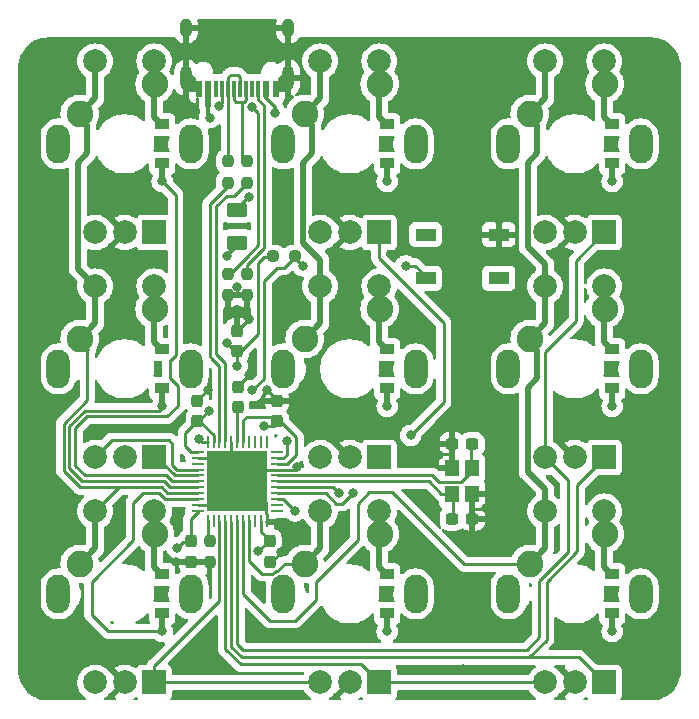
<source format=gbl>
%TF.GenerationSoftware,KiCad,Pcbnew,(6.0.1)*%
%TF.CreationDate,2022-03-07T23:29:37-05:00*%
%TF.ProjectId,Aioli,41696f6c-692e-46b6-9963-61645f706362,rev?*%
%TF.SameCoordinates,Original*%
%TF.FileFunction,Copper,L2,Bot*%
%TF.FilePolarity,Positive*%
%FSLAX46Y46*%
G04 Gerber Fmt 4.6, Leading zero omitted, Abs format (unit mm)*
G04 Created by KiCad (PCBNEW (6.0.1)) date 2022-03-07 23:29:37*
%MOMM*%
%LPD*%
G01*
G04 APERTURE LIST*
G04 Aperture macros list*
%AMRoundRect*
0 Rectangle with rounded corners*
0 $1 Rounding radius*
0 $2 $3 $4 $5 $6 $7 $8 $9 X,Y pos of 4 corners*
0 Add a 4 corners polygon primitive as box body*
4,1,4,$2,$3,$4,$5,$6,$7,$8,$9,$2,$3,0*
0 Add four circle primitives for the rounded corners*
1,1,$1+$1,$2,$3*
1,1,$1+$1,$4,$5*
1,1,$1+$1,$6,$7*
1,1,$1+$1,$8,$9*
0 Add four rect primitives between the rounded corners*
20,1,$1+$1,$2,$3,$4,$5,0*
20,1,$1+$1,$4,$5,$6,$7,0*
20,1,$1+$1,$6,$7,$8,$9,0*
20,1,$1+$1,$8,$9,$2,$3,0*%
G04 Aperture macros list end*
%TA.AperFunction,SMDPad,CuDef*%
%ADD10R,5.200000X5.200000*%
%TD*%
%TA.AperFunction,SMDPad,CuDef*%
%ADD11RoundRect,0.062500X-0.475000X0.062500X-0.475000X-0.062500X0.475000X-0.062500X0.475000X0.062500X0*%
%TD*%
%TA.AperFunction,SMDPad,CuDef*%
%ADD12RoundRect,0.062500X-0.062500X0.475000X-0.062500X-0.475000X0.062500X-0.475000X0.062500X0.475000X0*%
%TD*%
%TA.AperFunction,SMDPad,CuDef*%
%ADD13R,1.800000X1.100000*%
%TD*%
%TA.AperFunction,ComponentPad*%
%ADD14C,2.000000*%
%TD*%
%TA.AperFunction,ComponentPad*%
%ADD15RoundRect,1.000000X0.000000X-0.650000X0.000000X0.650000X0.000000X0.650000X0.000000X-0.650000X0*%
%TD*%
%TA.AperFunction,ComponentPad*%
%ADD16R,2.000000X2.000000*%
%TD*%
%TA.AperFunction,SMDPad,CuDef*%
%ADD17RoundRect,0.237500X0.237500X-0.250000X0.237500X0.250000X-0.237500X0.250000X-0.237500X-0.250000X0*%
%TD*%
%TA.AperFunction,SMDPad,CuDef*%
%ADD18RoundRect,0.237500X-0.250000X-0.237500X0.250000X-0.237500X0.250000X0.237500X-0.250000X0.237500X0*%
%TD*%
%TA.AperFunction,SMDPad,CuDef*%
%ADD19RoundRect,0.237500X0.237500X-0.300000X0.237500X0.300000X-0.237500X0.300000X-0.237500X-0.300000X0*%
%TD*%
%TA.AperFunction,SMDPad,CuDef*%
%ADD20RoundRect,0.237500X-0.237500X0.300000X-0.237500X-0.300000X0.237500X-0.300000X0.237500X0.300000X0*%
%TD*%
%TA.AperFunction,SMDPad,CuDef*%
%ADD21RoundRect,0.237500X-0.300000X-0.237500X0.300000X-0.237500X0.300000X0.237500X-0.300000X0.237500X0*%
%TD*%
%TA.AperFunction,ComponentPad*%
%ADD22C,2.250000*%
%TD*%
%TA.AperFunction,SMDPad,CuDef*%
%ADD23R,1.200000X1.400000*%
%TD*%
%TA.AperFunction,SMDPad,CuDef*%
%ADD24R,0.600000X1.450000*%
%TD*%
%TA.AperFunction,SMDPad,CuDef*%
%ADD25R,0.300000X1.450000*%
%TD*%
%TA.AperFunction,ComponentPad*%
%ADD26O,1.000000X2.100000*%
%TD*%
%TA.AperFunction,ComponentPad*%
%ADD27O,1.000000X1.600000*%
%TD*%
%TA.AperFunction,SMDPad,CuDef*%
%ADD28RoundRect,0.250000X0.625000X-0.375000X0.625000X0.375000X-0.625000X0.375000X-0.625000X-0.375000X0*%
%TD*%
%TA.AperFunction,SMDPad,CuDef*%
%ADD29R,1.200000X0.900000*%
%TD*%
%TA.AperFunction,ViaPad*%
%ADD30C,0.800000*%
%TD*%
%TA.AperFunction,Conductor*%
%ADD31C,0.250000*%
%TD*%
%TA.AperFunction,Conductor*%
%ADD32C,0.500000*%
%TD*%
%TA.AperFunction,Conductor*%
%ADD33C,0.350000*%
%TD*%
G04 APERTURE END LIST*
D10*
%TO.P,U1,45*%
%TO.N,GND*%
X76200000Y-85725000D03*
D11*
%TO.P,U1,44*%
%TO.N,+5V*%
X72862500Y-83225000D03*
%TO.P,U1,43*%
%TO.N,GND*%
X72862500Y-83725000D03*
%TO.P,U1,42*%
%TO.N,Net-(U1-Pad42)*%
X72862500Y-84225000D03*
%TO.P,U1,41*%
%TO.N,ENC6*%
X72862500Y-84725000D03*
%TO.P,U1,40*%
%TO.N,ENC5*%
X72862500Y-85225000D03*
%TO.P,U1,39*%
%TO.N,ROW0*%
X72862500Y-85725000D03*
%TO.P,U1,38*%
%TO.N,ROW1*%
X72862500Y-86225000D03*
%TO.P,U1,37*%
%TO.N,COL0*%
X72862500Y-86725000D03*
%TO.P,U1,36*%
%TO.N,ROW2*%
X72862500Y-87225000D03*
%TO.P,U1,35*%
%TO.N,GND*%
X72862500Y-87725000D03*
%TO.P,U1,34*%
%TO.N,+5V*%
X72862500Y-88225000D03*
D12*
%TO.P,U1,33*%
%TO.N,Net-(R6-Pad2)*%
X73700000Y-89062500D03*
%TO.P,U1,32*%
%TO.N,Net-(U1-Pad32)*%
X74200000Y-89062500D03*
%TO.P,U1,31*%
%TO.N,ENC1*%
X74700000Y-89062500D03*
%TO.P,U1,30*%
%TO.N,ENC2*%
X75200000Y-89062500D03*
%TO.P,U1,29*%
%TO.N,ENC4*%
X75700000Y-89062500D03*
%TO.P,U1,28*%
%TO.N,ENC3*%
X76200000Y-89062500D03*
%TO.P,U1,27*%
%TO.N,COL2*%
X76700000Y-89062500D03*
%TO.P,U1,26*%
%TO.N,COL1*%
X77200000Y-89062500D03*
%TO.P,U1,25*%
%TO.N,Net-(U1-Pad25)*%
X77700000Y-89062500D03*
%TO.P,U1,24*%
%TO.N,+5V*%
X78200000Y-89062500D03*
%TO.P,U1,23*%
%TO.N,GND*%
X78700000Y-89062500D03*
D11*
%TO.P,U1,22*%
%TO.N,Net-(U1-Pad22)*%
X79537500Y-88225000D03*
%TO.P,U1,21*%
%TO.N,Net-(U1-Pad21)*%
X79537500Y-87725000D03*
%TO.P,U1,20*%
%TO.N,ENC8*%
X79537500Y-87225000D03*
%TO.P,U1,19*%
%TO.N,ENC9*%
X79537500Y-86725000D03*
%TO.P,U1,18*%
%TO.N,ENC0*%
X79537500Y-86225000D03*
%TO.P,U1,17*%
%TO.N,Net-(C1-Pad1)*%
X79537500Y-85725000D03*
%TO.P,U1,16*%
%TO.N,Net-(C2-Pad2)*%
X79537500Y-85225000D03*
%TO.P,U1,15*%
%TO.N,GND*%
X79537500Y-84725000D03*
%TO.P,U1,14*%
%TO.N,+5V*%
X79537500Y-84225000D03*
%TO.P,U1,13*%
%TO.N,Net-(R3-Pad2)*%
X79537500Y-83725000D03*
%TO.P,U1,12*%
%TO.N,Net-(U1-Pad12)*%
X79537500Y-83225000D03*
D12*
%TO.P,U1,11*%
%TO.N,Net-(U1-Pad11)*%
X78700000Y-82387500D03*
%TO.P,U1,10*%
%TO.N,Net-(U1-Pad10)*%
X78200000Y-82387500D03*
%TO.P,U1,9*%
%TO.N,Net-(U1-Pad9)*%
X77700000Y-82387500D03*
%TO.P,U1,8*%
%TO.N,Net-(U1-Pad8)*%
X77200000Y-82387500D03*
%TO.P,U1,7*%
%TO.N,+5V*%
X76700000Y-82387500D03*
%TO.P,U1,6*%
%TO.N,Net-(C3-Pad1)*%
X76200000Y-82387500D03*
%TO.P,U1,5*%
%TO.N,GND*%
X75700000Y-82387500D03*
%TO.P,U1,4*%
%TO.N,Net-(R4-Pad1)*%
X75200000Y-82387500D03*
%TO.P,U1,3*%
%TO.N,Net-(R5-Pad1)*%
X74700000Y-82387500D03*
%TO.P,U1,2*%
%TO.N,+5V*%
X74200000Y-82387500D03*
%TO.P,U1,1*%
%TO.N,ENC7*%
X73700000Y-82387500D03*
%TD*%
D13*
%TO.P,SW10,4*%
%TO.N,N/C*%
X92150000Y-64825000D03*
%TO.P,SW10,3*%
X98350000Y-68525000D03*
%TO.P,SW10,2*%
%TO.N,Net-(R3-Pad2)*%
X92150000Y-68525000D03*
%TO.P,SW10,1*%
%TO.N,GND*%
X98350000Y-64825000D03*
%TD*%
D14*
%TO.P,SW9,S1*%
%TO.N,COL2*%
X102275000Y-88250000D03*
%TO.P,SW9,S2*%
%TO.N,Net-(D9-Pad2)*%
X107275000Y-88250000D03*
D15*
%TO.P,SW9,MP*%
%TO.N,N/C*%
X99175000Y-95250000D03*
X110375000Y-95250000D03*
D14*
%TO.P,SW9,B*%
%TO.N,ENC2*%
X102275000Y-102750000D03*
%TO.P,SW9,C*%
%TO.N,GND*%
X104775000Y-102750000D03*
D16*
%TO.P,SW9,A*%
%TO.N,ENC4*%
X107275000Y-102750000D03*
%TD*%
D14*
%TO.P,SW8,S1*%
%TO.N,COL1*%
X83225000Y-88250000D03*
%TO.P,SW8,S2*%
%TO.N,Net-(D8-Pad2)*%
X88225000Y-88250000D03*
D15*
%TO.P,SW8,MP*%
%TO.N,N/C*%
X80125000Y-95250000D03*
X91325000Y-95250000D03*
D14*
%TO.P,SW8,B*%
%TO.N,ENC1*%
X83225000Y-102750000D03*
%TO.P,SW8,C*%
%TO.N,GND*%
X85725000Y-102750000D03*
D16*
%TO.P,SW8,A*%
%TO.N,ENC2*%
X88225000Y-102750000D03*
%TD*%
D14*
%TO.P,SW7,S1*%
%TO.N,COL0*%
X64175000Y-88250000D03*
%TO.P,SW7,S2*%
%TO.N,Net-(D7-Pad2)*%
X69175000Y-88250000D03*
D15*
%TO.P,SW7,MP*%
%TO.N,N/C*%
X61075000Y-95250000D03*
X72275000Y-95250000D03*
D14*
%TO.P,SW7,B*%
%TO.N,ENC5*%
X64175000Y-102750000D03*
%TO.P,SW7,C*%
%TO.N,GND*%
X66675000Y-102750000D03*
D16*
%TO.P,SW7,A*%
%TO.N,ENC1*%
X69175000Y-102750000D03*
%TD*%
D14*
%TO.P,SW6,S1*%
%TO.N,COL2*%
X102275000Y-69200000D03*
%TO.P,SW6,S2*%
%TO.N,Net-(D6-Pad2)*%
X107275000Y-69200000D03*
D15*
%TO.P,SW6,MP*%
%TO.N,N/C*%
X99175000Y-76200000D03*
X110375000Y-76200000D03*
D14*
%TO.P,SW6,B*%
%TO.N,ENC3*%
X102275000Y-83700000D03*
%TO.P,SW6,C*%
%TO.N,GND*%
X104775000Y-83700000D03*
D16*
%TO.P,SW6,A*%
%TO.N,ENC4*%
X107275000Y-83700000D03*
%TD*%
D14*
%TO.P,SW5,S1*%
%TO.N,COL1*%
X83225000Y-69200000D03*
%TO.P,SW5,S2*%
%TO.N,Net-(D5-Pad2)*%
X88225000Y-69200000D03*
D15*
%TO.P,SW5,MP*%
%TO.N,N/C*%
X80125000Y-76200000D03*
X91325000Y-76200000D03*
D14*
%TO.P,SW5,B*%
%TO.N,ENC0*%
X83225000Y-83700000D03*
%TO.P,SW5,C*%
%TO.N,GND*%
X85725000Y-83700000D03*
D16*
%TO.P,SW5,A*%
%TO.N,ENC9*%
X88225000Y-83700000D03*
%TD*%
D14*
%TO.P,SW4,S1*%
%TO.N,COL0*%
X64175000Y-69200000D03*
%TO.P,SW4,S2*%
%TO.N,Net-(D4-Pad2)*%
X69175000Y-69200000D03*
D15*
%TO.P,SW4,MP*%
%TO.N,N/C*%
X61075000Y-76200000D03*
X72275000Y-76200000D03*
D14*
%TO.P,SW4,B*%
%TO.N,ENC6*%
X64175000Y-83700000D03*
%TO.P,SW4,C*%
%TO.N,GND*%
X66675000Y-83700000D03*
D16*
%TO.P,SW4,A*%
%TO.N,ENC5*%
X69175000Y-83700000D03*
%TD*%
D14*
%TO.P,SW3,S1*%
%TO.N,COL2*%
X102275000Y-50150000D03*
%TO.P,SW3,S2*%
%TO.N,Net-(D3-Pad2)*%
X107275000Y-50150000D03*
D15*
%TO.P,SW3,MP*%
%TO.N,N/C*%
X99175000Y-57150000D03*
X110375000Y-57150000D03*
D14*
%TO.P,SW3,B*%
%TO.N,ENC8*%
X102275000Y-64650000D03*
%TO.P,SW3,C*%
%TO.N,GND*%
X104775000Y-64650000D03*
D16*
%TO.P,SW3,A*%
%TO.N,ENC3*%
X107275000Y-64650000D03*
%TD*%
D14*
%TO.P,SW2,S1*%
%TO.N,COL1*%
X83225000Y-50150000D03*
%TO.P,SW2,S2*%
%TO.N,Net-(D2-Pad2)*%
X88225000Y-50150000D03*
D15*
%TO.P,SW2,MP*%
%TO.N,N/C*%
X80125000Y-57150000D03*
X91325000Y-57150000D03*
D14*
%TO.P,SW2,B*%
%TO.N,ENC7*%
X83225000Y-64650000D03*
%TO.P,SW2,C*%
%TO.N,GND*%
X85725000Y-64650000D03*
D16*
%TO.P,SW2,A*%
%TO.N,ENC8*%
X88225000Y-64650000D03*
%TD*%
D14*
%TO.P,SW1,S1*%
%TO.N,COL0*%
X64175000Y-50150000D03*
%TO.P,SW1,S2*%
%TO.N,Net-(D1-Pad2)*%
X69175000Y-50150000D03*
D15*
%TO.P,SW1,MP*%
%TO.N,N/C*%
X61075000Y-57150000D03*
X72275000Y-57150000D03*
D14*
%TO.P,SW1,B*%
%TO.N,ENC6*%
X64175000Y-64650000D03*
%TO.P,SW1,C*%
%TO.N,GND*%
X66675000Y-64650000D03*
D16*
%TO.P,SW1,A*%
%TO.N,ENC7*%
X69175000Y-64650000D03*
%TD*%
D17*
%TO.P,R6,2*%
%TO.N,Net-(R6-Pad2)*%
X73878918Y-90747426D03*
%TO.P,R6,1*%
%TO.N,GND*%
X73878918Y-92572426D03*
%TD*%
%TO.P,R5,2*%
%TO.N,D-*%
X75406250Y-58618750D03*
%TO.P,R5,1*%
%TO.N,Net-(R5-Pad1)*%
X75406250Y-60443750D03*
%TD*%
%TO.P,R4,2*%
%TO.N,D+*%
X76993750Y-58618750D03*
%TO.P,R4,1*%
%TO.N,Net-(R4-Pad1)*%
X76993750Y-60443750D03*
%TD*%
D18*
%TO.P,R3,2*%
%TO.N,Net-(R3-Pad2)*%
X81081250Y-66675000D03*
%TO.P,R3,1*%
%TO.N,+5V*%
X79256250Y-66675000D03*
%TD*%
D17*
%TO.P,R2,2*%
%TO.N,Net-(J1-PadB5)*%
X76993750Y-68143750D03*
%TO.P,R2,1*%
%TO.N,GND*%
X76993750Y-69968750D03*
%TD*%
%TO.P,R1,2*%
%TO.N,Net-(J1-PadA5)*%
X75406250Y-68143750D03*
%TO.P,R1,1*%
%TO.N,GND*%
X75406250Y-69968750D03*
%TD*%
D19*
%TO.P,C8,2*%
%TO.N,GND*%
X76200000Y-72956250D03*
%TO.P,C8,1*%
%TO.N,+5V*%
X76200000Y-74681250D03*
%TD*%
D20*
%TO.P,C7,2*%
%TO.N,GND*%
X78975600Y-92512445D03*
%TO.P,C7,1*%
%TO.N,+5V*%
X78975600Y-90787445D03*
%TD*%
D19*
%TO.P,C6,2*%
%TO.N,GND*%
X79581110Y-78908866D03*
%TO.P,C6,1*%
%TO.N,+5V*%
X79581110Y-80633866D03*
%TD*%
D20*
%TO.P,C5,2*%
%TO.N,GND*%
X72263095Y-92527784D03*
%TO.P,C5,1*%
%TO.N,+5V*%
X72263095Y-90802784D03*
%TD*%
D19*
%TO.P,C4,2*%
%TO.N,GND*%
X72814952Y-78896829D03*
%TO.P,C4,1*%
%TO.N,+5V*%
X72814952Y-80621829D03*
%TD*%
%TO.P,C3,2*%
%TO.N,GND*%
X76250000Y-77718750D03*
%TO.P,C3,1*%
%TO.N,Net-(C3-Pad1)*%
X76250000Y-79443750D03*
%TD*%
D21*
%TO.P,C2,2*%
%TO.N,Net-(C2-Pad2)*%
X96112500Y-82550000D03*
%TO.P,C2,1*%
%TO.N,GND*%
X94387500Y-82550000D03*
%TD*%
%TO.P,C1,2*%
%TO.N,GND*%
X96112500Y-88900000D03*
%TO.P,C1,1*%
%TO.N,Net-(C1-Pad1)*%
X94387500Y-88900000D03*
%TD*%
D22*
%TO.P,MX7,2*%
%TO.N,Net-(D7-Pad2)*%
X69215000Y-90170000D03*
%TO.P,MX7,1*%
%TO.N,COL0*%
X62865000Y-92710000D03*
%TD*%
%TO.P,MX3,2*%
%TO.N,Net-(D3-Pad2)*%
X107315000Y-52070000D03*
%TO.P,MX3,1*%
%TO.N,COL2*%
X100965000Y-54610000D03*
%TD*%
%TO.P,MX6,2*%
%TO.N,Net-(D6-Pad2)*%
X107315000Y-71120000D03*
%TO.P,MX6,1*%
%TO.N,COL2*%
X100965000Y-73660000D03*
%TD*%
%TO.P,MX1,2*%
%TO.N,Net-(D1-Pad2)*%
X69215000Y-52070000D03*
%TO.P,MX1,1*%
%TO.N,COL0*%
X62865000Y-54610000D03*
%TD*%
%TO.P,MX4,2*%
%TO.N,Net-(D4-Pad2)*%
X69215000Y-71120000D03*
%TO.P,MX4,1*%
%TO.N,COL0*%
X62865000Y-73660000D03*
%TD*%
D23*
%TO.P,Y1,4*%
%TO.N,GND*%
X96100000Y-86825000D03*
%TO.P,Y1,3*%
%TO.N,Net-(C2-Pad2)*%
X96100000Y-84625000D03*
%TO.P,Y1,2*%
%TO.N,GND*%
X94400000Y-84625000D03*
%TO.P,Y1,1*%
%TO.N,Net-(C1-Pad1)*%
X94400000Y-86825000D03*
%TD*%
D22*
%TO.P,MX9,2*%
%TO.N,Net-(D9-Pad2)*%
X107315000Y-90170000D03*
%TO.P,MX9,1*%
%TO.N,COL2*%
X100965000Y-92710000D03*
%TD*%
%TO.P,MX8,2*%
%TO.N,Net-(D8-Pad2)*%
X88265000Y-90170000D03*
%TO.P,MX8,1*%
%TO.N,COL1*%
X81915000Y-92710000D03*
%TD*%
%TO.P,MX5,2*%
%TO.N,Net-(D5-Pad2)*%
X88265000Y-71120000D03*
%TO.P,MX5,1*%
%TO.N,COL1*%
X81915000Y-73660000D03*
%TD*%
%TO.P,MX2,2*%
%TO.N,Net-(D2-Pad2)*%
X88265000Y-52070000D03*
%TO.P,MX2,1*%
%TO.N,COL1*%
X81915000Y-54610000D03*
%TD*%
D24*
%TO.P,J1,B1*%
%TO.N,GND*%
X79450000Y-52463750D03*
%TO.P,J1,A9*%
%TO.N,VCC*%
X78650000Y-52463750D03*
%TO.P,J1,B9*%
X73750000Y-52463750D03*
%TO.P,J1,B12*%
%TO.N,GND*%
X72950000Y-52463750D03*
%TO.P,J1,A1*%
X72950000Y-52463750D03*
%TO.P,J1,A4*%
%TO.N,VCC*%
X73750000Y-52463750D03*
%TO.P,J1,B4*%
X78650000Y-52463750D03*
%TO.P,J1,A12*%
%TO.N,GND*%
X79450000Y-52463750D03*
D25*
%TO.P,J1,B8*%
%TO.N,Net-(J1-PadB8)*%
X74450000Y-52463750D03*
%TO.P,J1,A5*%
%TO.N,Net-(J1-PadA5)*%
X74950000Y-52463750D03*
%TO.P,J1,B7*%
%TO.N,D-*%
X75450000Y-52463750D03*
%TO.P,J1,A7*%
X76450000Y-52463750D03*
%TO.P,J1,B6*%
%TO.N,D+*%
X76950000Y-52463750D03*
%TO.P,J1,A8*%
%TO.N,Net-(J1-PadA8)*%
X77450000Y-52463750D03*
%TO.P,J1,B5*%
%TO.N,Net-(J1-PadB5)*%
X77950000Y-52463750D03*
%TO.P,J1,A6*%
%TO.N,D+*%
X75950000Y-52463750D03*
D26*
%TO.P,J1,S1*%
%TO.N,GND*%
X80520000Y-51548750D03*
X71880000Y-51548750D03*
D27*
X71880000Y-47368750D03*
X80520000Y-47368750D03*
%TD*%
D28*
%TO.P,F1,2*%
%TO.N,VCC*%
X76200000Y-62706250D03*
%TO.P,F1,1*%
%TO.N,+5V*%
X76200000Y-65506250D03*
%TD*%
D29*
%TO.P,D9,2*%
%TO.N,Net-(D9-Pad2)*%
X107950000Y-93600000D03*
%TO.P,D9,1*%
%TO.N,ROW2*%
X107950000Y-96900000D03*
%TD*%
%TO.P,D8,2*%
%TO.N,Net-(D8-Pad2)*%
X88900000Y-93600000D03*
%TO.P,D8,1*%
%TO.N,ROW2*%
X88900000Y-96900000D03*
%TD*%
%TO.P,D7,2*%
%TO.N,Net-(D7-Pad2)*%
X69850000Y-93600000D03*
%TO.P,D7,1*%
%TO.N,ROW2*%
X69850000Y-96900000D03*
%TD*%
%TO.P,D6,2*%
%TO.N,Net-(D6-Pad2)*%
X107950000Y-74550000D03*
%TO.P,D6,1*%
%TO.N,ROW1*%
X107950000Y-77850000D03*
%TD*%
%TO.P,D5,2*%
%TO.N,Net-(D5-Pad2)*%
X88900000Y-74550000D03*
%TO.P,D5,1*%
%TO.N,ROW1*%
X88900000Y-77850000D03*
%TD*%
%TO.P,D4,2*%
%TO.N,Net-(D4-Pad2)*%
X69850000Y-74550000D03*
%TO.P,D4,1*%
%TO.N,ROW1*%
X69850000Y-77850000D03*
%TD*%
%TO.P,D3,2*%
%TO.N,Net-(D3-Pad2)*%
X107950000Y-55500000D03*
%TO.P,D3,1*%
%TO.N,ROW0*%
X107950000Y-58800000D03*
%TD*%
%TO.P,D2,2*%
%TO.N,Net-(D2-Pad2)*%
X88900000Y-55500000D03*
%TO.P,D2,1*%
%TO.N,ROW0*%
X88900000Y-58800000D03*
%TD*%
%TO.P,D1,2*%
%TO.N,Net-(D1-Pad2)*%
X69850000Y-55500000D03*
%TO.P,D1,1*%
%TO.N,ROW0*%
X69850000Y-58800000D03*
%TD*%
D30*
%TO.N,GND*%
X61500000Y-100725000D03*
X81250000Y-84500000D03*
X93250000Y-83500000D03*
X97250000Y-88000000D03*
X76200000Y-85725000D03*
X79950000Y-91725000D03*
X73700000Y-77975000D03*
X78700000Y-77975000D03*
X77200000Y-76725000D03*
X77200000Y-71975000D03*
X76200000Y-69225000D03*
X71000000Y-92525000D03*
X98400000Y-63625000D03*
X64900000Y-81325000D03*
X72400000Y-69625000D03*
X72500000Y-62325000D03*
X83200000Y-59225000D03*
X96600000Y-72725000D03*
X91000000Y-72725000D03*
X79900000Y-70125000D03*
X92700000Y-92225000D03*
X72800000Y-100725000D03*
X83200000Y-97225000D03*
X95300000Y-101625000D03*
X91800000Y-87125000D03*
X80100000Y-62725000D03*
%TO.N,+5V*%
X75300000Y-66625000D03*
X73800000Y-79725000D03*
X78000000Y-91625000D03*
X71100000Y-91325000D03*
X78450000Y-81075000D03*
X75300000Y-74025000D03*
X76200000Y-75925000D03*
%TO.N,ROW0*%
X69850000Y-60325000D03*
X88900000Y-60325000D03*
X107950000Y-60325000D03*
%TO.N,ROW1*%
X107950000Y-79375000D03*
X88900000Y-79375000D03*
X69850000Y-79375000D03*
%TO.N,ROW2*%
X69850000Y-98425000D03*
X88900000Y-98425000D03*
X107950000Y-98425000D03*
%TO.N,VCC*%
X79400000Y-54525000D03*
X73900000Y-54925000D03*
X77197005Y-61671938D03*
%TO.N,Net-(J1-PadA5)*%
X74652527Y-53952308D03*
X77490237Y-53991996D03*
%TO.N,Net-(R3-Pad2)*%
X80400000Y-82325000D03*
X77500000Y-78025000D03*
X81756250Y-67468750D03*
X90487500Y-67468750D03*
%TO.N,ENC0*%
X84800000Y-86725000D03*
%TO.N,ENC7*%
X73000000Y-82125000D03*
%TO.N,ENC8*%
X81100000Y-88225000D03*
X90900000Y-81825000D03*
%TO.N,ENC9*%
X86000000Y-86725000D03*
%TD*%
D31*
%TO.N,GND*%
X81025000Y-84725000D02*
X81250000Y-84500000D01*
X79537500Y-84725000D02*
X81025000Y-84725000D01*
X94400000Y-82650000D02*
X94250000Y-82500000D01*
X96100000Y-88850000D02*
X96250000Y-89000000D01*
X93350000Y-83400000D02*
X93250000Y-83500000D01*
X94400000Y-83400000D02*
X93350000Y-83400000D01*
X94400000Y-84625000D02*
X94400000Y-83400000D01*
X94400000Y-83400000D02*
X94400000Y-82650000D01*
X96100000Y-88100000D02*
X97150000Y-88100000D01*
X97150000Y-88100000D02*
X97250000Y-88000000D01*
X96100000Y-86825000D02*
X96100000Y-88100000D01*
X96100000Y-88100000D02*
X96100000Y-88850000D01*
X77275000Y-84725000D02*
X76250000Y-85750000D01*
X79537500Y-84725000D02*
X77275000Y-84725000D01*
X75700000Y-85200000D02*
X76250000Y-85750000D01*
X75700000Y-82387500D02*
X75700000Y-85200000D01*
X72862500Y-83725000D02*
X74225000Y-83725000D01*
X74225000Y-83725000D02*
X76250000Y-85750000D01*
X74275000Y-87725000D02*
X76250000Y-85750000D01*
X72862500Y-87725000D02*
X74275000Y-87725000D01*
X78674990Y-88448012D02*
X78674990Y-87500000D01*
X78700000Y-88473022D02*
X78674990Y-88448012D01*
X78700000Y-89062500D02*
X78700000Y-88473022D01*
X73897216Y-92527784D02*
X73950000Y-92475000D01*
X72263095Y-92527784D02*
X73002784Y-92527784D01*
X73002784Y-92527784D02*
X73897216Y-92527784D01*
X79162555Y-92512445D02*
X79950000Y-91725000D01*
X78975600Y-92512445D02*
X79162555Y-92512445D01*
X72814952Y-78860048D02*
X73700000Y-77975000D01*
X72814952Y-78896829D02*
X72814952Y-78860048D01*
X79581110Y-78856110D02*
X78700000Y-77975000D01*
X79581110Y-78908866D02*
X79581110Y-78856110D01*
X76250000Y-77675000D02*
X77200000Y-76725000D01*
X76250000Y-77718750D02*
X76250000Y-77675000D01*
X76218750Y-72956250D02*
X77200000Y-71975000D01*
X76200000Y-72956250D02*
X76218750Y-72956250D01*
X75406250Y-69968750D02*
X75462500Y-70025000D01*
X76200000Y-70025000D02*
X76200000Y-69225000D01*
X75462500Y-70025000D02*
X76200000Y-70025000D01*
X76200000Y-70025000D02*
X76900000Y-70025000D01*
X71002784Y-92527784D02*
X71000000Y-92525000D01*
X72263095Y-92527784D02*
X71002784Y-92527784D01*
X98350000Y-63675000D02*
X98400000Y-63625000D01*
X98350000Y-64825000D02*
X98350000Y-63675000D01*
D32*
X72950000Y-52463750D02*
X72938750Y-52463750D01*
X72938750Y-52463750D02*
X71900000Y-51425000D01*
X79450000Y-52463750D02*
X79461250Y-52463750D01*
X79461250Y-52463750D02*
X80500000Y-51425000D01*
D31*
X78700000Y-89062500D02*
X79562500Y-89062500D01*
D32*
X79950000Y-91725000D02*
X80600000Y-91075000D01*
X80600000Y-91075000D02*
X80600000Y-90025000D01*
X80600000Y-90025000D02*
X79700000Y-89125000D01*
X79700000Y-89125000D02*
X78800000Y-89125000D01*
D31*
%TO.N,+5V*%
X74200000Y-81801978D02*
X72898022Y-80500000D01*
X74200000Y-82387500D02*
X74200000Y-81801978D01*
X72898022Y-80500000D02*
X72750000Y-80500000D01*
X72862500Y-80637500D02*
X73000000Y-80500000D01*
X76700000Y-82387500D02*
X76700000Y-80550000D01*
X76700000Y-80550000D02*
X77000000Y-80250000D01*
X77000000Y-80250000D02*
X79250000Y-80250000D01*
X79250000Y-80250000D02*
X79500000Y-80500000D01*
X78200000Y-89062500D02*
X78200000Y-89975000D01*
X78200000Y-89975000D02*
X78950000Y-90725000D01*
X79537500Y-84225000D02*
X80450000Y-84225000D01*
X80450000Y-84225000D02*
X81200000Y-83475000D01*
X81200000Y-83475000D02*
X81200000Y-81975000D01*
X81200000Y-81975000D02*
X79700000Y-80475000D01*
X72263095Y-90802784D02*
X72263095Y-88911905D01*
X72263095Y-88911905D02*
X72950000Y-88225000D01*
D33*
X76200000Y-65725000D02*
X75300000Y-66625000D01*
X76200000Y-65506250D02*
X76200000Y-65725000D01*
D31*
X76200000Y-74681250D02*
X76543750Y-74681250D01*
X76543750Y-74681250D02*
X78000000Y-73225000D01*
X78000000Y-73225000D02*
X78000000Y-67225000D01*
X78000000Y-67225000D02*
X78500000Y-66725000D01*
X78500000Y-66725000D02*
X79200000Y-66725000D01*
X73800000Y-79725000D02*
X72900000Y-80625000D01*
X78000000Y-91625000D02*
X78800000Y-90825000D01*
X78800000Y-90825000D02*
X79000000Y-90825000D01*
X71100000Y-91325000D02*
X71600000Y-90825000D01*
X71600000Y-90825000D02*
X72200000Y-90825000D01*
X79581110Y-80633866D02*
X79581110Y-80843890D01*
X79350000Y-81075000D02*
X78450000Y-81075000D01*
X79581110Y-80843890D02*
X79350000Y-81075000D01*
X72862500Y-83225000D02*
X72300000Y-83225000D01*
X72300000Y-83225000D02*
X71800000Y-82725000D01*
X71800000Y-82725000D02*
X71800000Y-81625000D01*
X71800000Y-81625000D02*
X72800000Y-80625000D01*
D33*
X75300000Y-74025000D02*
X76000000Y-74725000D01*
X76000000Y-74725000D02*
X76100000Y-74725000D01*
D31*
X76200000Y-74681250D02*
X76200000Y-75925000D01*
%TO.N,Net-(C2-Pad2)*%
X79537500Y-85225000D02*
X92725000Y-85225000D01*
X92725000Y-85225000D02*
X93250000Y-85750000D01*
X95160002Y-85750000D02*
X96000000Y-84910002D01*
X93250000Y-85750000D02*
X95160002Y-85750000D01*
X96000000Y-84910002D02*
X96000000Y-82500000D01*
D32*
%TO.N,Net-(D1-Pad2)*%
X69175000Y-50150000D02*
X69175000Y-54887500D01*
X69175000Y-54887500D02*
X69850000Y-55562500D01*
%TO.N,ROW0*%
X69850000Y-58800000D02*
X69850000Y-60325000D01*
X88900000Y-58800000D02*
X88900000Y-60325000D01*
X107950000Y-58800000D02*
X107950000Y-60325000D01*
D31*
X72862500Y-85725000D02*
X72200000Y-85725000D01*
X71000000Y-61475000D02*
X69850000Y-60325000D01*
X71000000Y-75035002D02*
X71000000Y-61475000D01*
X72862500Y-85725000D02*
X70700000Y-85725000D01*
X70610002Y-75425000D02*
X71000000Y-75035002D01*
X70700000Y-85725000D02*
X70200000Y-85225000D01*
X70200000Y-85225000D02*
X63300000Y-85225000D01*
X71200000Y-77648851D02*
X70500000Y-76948851D01*
X63300000Y-85225000D02*
X62500000Y-84425000D01*
X63500000Y-80225000D02*
X70300000Y-80225000D01*
X62500000Y-84425000D02*
X62500000Y-81225000D01*
X62500000Y-81225000D02*
X63500000Y-80225000D01*
X70300000Y-80225000D02*
X71200000Y-79325000D01*
X71200000Y-79325000D02*
X71200000Y-77648851D01*
X70500000Y-76948851D02*
X70500000Y-75425000D01*
X70500000Y-75425000D02*
X70610002Y-75425000D01*
D32*
%TO.N,Net-(D2-Pad2)*%
X88225000Y-50150000D02*
X88225000Y-54887500D01*
X88225000Y-54887500D02*
X88900000Y-55562500D01*
%TO.N,ROW1*%
X107950000Y-77850000D02*
X107950000Y-79375000D01*
X88900000Y-77850000D02*
X88900000Y-79375000D01*
X69850000Y-77850000D02*
X69850000Y-79375000D01*
D31*
X72862500Y-86225000D02*
X71200000Y-86225000D01*
X71200000Y-86225000D02*
X70500000Y-86225000D01*
X70500000Y-86225000D02*
X70000000Y-85725000D01*
X62000000Y-84625000D02*
X63100000Y-85725000D01*
X62000000Y-81025000D02*
X62000000Y-84625000D01*
X69600000Y-79725000D02*
X63300000Y-79725000D01*
X69850000Y-79475000D02*
X69600000Y-79725000D01*
X69850000Y-79375000D02*
X69850000Y-79475000D01*
X63300000Y-79725000D02*
X62000000Y-81025000D01*
X68100000Y-85725000D02*
X67900000Y-85725000D01*
X63100000Y-85725000D02*
X68100000Y-85725000D01*
X70000000Y-85725000D02*
X68100000Y-85725000D01*
D32*
%TO.N,Net-(D3-Pad2)*%
X107275000Y-50150000D02*
X107275000Y-54887500D01*
X107275000Y-54887500D02*
X107950000Y-55562500D01*
%TO.N,ROW2*%
X69850000Y-96900000D02*
X69850000Y-98425000D01*
X88900000Y-96900000D02*
X88900000Y-98425000D01*
X107950000Y-96900000D02*
X107950000Y-98425000D01*
D31*
X63900000Y-97025000D02*
X65300000Y-98425000D01*
X63900000Y-94225000D02*
X63900000Y-97025000D01*
X67400000Y-87525000D02*
X67400000Y-90725000D01*
X65300000Y-98425000D02*
X69850000Y-98425000D01*
X68200000Y-86725000D02*
X67400000Y-87525000D01*
X69600000Y-86725000D02*
X68200000Y-86725000D01*
X67400000Y-90725000D02*
X63900000Y-94225000D01*
X70100000Y-87225000D02*
X69600000Y-86725000D01*
X72862500Y-87225000D02*
X70100000Y-87225000D01*
D32*
%TO.N,Net-(D4-Pad2)*%
X69175000Y-69200000D02*
X69175000Y-73937500D01*
X69175000Y-73937500D02*
X69850000Y-74612500D01*
%TO.N,Net-(D5-Pad2)*%
X88225000Y-69200000D02*
X88225000Y-73937500D01*
X88225000Y-73937500D02*
X88900000Y-74612500D01*
%TO.N,Net-(D6-Pad2)*%
X107275000Y-69200000D02*
X107275000Y-73937500D01*
X107275000Y-73937500D02*
X107950000Y-74612500D01*
%TO.N,Net-(D7-Pad2)*%
X69175000Y-88250000D02*
X69175000Y-92987500D01*
X69175000Y-92987500D02*
X69850000Y-93662500D01*
%TO.N,Net-(D8-Pad2)*%
X88225000Y-88250000D02*
X88225000Y-92987500D01*
X88225000Y-92987500D02*
X88900000Y-93662500D01*
%TO.N,Net-(D9-Pad2)*%
X107275000Y-88250000D02*
X107275000Y-92987500D01*
X107275000Y-92987500D02*
X107950000Y-93662500D01*
%TO.N,VCC*%
X73750000Y-52463750D02*
X73750000Y-53906250D01*
D33*
X78650000Y-52463750D02*
X78650000Y-53175000D01*
X78650000Y-53175000D02*
X78650000Y-53275000D01*
X79400000Y-54025000D02*
X79400000Y-54525000D01*
X78650000Y-53275000D02*
X79400000Y-54025000D01*
X73750000Y-54775000D02*
X73750000Y-53906250D01*
X73900000Y-54925000D02*
X73750000Y-54775000D01*
X76200000Y-62668943D02*
X77197005Y-61671938D01*
X76200000Y-62706250D02*
X76200000Y-62668943D01*
D31*
%TO.N,Net-(J1-PadA5)*%
X74950000Y-53654835D02*
X74652527Y-53952308D01*
X74950000Y-52463750D02*
X74950000Y-53654835D01*
X77490237Y-53991996D02*
X78000000Y-54501759D01*
X78000000Y-54501759D02*
X78000000Y-65725000D01*
X78000000Y-65725000D02*
X77000000Y-66725000D01*
X77000000Y-66725000D02*
X75500000Y-68225000D01*
%TO.N,D-*%
X75450000Y-51488750D02*
X75450000Y-52463750D01*
X75638750Y-51300000D02*
X75450000Y-51488750D01*
X76246252Y-51300000D02*
X75638750Y-51300000D01*
X76450000Y-51503748D02*
X76246252Y-51300000D01*
X76450000Y-52463750D02*
X76450000Y-51503748D01*
X75450000Y-52463750D02*
X75450000Y-58693750D01*
X75450000Y-58693750D02*
X75406250Y-58737500D01*
%TO.N,D+*%
X75950000Y-53438750D02*
X75950000Y-52463750D01*
X76111250Y-53600000D02*
X75950000Y-53438750D01*
X76950000Y-53438750D02*
X76788750Y-53600000D01*
X76950000Y-52463750D02*
X76950000Y-53438750D01*
X76575000Y-53600000D02*
X76575000Y-58318750D01*
X76788750Y-53600000D02*
X76575000Y-53600000D01*
X76575000Y-53600000D02*
X76111250Y-53600000D01*
X76575000Y-58318750D02*
X76993750Y-58737500D01*
%TO.N,Net-(J1-PadB5)*%
X77950000Y-53378757D02*
X78500000Y-53928757D01*
X77950000Y-52463750D02*
X77950000Y-53378757D01*
X78500000Y-53928757D02*
X78500000Y-55725000D01*
X78500000Y-55725000D02*
X78500000Y-65925000D01*
X78500000Y-65925000D02*
X77000000Y-67425000D01*
X77000000Y-67425000D02*
X77000000Y-68125000D01*
D32*
%TO.N,COL0*%
X64175000Y-50150000D02*
X64175000Y-53300000D01*
X64175000Y-53300000D02*
X62706250Y-54768750D01*
X64175000Y-69200000D02*
X62706250Y-67731250D01*
X62706250Y-67731250D02*
X62706250Y-58737500D01*
X62706250Y-58737500D02*
X63500000Y-57943750D01*
X63500000Y-57943750D02*
X63500000Y-55562500D01*
X63500000Y-55562500D02*
X62706250Y-54768750D01*
X64175000Y-69200000D02*
X64175000Y-72350000D01*
X64175000Y-72350000D02*
X62706250Y-73818750D01*
X64175000Y-88250000D02*
X64175000Y-91400000D01*
X64175000Y-91400000D02*
X62706250Y-92868750D01*
X63500000Y-74612500D02*
X62706250Y-73818750D01*
D31*
X66200000Y-86225000D02*
X64200000Y-88225000D01*
X69800000Y-86225000D02*
X66200000Y-86225000D01*
X70300000Y-86725000D02*
X69800000Y-86225000D01*
X72862500Y-86725000D02*
X70300000Y-86725000D01*
X66200000Y-86225000D02*
X62900000Y-86225000D01*
X62900000Y-86225000D02*
X61500000Y-84825000D01*
X61500000Y-84825000D02*
X61500000Y-80825000D01*
X63500000Y-78825000D02*
X63500000Y-74612500D01*
X61500000Y-80825000D02*
X63500000Y-78825000D01*
D32*
%TO.N,COL1*%
X83225000Y-88250000D02*
X83225000Y-91400000D01*
X83225000Y-91400000D02*
X81756250Y-92868750D01*
X83225000Y-69200000D02*
X83225000Y-72350000D01*
X83225000Y-72350000D02*
X81756250Y-73818750D01*
X83225000Y-50150000D02*
X83225000Y-53300000D01*
X83225000Y-53300000D02*
X81756250Y-54768750D01*
X83225000Y-66937758D02*
X81809851Y-65522609D01*
X83225000Y-69200000D02*
X83225000Y-66937758D01*
X81809851Y-65522609D02*
X81756250Y-65469008D01*
X81756250Y-65469008D02*
X81756250Y-58737500D01*
X81756250Y-58737500D02*
X82550000Y-57943750D01*
X82550000Y-57943750D02*
X82550000Y-56356250D01*
X82550000Y-56356250D02*
X82550000Y-55562500D01*
X82550000Y-55562500D02*
X81756250Y-54768750D01*
D31*
X81915000Y-92710000D02*
X80215000Y-92710000D01*
X80215000Y-92710000D02*
X79600000Y-93325000D01*
X79496055Y-93325000D02*
X79396055Y-93425000D01*
X79600000Y-93325000D02*
X79496055Y-93325000D01*
X79396055Y-93425000D02*
X79300000Y-93425000D01*
X79300000Y-93425000D02*
X79200000Y-93525000D01*
X79200000Y-93525000D02*
X78300000Y-93525000D01*
X78300000Y-93525000D02*
X77200000Y-92425000D01*
X77200000Y-92425000D02*
X77200000Y-89025000D01*
D32*
%TO.N,COL2*%
X102275000Y-88250000D02*
X102275000Y-91400000D01*
X102275000Y-91400000D02*
X100806250Y-92868750D01*
X102275000Y-69200000D02*
X102275000Y-72350000D01*
X102275000Y-72350000D02*
X100806250Y-73818750D01*
X102275000Y-50150000D02*
X102275000Y-53300000D01*
X102275000Y-53300000D02*
X100806250Y-54768750D01*
X102275000Y-88250000D02*
X102275000Y-86400000D01*
X102275000Y-86400000D02*
X100806250Y-84931250D01*
X100806250Y-84931250D02*
X100806250Y-77787500D01*
X100806250Y-77787500D02*
X101600000Y-76993750D01*
X101600000Y-76993750D02*
X101600000Y-75406250D01*
X101600000Y-75406250D02*
X101600000Y-74612500D01*
X101600000Y-74612500D02*
X100806250Y-73818750D01*
X102275000Y-69200000D02*
X102275000Y-67350000D01*
X102275000Y-67350000D02*
X100806250Y-65881250D01*
X100806250Y-65881250D02*
X100806250Y-58737500D01*
X100806250Y-58737500D02*
X101600000Y-57943750D01*
X101600000Y-57943750D02*
X101600000Y-55562500D01*
X101600000Y-55562500D02*
X100806250Y-54768750D01*
D31*
X76700000Y-89062500D02*
X76700000Y-95225000D01*
X76700000Y-95225000D02*
X79000000Y-97525000D01*
X79000000Y-97525000D02*
X81100000Y-97525000D01*
X81100000Y-97525000D02*
X82900000Y-95725000D01*
X82900000Y-95725000D02*
X82900000Y-94225000D01*
X82900000Y-94225000D02*
X86400000Y-90725000D01*
X86400000Y-90725000D02*
X86400000Y-87625000D01*
X86400000Y-87625000D02*
X87400000Y-86625000D01*
X87400000Y-86625000D02*
X89300000Y-86625000D01*
X89300000Y-86625000D02*
X95400000Y-92725000D01*
X95400000Y-92725000D02*
X100900000Y-92725000D01*
%TO.N,Net-(R3-Pad2)*%
X80400000Y-83448022D02*
X80400000Y-82325000D01*
X80123022Y-83725000D02*
X80400000Y-83448022D01*
X79537500Y-83725000D02*
X80123022Y-83725000D01*
X77500000Y-78025000D02*
X78500000Y-77025000D01*
X78500000Y-77025000D02*
X78500000Y-68725000D01*
X78500000Y-68725000D02*
X79600000Y-67625000D01*
X79600000Y-67625000D02*
X80200000Y-67625000D01*
X80200000Y-67625000D02*
X81100000Y-66725000D01*
X81081250Y-66793750D02*
X81756250Y-67468750D01*
X81081250Y-66675000D02*
X81081250Y-66793750D01*
X90487500Y-67468750D02*
X91281250Y-67468750D01*
X91281250Y-67468750D02*
X92075000Y-68262500D01*
%TO.N,Net-(R6-Pad2)*%
X73878918Y-90747426D02*
X73700000Y-90568508D01*
X73700000Y-90568508D02*
X73700000Y-88975000D01*
%TO.N,Net-(C1-Pad1)*%
X79537500Y-85725000D02*
X92475000Y-85725000D01*
X92475000Y-85725000D02*
X93500000Y-86750000D01*
X93500000Y-86750000D02*
X94000000Y-86750000D01*
X94000000Y-86750000D02*
X94500000Y-87250000D01*
X94500000Y-87250000D02*
X94500000Y-89000000D01*
%TO.N,Net-(C3-Pad1)*%
X76200000Y-82387500D02*
X76200000Y-79550000D01*
X76200000Y-79550000D02*
X76250000Y-79500000D01*
%TO.N,Net-(R4-Pad1)*%
X76993750Y-60443750D02*
X75912500Y-61525000D01*
X75912500Y-61525000D02*
X75300000Y-61525000D01*
X75300000Y-61525000D02*
X74400000Y-62425000D01*
X74400000Y-62425000D02*
X74400000Y-74925000D01*
X74400000Y-74925000D02*
X75200000Y-75725000D01*
X75200000Y-75725000D02*
X75200000Y-82325000D01*
%TO.N,Net-(R5-Pad1)*%
X74700000Y-82387500D02*
X74700000Y-81850000D01*
X74700000Y-81850000D02*
X74700000Y-75925000D01*
X74700000Y-75925000D02*
X74100000Y-75325000D01*
X74100000Y-75325000D02*
X73900000Y-75125000D01*
X73900000Y-75125000D02*
X73900000Y-72825000D01*
X73900000Y-72825000D02*
X73900000Y-72725000D01*
X73900000Y-72725000D02*
X73900000Y-62225000D01*
X73900000Y-62225000D02*
X75400000Y-60725000D01*
X75400000Y-60725000D02*
X75400000Y-60525000D01*
%TO.N,ENC0*%
X79537500Y-86225000D02*
X81100000Y-86225000D01*
X84300000Y-86225000D02*
X84800000Y-86725000D01*
X81100000Y-86225000D02*
X84300000Y-86225000D01*
%TO.N,ENC1*%
X74700000Y-89062500D02*
X74700000Y-92625000D01*
X74700000Y-92625000D02*
X74700000Y-95825000D01*
X74700000Y-95825000D02*
X69200000Y-101325000D01*
X69200000Y-101325000D02*
X69200000Y-102725000D01*
X69175000Y-102750000D02*
X83275000Y-102750000D01*
%TO.N,ENC2*%
X75200000Y-89062500D02*
X75200000Y-99925000D01*
X75200000Y-99925000D02*
X76500000Y-101225000D01*
X76500000Y-101225000D02*
X86700000Y-101225000D01*
X86700000Y-101225000D02*
X88200000Y-102725000D01*
X88225000Y-102750000D02*
X102275000Y-102750000D01*
X102275000Y-102750000D02*
X102300000Y-102725000D01*
%TO.N,ENC3*%
X102275000Y-83700000D02*
X104200000Y-85625000D01*
X104200000Y-85625000D02*
X104200000Y-91725000D01*
X104200000Y-91725000D02*
X101800000Y-94125000D01*
X101800000Y-94125000D02*
X101800000Y-98925000D01*
X101800000Y-98925000D02*
X100700000Y-100025000D01*
X76700000Y-100025000D02*
X76200000Y-99525000D01*
X100700000Y-100025000D02*
X76700000Y-100025000D01*
X76200000Y-99525000D02*
X76200000Y-96625000D01*
X76200000Y-96625000D02*
X76200000Y-89025000D01*
X102275000Y-83700000D02*
X102275000Y-74750000D01*
X102275000Y-74750000D02*
X104900000Y-72125000D01*
X104900000Y-72125000D02*
X104900000Y-67025000D01*
X104900000Y-67025000D02*
X107300000Y-64625000D01*
%TO.N,ENC6*%
X72862500Y-84725000D02*
X71100000Y-84725000D01*
X71100000Y-84725000D02*
X70700000Y-84325000D01*
X70700000Y-84325000D02*
X70700000Y-82525000D01*
X70700000Y-82525000D02*
X70400000Y-82225000D01*
X70400000Y-82225000D02*
X65700000Y-82225000D01*
X65700000Y-82225000D02*
X65600000Y-82225000D01*
X65600000Y-82225000D02*
X64100000Y-83725000D01*
%TO.N,ENC5*%
X72862500Y-85225000D02*
X70900000Y-85225000D01*
X70900000Y-85225000D02*
X69400000Y-83725000D01*
X69400000Y-83725000D02*
X69200000Y-83725000D01*
%TO.N,ENC4*%
X107275000Y-102750000D02*
X105150000Y-100625000D01*
X76600000Y-100625000D02*
X75700000Y-99725000D01*
X75700000Y-99725000D02*
X75700000Y-89125000D01*
X105150000Y-100625000D02*
X102400000Y-100625000D01*
X102400000Y-94225000D02*
X105000000Y-91625000D01*
X105000000Y-91625000D02*
X105000000Y-86025000D01*
X105000000Y-86025000D02*
X107300000Y-83725000D01*
X102400000Y-99125000D02*
X100900000Y-100625000D01*
X102400000Y-94225000D02*
X102400000Y-99125000D01*
X100900000Y-100625000D02*
X76600000Y-100625000D01*
X102400000Y-100625000D02*
X100900000Y-100625000D01*
%TO.N,ENC7*%
X73262500Y-82387500D02*
X73000000Y-82125000D01*
X73700000Y-82387500D02*
X73262500Y-82387500D01*
%TO.N,ENC8*%
X81100000Y-88201978D02*
X81100000Y-88225000D01*
X80123022Y-87225000D02*
X81100000Y-88201978D01*
X79537500Y-87225000D02*
X80123022Y-87225000D01*
X90900000Y-81825000D02*
X93700000Y-79025000D01*
X93700000Y-79025000D02*
X93700000Y-72325000D01*
X93700000Y-72325000D02*
X88200000Y-66825000D01*
X88200000Y-66825000D02*
X88200000Y-64625000D01*
%TO.N,ENC9*%
X79537500Y-86725000D02*
X83700000Y-86725000D01*
X83700000Y-86725000D02*
X84600000Y-87625000D01*
X85100000Y-87625000D02*
X86000000Y-86725000D01*
X84600000Y-87625000D02*
X85100000Y-87625000D01*
%TD*%
%TA.AperFunction,Conductor*%
%TO.N,GND*%
G36*
X79524403Y-46565502D02*
G01*
X79570896Y-46619158D01*
X79581000Y-46689432D01*
X79576384Y-46709599D01*
X79531119Y-46852291D01*
X79528570Y-46864282D01*
X79512393Y-47008511D01*
X79512000Y-47015535D01*
X79512000Y-47096635D01*
X79516475Y-47111874D01*
X79517865Y-47113079D01*
X79525548Y-47114750D01*
X80328500Y-47114750D01*
X80396621Y-47134752D01*
X80443114Y-47188408D01*
X80454500Y-47240750D01*
X80454500Y-47516938D01*
X80434498Y-47585059D01*
X80380842Y-47631552D01*
X80310568Y-47641656D01*
X80284377Y-47629695D01*
X80252452Y-47622750D01*
X79530115Y-47622750D01*
X79514876Y-47627225D01*
X79513671Y-47628615D01*
X79512000Y-47636298D01*
X79512000Y-47715407D01*
X79512301Y-47721555D01*
X79525812Y-47859353D01*
X79528195Y-47871388D01*
X79581767Y-48048826D01*
X79586441Y-48060166D01*
X79673460Y-48223827D01*
X79680249Y-48234044D01*
X79797397Y-48377683D01*
X79806041Y-48386387D01*
X79948856Y-48504534D01*
X79959027Y-48511394D01*
X80122076Y-48599554D01*
X80133381Y-48604306D01*
X80248692Y-48640000D01*
X80262795Y-48640206D01*
X80266000Y-48633451D01*
X80266000Y-47909011D01*
X80286002Y-47840890D01*
X80339658Y-47794397D01*
X80409932Y-47784293D01*
X80474512Y-47813787D01*
X80498560Y-47841774D01*
X80509774Y-47859548D01*
X80517904Y-47874614D01*
X80530133Y-47901510D01*
X80546874Y-47920939D01*
X80557979Y-47935947D01*
X80571660Y-47957631D01*
X80578388Y-47963573D01*
X80593796Y-47977181D01*
X80605840Y-47989373D01*
X80625119Y-48011747D01*
X80632647Y-48016626D01*
X80632650Y-48016629D01*
X80646639Y-48025696D01*
X80661513Y-48036986D01*
X80680728Y-48053956D01*
X80701551Y-48063733D01*
X80754711Y-48110788D01*
X80774000Y-48177786D01*
X80774000Y-48626674D01*
X80777973Y-48640205D01*
X80785768Y-48641325D01*
X80893521Y-48609612D01*
X80904889Y-48605019D01*
X81069154Y-48519143D01*
X81079415Y-48512429D01*
X81223873Y-48396282D01*
X81232632Y-48387704D01*
X81351777Y-48245712D01*
X81358705Y-48235595D01*
X81379210Y-48198297D01*
X81429556Y-48148240D01*
X81489624Y-48133000D01*
X111202672Y-48133000D01*
X111222057Y-48134500D01*
X111236858Y-48136805D01*
X111236861Y-48136805D01*
X111245730Y-48138186D01*
X111254632Y-48137022D01*
X111254634Y-48137022D01*
X111258962Y-48136456D01*
X111263695Y-48135837D01*
X111287093Y-48134971D01*
X111529328Y-48148574D01*
X111543360Y-48150155D01*
X111681885Y-48173692D01*
X111810233Y-48195499D01*
X111823996Y-48198640D01*
X112084122Y-48273582D01*
X112097441Y-48278243D01*
X112347531Y-48381834D01*
X112360261Y-48387965D01*
X112597160Y-48518894D01*
X112609125Y-48526411D01*
X112829895Y-48683056D01*
X112840941Y-48691866D01*
X113042774Y-48872234D01*
X113052766Y-48882226D01*
X113233134Y-49084059D01*
X113241944Y-49095105D01*
X113398589Y-49315875D01*
X113406106Y-49327840D01*
X113537035Y-49564739D01*
X113543166Y-49577469D01*
X113646757Y-49827559D01*
X113651418Y-49840878D01*
X113726360Y-50101004D01*
X113729501Y-50114767D01*
X113747989Y-50223578D01*
X113773207Y-50371998D01*
X113774844Y-50381635D01*
X113776426Y-50395672D01*
X113785428Y-50555955D01*
X113789621Y-50630622D01*
X113788319Y-50657068D01*
X113786814Y-50666730D01*
X113789274Y-50685539D01*
X113790936Y-50698251D01*
X113792000Y-50714589D01*
X113792000Y-101677672D01*
X113790500Y-101697057D01*
X113788280Y-101711317D01*
X113786814Y-101720730D01*
X113788934Y-101736938D01*
X113789163Y-101738692D01*
X113790029Y-101762093D01*
X113780479Y-101932158D01*
X113776426Y-102004324D01*
X113774845Y-102018360D01*
X113760300Y-102103966D01*
X113729501Y-102285233D01*
X113726360Y-102298996D01*
X113651418Y-102559122D01*
X113646757Y-102572441D01*
X113543166Y-102822531D01*
X113537035Y-102835261D01*
X113406106Y-103072160D01*
X113398589Y-103084125D01*
X113241944Y-103304895D01*
X113233134Y-103315941D01*
X113052766Y-103517774D01*
X113042774Y-103527766D01*
X112840941Y-103708134D01*
X112829895Y-103716944D01*
X112609125Y-103873589D01*
X112597160Y-103881106D01*
X112360261Y-104012035D01*
X112347531Y-104018166D01*
X112097441Y-104121757D01*
X112084122Y-104126418D01*
X111823996Y-104201360D01*
X111810233Y-104204501D01*
X111710450Y-104221455D01*
X111543360Y-104249845D01*
X111529328Y-104251426D01*
X111294373Y-104264621D01*
X111267932Y-104263319D01*
X111258270Y-104261814D01*
X111226749Y-104265936D01*
X111210411Y-104267000D01*
X108774931Y-104267000D01*
X108706810Y-104246998D01*
X108660317Y-104193342D01*
X108650213Y-104123068D01*
X108674105Y-104065435D01*
X108720229Y-104003892D01*
X108720230Y-104003890D01*
X108725615Y-103996705D01*
X108776745Y-103860316D01*
X108783500Y-103798134D01*
X108783500Y-101701866D01*
X108776745Y-101639684D01*
X108725615Y-101503295D01*
X108638261Y-101386739D01*
X108521705Y-101299385D01*
X108385316Y-101248255D01*
X108323134Y-101241500D01*
X106714595Y-101241500D01*
X106646474Y-101221498D01*
X106625500Y-101204595D01*
X105653652Y-100232747D01*
X105646112Y-100224461D01*
X105642000Y-100217982D01*
X105592348Y-100171356D01*
X105589507Y-100168602D01*
X105569770Y-100148865D01*
X105566573Y-100146385D01*
X105557551Y-100138680D01*
X105548767Y-100130431D01*
X105525321Y-100108414D01*
X105518375Y-100104595D01*
X105518372Y-100104593D01*
X105507566Y-100098652D01*
X105491047Y-100087801D01*
X105485885Y-100083797D01*
X105475041Y-100075386D01*
X105467772Y-100072241D01*
X105467768Y-100072238D01*
X105434463Y-100057826D01*
X105423813Y-100052609D01*
X105385060Y-100031305D01*
X105365437Y-100026267D01*
X105346734Y-100019863D01*
X105335420Y-100014967D01*
X105335419Y-100014967D01*
X105328145Y-100011819D01*
X105320322Y-100010580D01*
X105320312Y-100010577D01*
X105284476Y-100004901D01*
X105272856Y-100002495D01*
X105237711Y-99993472D01*
X105237710Y-99993472D01*
X105230030Y-99991500D01*
X105209776Y-99991500D01*
X105190065Y-99989949D01*
X105177886Y-99988020D01*
X105170057Y-99986780D01*
X105162165Y-99987526D01*
X105126039Y-99990941D01*
X105114181Y-99991500D01*
X102733594Y-99991500D01*
X102665473Y-99971498D01*
X102618980Y-99917842D01*
X102608876Y-99847568D01*
X102638370Y-99782988D01*
X102644499Y-99776405D01*
X102792247Y-99628657D01*
X102800537Y-99621113D01*
X102807018Y-99617000D01*
X102853659Y-99567332D01*
X102856413Y-99564491D01*
X102876134Y-99544770D01*
X102878612Y-99541575D01*
X102886318Y-99532553D01*
X102911158Y-99506101D01*
X102916586Y-99500321D01*
X102926346Y-99482568D01*
X102937199Y-99466045D01*
X102944753Y-99456306D01*
X102949613Y-99450041D01*
X102967176Y-99409457D01*
X102972383Y-99398827D01*
X102993695Y-99360060D01*
X102995666Y-99352383D01*
X102995668Y-99352378D01*
X102998732Y-99340442D01*
X103005138Y-99321730D01*
X103010034Y-99310417D01*
X103013181Y-99303145D01*
X103015088Y-99291109D01*
X103020097Y-99259481D01*
X103022504Y-99247860D01*
X103031528Y-99212711D01*
X103031528Y-99212710D01*
X103033500Y-99205030D01*
X103033500Y-99184769D01*
X103035051Y-99165058D01*
X103036979Y-99152885D01*
X103038219Y-99145057D01*
X103034059Y-99101046D01*
X103033500Y-99089189D01*
X103033500Y-97324775D01*
X103053502Y-97256654D01*
X103107158Y-97210161D01*
X103177432Y-97200057D01*
X103239815Y-97227690D01*
X103301218Y-97278487D01*
X103442877Y-97368387D01*
X103489438Y-97397935D01*
X103567076Y-97447206D01*
X103570655Y-97448890D01*
X103570662Y-97448894D01*
X103848394Y-97579584D01*
X103848398Y-97579586D01*
X103851984Y-97581273D01*
X103855756Y-97582499D01*
X103855757Y-97582499D01*
X103873623Y-97588304D01*
X104151448Y-97678575D01*
X104460746Y-97737577D01*
X104554300Y-97743463D01*
X104694358Y-97752275D01*
X104694374Y-97752276D01*
X104696353Y-97752400D01*
X104853647Y-97752400D01*
X104855626Y-97752276D01*
X104855642Y-97752275D01*
X104995700Y-97743463D01*
X105089254Y-97737577D01*
X105398552Y-97678575D01*
X105676377Y-97588304D01*
X105694243Y-97582499D01*
X105694244Y-97582499D01*
X105698016Y-97581273D01*
X105701602Y-97579586D01*
X105701606Y-97579584D01*
X105979338Y-97448894D01*
X105979345Y-97448890D01*
X105982924Y-97447206D01*
X106060563Y-97397935D01*
X106107123Y-97368387D01*
X106248782Y-97278487D01*
X106491398Y-97077778D01*
X106623650Y-96936944D01*
X106684863Y-96900979D01*
X106755803Y-96903817D01*
X106813947Y-96944557D01*
X106840835Y-97010265D01*
X106841500Y-97023197D01*
X106841500Y-97398134D01*
X106848255Y-97460316D01*
X106899385Y-97596705D01*
X106986739Y-97713261D01*
X107103295Y-97800615D01*
X107111223Y-97803587D01*
X107161187Y-97853663D01*
X107176201Y-97923054D01*
X107159651Y-97976925D01*
X107125453Y-98036158D01*
X107115473Y-98053444D01*
X107056458Y-98235072D01*
X107036496Y-98425000D01*
X107056458Y-98614928D01*
X107115473Y-98796556D01*
X107210960Y-98961944D01*
X107215378Y-98966851D01*
X107215379Y-98966852D01*
X107302149Y-99063220D01*
X107338747Y-99103866D01*
X107493248Y-99216118D01*
X107499276Y-99218802D01*
X107499278Y-99218803D01*
X107660365Y-99290523D01*
X107667712Y-99293794D01*
X107745917Y-99310417D01*
X107848056Y-99332128D01*
X107848061Y-99332128D01*
X107854513Y-99333500D01*
X108045487Y-99333500D01*
X108051939Y-99332128D01*
X108051944Y-99332128D01*
X108154083Y-99310417D01*
X108232288Y-99293794D01*
X108239635Y-99290523D01*
X108400722Y-99218803D01*
X108400724Y-99218802D01*
X108406752Y-99216118D01*
X108561253Y-99103866D01*
X108597851Y-99063220D01*
X108684621Y-98966852D01*
X108684622Y-98966851D01*
X108689040Y-98961944D01*
X108784527Y-98796556D01*
X108843542Y-98614928D01*
X108863504Y-98425000D01*
X108843542Y-98235072D01*
X108784527Y-98053444D01*
X108774547Y-98036158D01*
X108740349Y-97976925D01*
X108723611Y-97907929D01*
X108746832Y-97840838D01*
X108788737Y-97803602D01*
X108796705Y-97800615D01*
X108913261Y-97713261D01*
X109000615Y-97596705D01*
X109051745Y-97460316D01*
X109058500Y-97398134D01*
X109058500Y-97023128D01*
X109078502Y-96955007D01*
X109132158Y-96908514D01*
X109202432Y-96898410D01*
X109267012Y-96927904D01*
X109280453Y-96941464D01*
X109304859Y-96970141D01*
X109489720Y-97127470D01*
X109494052Y-97130094D01*
X109494054Y-97130095D01*
X109541112Y-97158594D01*
X109697358Y-97253220D01*
X109702047Y-97255114D01*
X109702052Y-97255117D01*
X109917738Y-97342260D01*
X109917741Y-97342261D01*
X109922429Y-97344155D01*
X109927359Y-97345275D01*
X109927362Y-97345276D01*
X110020153Y-97366357D01*
X110159144Y-97397935D01*
X110163909Y-97398277D01*
X110163912Y-97398277D01*
X110304281Y-97408339D01*
X110304289Y-97408339D01*
X110306531Y-97408500D01*
X110374969Y-97408500D01*
X110443468Y-97408499D01*
X110445709Y-97408338D01*
X110445720Y-97408338D01*
X110586088Y-97398277D01*
X110586091Y-97398277D01*
X110590856Y-97397935D01*
X110595514Y-97396877D01*
X110595519Y-97396876D01*
X110822638Y-97345276D01*
X110822641Y-97345275D01*
X110827571Y-97344155D01*
X110832259Y-97342261D01*
X110832262Y-97342260D01*
X111047948Y-97255117D01*
X111047953Y-97255114D01*
X111052642Y-97253220D01*
X111208888Y-97158594D01*
X111255946Y-97130095D01*
X111255948Y-97130094D01*
X111260280Y-97127470D01*
X111445141Y-96970141D01*
X111602470Y-96785280D01*
X111728220Y-96577642D01*
X111739800Y-96548982D01*
X111817260Y-96357262D01*
X111817261Y-96357259D01*
X111819155Y-96352571D01*
X111827106Y-96317577D01*
X111849956Y-96217000D01*
X111872935Y-96115856D01*
X111878614Y-96036631D01*
X111883339Y-95970719D01*
X111883339Y-95970711D01*
X111883500Y-95968469D01*
X111883499Y-94531532D01*
X111879074Y-94469784D01*
X111873277Y-94388912D01*
X111873277Y-94388909D01*
X111872935Y-94384144D01*
X111871876Y-94379480D01*
X111820276Y-94152362D01*
X111820275Y-94152359D01*
X111819155Y-94147429D01*
X111817260Y-94142738D01*
X111730117Y-93927052D01*
X111730114Y-93927047D01*
X111728220Y-93922358D01*
X111602470Y-93714720D01*
X111445141Y-93529859D01*
X111260280Y-93372530D01*
X111244908Y-93363220D01*
X111056973Y-93249403D01*
X111056974Y-93249403D01*
X111052642Y-93246780D01*
X111047953Y-93244886D01*
X111047948Y-93244883D01*
X110832262Y-93157740D01*
X110832259Y-93157739D01*
X110827571Y-93155845D01*
X110822641Y-93154725D01*
X110822638Y-93154724D01*
X110713104Y-93129839D01*
X110590856Y-93102065D01*
X110586091Y-93101723D01*
X110586088Y-93101723D01*
X110445719Y-93091661D01*
X110445711Y-93091661D01*
X110443469Y-93091500D01*
X110375031Y-93091500D01*
X110306532Y-93091501D01*
X110304291Y-93091662D01*
X110304280Y-93091662D01*
X110163912Y-93101723D01*
X110163909Y-93101723D01*
X110159144Y-93102065D01*
X110154486Y-93103123D01*
X110154481Y-93103124D01*
X109927362Y-93154724D01*
X109927359Y-93154725D01*
X109922429Y-93155845D01*
X109917741Y-93157739D01*
X109917738Y-93157740D01*
X109702052Y-93244883D01*
X109702047Y-93244886D01*
X109697358Y-93246780D01*
X109693026Y-93249403D01*
X109693027Y-93249403D01*
X109505093Y-93363220D01*
X109489720Y-93372530D01*
X109304859Y-93529859D01*
X109301585Y-93533706D01*
X109280454Y-93558535D01*
X109221072Y-93597448D01*
X109150078Y-93598079D01*
X109090013Y-93560228D01*
X109059947Y-93495912D01*
X109058500Y-93476872D01*
X109058500Y-93101866D01*
X109051745Y-93039684D01*
X109000615Y-92903295D01*
X108913261Y-92786739D01*
X108796705Y-92699385D01*
X108660316Y-92648255D01*
X108598134Y-92641500D01*
X108159500Y-92641500D01*
X108091379Y-92621498D01*
X108044886Y-92567842D01*
X108033500Y-92515500D01*
X108033500Y-91716081D01*
X108053502Y-91647960D01*
X108093665Y-91608648D01*
X108164404Y-91565299D01*
X108278116Y-91495616D01*
X108473631Y-91328631D01*
X108640616Y-91133116D01*
X108774960Y-90913887D01*
X108779095Y-90903906D01*
X108871461Y-90680913D01*
X108871462Y-90680911D01*
X108873355Y-90676340D01*
X108914633Y-90504404D01*
X108932223Y-90431139D01*
X108932224Y-90431133D01*
X108933378Y-90426326D01*
X108953551Y-90170000D01*
X108933378Y-89913674D01*
X108930861Y-89903187D01*
X108894204Y-89750502D01*
X108873355Y-89663660D01*
X108857327Y-89624965D01*
X108776855Y-89430687D01*
X108776853Y-89430683D01*
X108774960Y-89426113D01*
X108640616Y-89206884D01*
X108593643Y-89151885D01*
X108564613Y-89087098D01*
X108575218Y-89016898D01*
X108582018Y-89004231D01*
X108623240Y-88936963D01*
X108655964Y-88857961D01*
X108712211Y-88722167D01*
X108712212Y-88722165D01*
X108714105Y-88717594D01*
X108743744Y-88594137D01*
X108768380Y-88491524D01*
X108768381Y-88491518D01*
X108769535Y-88486711D01*
X108788165Y-88250000D01*
X108769535Y-88013289D01*
X108766929Y-88002432D01*
X108715260Y-87787218D01*
X108714105Y-87782406D01*
X108702860Y-87755258D01*
X108625135Y-87567611D01*
X108625133Y-87567607D01*
X108623240Y-87563037D01*
X108550888Y-87444970D01*
X108501759Y-87364798D01*
X108501755Y-87364792D01*
X108499176Y-87360584D01*
X108344969Y-87180031D01*
X108164416Y-87025824D01*
X108160208Y-87023245D01*
X108160202Y-87023241D01*
X107966183Y-86904346D01*
X107961963Y-86901760D01*
X107957393Y-86899867D01*
X107957389Y-86899865D01*
X107747167Y-86812789D01*
X107747165Y-86812788D01*
X107742594Y-86810895D01*
X107662391Y-86791640D01*
X107516524Y-86756620D01*
X107516518Y-86756619D01*
X107511711Y-86755465D01*
X107275000Y-86736835D01*
X107038289Y-86755465D01*
X107033482Y-86756619D01*
X107033476Y-86756620D01*
X106887609Y-86791640D01*
X106807406Y-86810895D01*
X106802835Y-86812788D01*
X106802833Y-86812789D01*
X106592611Y-86899865D01*
X106592607Y-86899867D01*
X106588037Y-86901760D01*
X106583817Y-86904346D01*
X106389798Y-87023241D01*
X106389792Y-87023245D01*
X106385584Y-87025824D01*
X106205031Y-87180031D01*
X106050824Y-87360584D01*
X106048245Y-87364792D01*
X106048241Y-87364798D01*
X105999112Y-87444970D01*
X105926760Y-87563037D01*
X105924867Y-87567607D01*
X105924865Y-87567611D01*
X105875909Y-87685803D01*
X105831361Y-87741084D01*
X105763998Y-87763505D01*
X105695206Y-87745947D01*
X105646828Y-87693985D01*
X105633500Y-87637585D01*
X105633500Y-86339594D01*
X105653502Y-86271473D01*
X105670405Y-86250499D01*
X106675499Y-85245405D01*
X106737811Y-85211379D01*
X106764594Y-85208500D01*
X108323134Y-85208500D01*
X108385316Y-85201745D01*
X108521705Y-85150615D01*
X108638261Y-85063261D01*
X108725615Y-84946705D01*
X108776745Y-84810316D01*
X108783500Y-84748134D01*
X108783500Y-82651866D01*
X108776745Y-82589684D01*
X108725615Y-82453295D01*
X108638261Y-82336739D01*
X108521705Y-82249385D01*
X108385316Y-82198255D01*
X108323134Y-82191500D01*
X106226866Y-82191500D01*
X106164684Y-82198255D01*
X106028295Y-82249385D01*
X105911739Y-82336739D01*
X105906358Y-82343919D01*
X105906357Y-82343920D01*
X105830974Y-82444503D01*
X105774115Y-82487018D01*
X105703296Y-82492044D01*
X105664983Y-82474824D01*
X105664121Y-82476230D01*
X105465958Y-82354795D01*
X105457163Y-82350313D01*
X105247012Y-82263266D01*
X105237627Y-82260217D01*
X105016446Y-82207115D01*
X105006699Y-82205572D01*
X104779930Y-82187725D01*
X104770070Y-82187725D01*
X104543301Y-82205572D01*
X104533554Y-82207115D01*
X104312373Y-82260217D01*
X104302988Y-82263266D01*
X104092837Y-82350313D01*
X104084042Y-82354795D01*
X103916555Y-82457432D01*
X103907093Y-82467890D01*
X103910876Y-82476666D01*
X105045115Y-83610905D01*
X105079141Y-83673217D01*
X105074076Y-83744032D01*
X105045115Y-83789095D01*
X104864095Y-83970115D01*
X104801783Y-84004141D01*
X104730968Y-83999076D01*
X104685905Y-83970115D01*
X103554710Y-82838920D01*
X103516352Y-82817974D01*
X103480928Y-82789218D01*
X103348177Y-82633787D01*
X103344969Y-82630031D01*
X103164416Y-82475824D01*
X103160208Y-82473245D01*
X103160202Y-82473241D01*
X102968665Y-82355867D01*
X102921034Y-82303219D01*
X102908500Y-82248434D01*
X102908500Y-78171366D01*
X102928502Y-78103245D01*
X102982158Y-78056752D01*
X103052432Y-78046648D01*
X103114814Y-78074281D01*
X103121843Y-78080095D01*
X103292417Y-78221206D01*
X103301218Y-78228487D01*
X103427571Y-78308673D01*
X103489438Y-78347935D01*
X103567076Y-78397206D01*
X103570655Y-78398890D01*
X103570662Y-78398894D01*
X103848394Y-78529584D01*
X103848398Y-78529586D01*
X103851984Y-78531273D01*
X103855756Y-78532499D01*
X103855757Y-78532499D01*
X103948386Y-78562596D01*
X104151448Y-78628575D01*
X104460746Y-78687577D01*
X104554300Y-78693463D01*
X104694358Y-78702275D01*
X104694374Y-78702276D01*
X104696353Y-78702400D01*
X104853647Y-78702400D01*
X104855626Y-78702276D01*
X104855642Y-78702275D01*
X104995700Y-78693463D01*
X105089254Y-78687577D01*
X105398552Y-78628575D01*
X105601614Y-78562596D01*
X105694243Y-78532499D01*
X105694244Y-78532499D01*
X105698016Y-78531273D01*
X105701602Y-78529586D01*
X105701606Y-78529584D01*
X105979338Y-78398894D01*
X105979345Y-78398890D01*
X105982924Y-78397206D01*
X106060563Y-78347935D01*
X106122429Y-78308673D01*
X106248782Y-78228487D01*
X106491398Y-78027778D01*
X106623650Y-77886944D01*
X106684863Y-77850979D01*
X106755803Y-77853817D01*
X106813947Y-77894557D01*
X106840835Y-77960265D01*
X106841500Y-77973197D01*
X106841500Y-78348134D01*
X106848255Y-78410316D01*
X106899385Y-78546705D01*
X106986739Y-78663261D01*
X107103295Y-78750615D01*
X107111223Y-78753587D01*
X107161187Y-78803663D01*
X107176201Y-78873054D01*
X107159651Y-78926925D01*
X107147733Y-78947568D01*
X107115473Y-79003444D01*
X107056458Y-79185072D01*
X107055768Y-79191633D01*
X107055768Y-79191635D01*
X107048415Y-79261596D01*
X107036496Y-79375000D01*
X107037186Y-79381565D01*
X107052875Y-79530833D01*
X107056458Y-79564928D01*
X107115473Y-79746556D01*
X107118776Y-79752278D01*
X107118777Y-79752279D01*
X107145066Y-79797812D01*
X107210960Y-79911944D01*
X107338747Y-80053866D01*
X107493248Y-80166118D01*
X107499276Y-80168802D01*
X107499278Y-80168803D01*
X107540444Y-80187131D01*
X107667712Y-80243794D01*
X107761113Y-80263647D01*
X107848056Y-80282128D01*
X107848061Y-80282128D01*
X107854513Y-80283500D01*
X108045487Y-80283500D01*
X108051939Y-80282128D01*
X108051944Y-80282128D01*
X108138887Y-80263647D01*
X108232288Y-80243794D01*
X108359556Y-80187131D01*
X108400722Y-80168803D01*
X108400724Y-80168802D01*
X108406752Y-80166118D01*
X108561253Y-80053866D01*
X108689040Y-79911944D01*
X108754934Y-79797812D01*
X108781223Y-79752279D01*
X108781224Y-79752278D01*
X108784527Y-79746556D01*
X108843542Y-79564928D01*
X108847126Y-79530833D01*
X108862814Y-79381565D01*
X108863504Y-79375000D01*
X108851585Y-79261596D01*
X108844232Y-79191635D01*
X108844232Y-79191633D01*
X108843542Y-79185072D01*
X108784527Y-79003444D01*
X108752267Y-78947568D01*
X108740349Y-78926925D01*
X108723611Y-78857929D01*
X108746832Y-78790838D01*
X108788737Y-78753602D01*
X108796705Y-78750615D01*
X108913261Y-78663261D01*
X109000615Y-78546705D01*
X109051745Y-78410316D01*
X109058500Y-78348134D01*
X109058500Y-77973128D01*
X109078502Y-77905007D01*
X109132158Y-77858514D01*
X109202432Y-77848410D01*
X109267012Y-77877904D01*
X109280453Y-77891464D01*
X109304859Y-77920141D01*
X109489720Y-78077470D01*
X109494052Y-78080094D01*
X109494054Y-78080095D01*
X109590484Y-78138495D01*
X109697358Y-78203220D01*
X109702047Y-78205114D01*
X109702052Y-78205117D01*
X109917738Y-78292260D01*
X109917741Y-78292261D01*
X109922429Y-78294155D01*
X109927359Y-78295275D01*
X109927362Y-78295276D01*
X110020153Y-78316357D01*
X110159144Y-78347935D01*
X110163909Y-78348277D01*
X110163912Y-78348277D01*
X110304281Y-78358339D01*
X110304289Y-78358339D01*
X110306531Y-78358500D01*
X110374969Y-78358500D01*
X110443468Y-78358499D01*
X110445709Y-78358338D01*
X110445720Y-78358338D01*
X110586088Y-78348277D01*
X110586091Y-78348277D01*
X110590856Y-78347935D01*
X110595514Y-78346877D01*
X110595519Y-78346876D01*
X110822638Y-78295276D01*
X110822641Y-78295275D01*
X110827571Y-78294155D01*
X110832259Y-78292261D01*
X110832262Y-78292260D01*
X111047948Y-78205117D01*
X111047953Y-78205114D01*
X111052642Y-78203220D01*
X111159516Y-78138495D01*
X111255946Y-78080095D01*
X111255948Y-78080094D01*
X111260280Y-78077470D01*
X111445141Y-77920141D01*
X111602470Y-77735280D01*
X111631346Y-77687601D01*
X111725597Y-77531973D01*
X111728220Y-77527642D01*
X111801555Y-77346134D01*
X111817260Y-77307262D01*
X111817261Y-77307259D01*
X111819155Y-77302571D01*
X111827106Y-77267577D01*
X111859610Y-77124505D01*
X111872935Y-77065856D01*
X111873277Y-77061088D01*
X111883339Y-76920719D01*
X111883339Y-76920711D01*
X111883500Y-76918469D01*
X111883499Y-75481532D01*
X111881007Y-75446753D01*
X111873277Y-75338912D01*
X111873277Y-75338909D01*
X111872935Y-75334144D01*
X111871876Y-75329480D01*
X111820276Y-75102362D01*
X111820275Y-75102359D01*
X111819155Y-75097429D01*
X111808243Y-75070421D01*
X111730117Y-74877052D01*
X111730114Y-74877047D01*
X111728220Y-74872358D01*
X111602470Y-74664720D01*
X111445141Y-74479859D01*
X111260280Y-74322530D01*
X111186520Y-74277859D01*
X111056973Y-74199403D01*
X111056974Y-74199403D01*
X111052642Y-74196780D01*
X111047953Y-74194886D01*
X111047948Y-74194883D01*
X110832262Y-74107740D01*
X110832259Y-74107739D01*
X110827571Y-74105845D01*
X110822641Y-74104725D01*
X110822638Y-74104724D01*
X110713104Y-74079839D01*
X110590856Y-74052065D01*
X110586091Y-74051723D01*
X110586088Y-74051723D01*
X110445719Y-74041661D01*
X110445711Y-74041661D01*
X110443469Y-74041500D01*
X110375031Y-74041500D01*
X110306532Y-74041501D01*
X110304291Y-74041662D01*
X110304280Y-74041662D01*
X110163912Y-74051723D01*
X110163909Y-74051723D01*
X110159144Y-74052065D01*
X110154486Y-74053123D01*
X110154481Y-74053124D01*
X109927362Y-74104724D01*
X109927359Y-74104725D01*
X109922429Y-74105845D01*
X109917741Y-74107739D01*
X109917738Y-74107740D01*
X109702052Y-74194883D01*
X109702047Y-74194886D01*
X109697358Y-74196780D01*
X109693026Y-74199403D01*
X109693027Y-74199403D01*
X109563481Y-74277859D01*
X109489720Y-74322530D01*
X109304859Y-74479859D01*
X109300171Y-74485368D01*
X109280454Y-74508535D01*
X109221072Y-74547448D01*
X109150078Y-74548079D01*
X109090013Y-74510228D01*
X109059947Y-74445912D01*
X109058500Y-74426872D01*
X109058500Y-74051866D01*
X109051745Y-73989684D01*
X109000615Y-73853295D01*
X108913261Y-73736739D01*
X108796705Y-73649385D01*
X108660316Y-73598255D01*
X108598134Y-73591500D01*
X108159500Y-73591500D01*
X108091379Y-73571498D01*
X108044886Y-73517842D01*
X108033500Y-73465500D01*
X108033500Y-72666081D01*
X108053502Y-72597960D01*
X108093665Y-72558648D01*
X108180739Y-72505289D01*
X108278116Y-72445616D01*
X108473631Y-72278631D01*
X108640616Y-72083116D01*
X108774960Y-71863887D01*
X108873355Y-71626340D01*
X108933378Y-71376326D01*
X108953551Y-71120000D01*
X108933378Y-70863674D01*
X108920883Y-70811625D01*
X108874510Y-70618472D01*
X108873355Y-70613660D01*
X108871461Y-70609087D01*
X108776855Y-70380687D01*
X108776853Y-70380683D01*
X108774960Y-70376113D01*
X108640616Y-70156884D01*
X108593643Y-70101885D01*
X108564613Y-70037098D01*
X108575218Y-69966898D01*
X108582018Y-69954231D01*
X108623240Y-69886963D01*
X108670599Y-69772629D01*
X108712211Y-69672167D01*
X108712212Y-69672165D01*
X108714105Y-69667594D01*
X108736582Y-69573971D01*
X108768380Y-69441524D01*
X108768381Y-69441518D01*
X108769535Y-69436711D01*
X108788165Y-69200000D01*
X108769535Y-68963289D01*
X108766465Y-68950499D01*
X108715260Y-68737218D01*
X108714105Y-68732406D01*
X108712211Y-68727833D01*
X108625135Y-68517611D01*
X108625133Y-68517607D01*
X108623240Y-68513037D01*
X108620654Y-68508817D01*
X108501759Y-68314798D01*
X108501755Y-68314792D01*
X108499176Y-68310584D01*
X108344969Y-68130031D01*
X108164416Y-67975824D01*
X108160208Y-67973245D01*
X108160202Y-67973241D01*
X107966183Y-67854346D01*
X107961963Y-67851760D01*
X107957393Y-67849867D01*
X107957389Y-67849865D01*
X107747167Y-67762789D01*
X107747165Y-67762788D01*
X107742594Y-67760895D01*
X107641827Y-67736703D01*
X107516524Y-67706620D01*
X107516518Y-67706619D01*
X107511711Y-67705465D01*
X107275000Y-67686835D01*
X107038289Y-67705465D01*
X107033482Y-67706619D01*
X107033476Y-67706620D01*
X106908173Y-67736703D01*
X106807406Y-67760895D01*
X106802835Y-67762788D01*
X106802833Y-67762789D01*
X106592611Y-67849865D01*
X106592607Y-67849867D01*
X106588037Y-67851760D01*
X106583817Y-67854346D01*
X106389798Y-67973241D01*
X106389792Y-67973245D01*
X106385584Y-67975824D01*
X106205031Y-68130031D01*
X106050824Y-68310584D01*
X106048245Y-68314792D01*
X106048241Y-68314798D01*
X105929346Y-68508817D01*
X105926760Y-68513037D01*
X105924867Y-68517607D01*
X105924865Y-68517611D01*
X105837789Y-68727833D01*
X105835895Y-68732406D01*
X105813328Y-68826405D01*
X105782019Y-68956816D01*
X105746667Y-69018385D01*
X105683640Y-69051068D01*
X105612949Y-69044487D01*
X105557038Y-69000733D01*
X105533500Y-68927402D01*
X105533500Y-67339594D01*
X105553502Y-67271473D01*
X105570405Y-67250499D01*
X106625499Y-66195405D01*
X106687811Y-66161379D01*
X106714594Y-66158500D01*
X108323134Y-66158500D01*
X108385316Y-66151745D01*
X108521705Y-66100615D01*
X108638261Y-66013261D01*
X108725615Y-65896705D01*
X108776745Y-65760316D01*
X108783500Y-65698134D01*
X108783500Y-63601866D01*
X108776745Y-63539684D01*
X108725615Y-63403295D01*
X108638261Y-63286739D01*
X108521705Y-63199385D01*
X108385316Y-63148255D01*
X108323134Y-63141500D01*
X106226866Y-63141500D01*
X106164684Y-63148255D01*
X106028295Y-63199385D01*
X105911739Y-63286739D01*
X105906358Y-63293919D01*
X105906357Y-63293920D01*
X105830974Y-63394503D01*
X105774115Y-63437018D01*
X105703296Y-63442044D01*
X105664983Y-63424824D01*
X105664121Y-63426230D01*
X105465958Y-63304795D01*
X105457163Y-63300313D01*
X105247012Y-63213266D01*
X105237627Y-63210217D01*
X105016446Y-63157115D01*
X105006699Y-63155572D01*
X104779930Y-63137725D01*
X104770070Y-63137725D01*
X104543301Y-63155572D01*
X104533554Y-63157115D01*
X104312373Y-63210217D01*
X104302988Y-63213266D01*
X104092837Y-63300313D01*
X104084042Y-63304795D01*
X103916555Y-63407432D01*
X103907093Y-63417890D01*
X103910876Y-63426666D01*
X105045115Y-64560905D01*
X105079141Y-64623217D01*
X105074076Y-64694032D01*
X105045115Y-64739095D01*
X103913920Y-65870290D01*
X103907160Y-65882670D01*
X103912887Y-65890320D01*
X104084042Y-65995205D01*
X104092837Y-65999687D01*
X104302988Y-66086734D01*
X104312373Y-66089783D01*
X104533554Y-66142885D01*
X104543302Y-66144428D01*
X104587287Y-66147890D01*
X104653629Y-66173175D01*
X104695769Y-66230313D01*
X104700328Y-66301163D01*
X104666497Y-66362597D01*
X104507742Y-66521352D01*
X104499462Y-66528887D01*
X104492982Y-66533000D01*
X104465191Y-66562595D01*
X104446357Y-66582651D01*
X104443602Y-66585493D01*
X104423865Y-66605230D01*
X104421385Y-66608427D01*
X104413682Y-66617447D01*
X104383414Y-66649679D01*
X104379595Y-66656625D01*
X104379593Y-66656628D01*
X104373652Y-66667434D01*
X104362801Y-66683953D01*
X104350386Y-66699959D01*
X104347241Y-66707228D01*
X104347238Y-66707232D01*
X104332826Y-66740537D01*
X104327609Y-66751187D01*
X104306305Y-66789940D01*
X104304334Y-66797615D01*
X104304334Y-66797616D01*
X104301267Y-66809562D01*
X104294863Y-66828266D01*
X104290988Y-66837222D01*
X104286819Y-66846855D01*
X104285580Y-66854678D01*
X104285577Y-66854688D01*
X104279901Y-66890524D01*
X104277495Y-66902144D01*
X104273941Y-66915988D01*
X104266500Y-66944970D01*
X104266500Y-66965224D01*
X104264949Y-66984934D01*
X104261780Y-67004943D01*
X104262526Y-67012835D01*
X104265941Y-67048961D01*
X104266500Y-67060819D01*
X104266500Y-71810406D01*
X104246498Y-71878527D01*
X104229595Y-71899501D01*
X102769969Y-73359126D01*
X102707657Y-73393152D01*
X102636841Y-73388087D01*
X102580006Y-73345540D01*
X102558356Y-73299446D01*
X102543829Y-73238939D01*
X102547375Y-73168031D01*
X102577252Y-73120429D01*
X102763911Y-72933770D01*
X102778323Y-72921384D01*
X102789918Y-72912851D01*
X102789923Y-72912846D01*
X102795818Y-72908508D01*
X102800557Y-72902930D01*
X102800560Y-72902927D01*
X102830035Y-72868232D01*
X102836965Y-72860716D01*
X102842660Y-72855021D01*
X102860281Y-72832749D01*
X102863072Y-72829345D01*
X102905591Y-72779297D01*
X102905592Y-72779295D01*
X102910333Y-72773715D01*
X102913661Y-72767199D01*
X102917028Y-72762150D01*
X102920195Y-72757021D01*
X102924734Y-72751284D01*
X102955655Y-72685125D01*
X102957561Y-72681225D01*
X102978819Y-72639594D01*
X102990769Y-72616192D01*
X102992508Y-72609084D01*
X102994607Y-72603441D01*
X102996524Y-72597678D01*
X102999622Y-72591050D01*
X103014487Y-72519583D01*
X103015457Y-72515299D01*
X103031473Y-72449845D01*
X103032808Y-72444390D01*
X103033500Y-72433236D01*
X103033536Y-72433238D01*
X103033775Y-72429245D01*
X103034149Y-72425053D01*
X103035640Y-72417885D01*
X103033545Y-72340438D01*
X103033500Y-72337072D01*
X103033500Y-70574965D01*
X103053502Y-70506844D01*
X103093664Y-70467533D01*
X103164416Y-70424176D01*
X103215335Y-70380687D01*
X103341213Y-70273177D01*
X103344969Y-70269969D01*
X103499176Y-70089416D01*
X103501755Y-70085208D01*
X103501759Y-70085202D01*
X103620654Y-69891183D01*
X103620656Y-69891180D01*
X103623240Y-69886963D01*
X103670599Y-69772629D01*
X103712211Y-69672167D01*
X103712212Y-69672165D01*
X103714105Y-69667594D01*
X103736582Y-69573971D01*
X103768380Y-69441524D01*
X103768381Y-69441518D01*
X103769535Y-69436711D01*
X103788165Y-69200000D01*
X103769535Y-68963289D01*
X103766465Y-68950499D01*
X103715260Y-68737218D01*
X103714105Y-68732406D01*
X103712211Y-68727833D01*
X103625135Y-68517611D01*
X103625133Y-68517607D01*
X103623240Y-68513037D01*
X103620654Y-68508817D01*
X103501759Y-68314798D01*
X103501755Y-68314792D01*
X103499176Y-68310584D01*
X103344969Y-68130031D01*
X103250269Y-68049149D01*
X103168178Y-67979037D01*
X103164416Y-67975824D01*
X103093664Y-67932467D01*
X103046033Y-67879819D01*
X103033500Y-67825035D01*
X103033500Y-67417069D01*
X103034933Y-67398118D01*
X103037099Y-67383883D01*
X103037099Y-67383881D01*
X103038199Y-67376651D01*
X103037242Y-67364879D01*
X103033915Y-67323982D01*
X103033500Y-67313767D01*
X103033500Y-67305707D01*
X103030211Y-67277493D01*
X103029778Y-67273118D01*
X103024454Y-67207661D01*
X103024453Y-67207658D01*
X103023860Y-67200363D01*
X103021604Y-67193399D01*
X103020413Y-67187440D01*
X103019029Y-67181585D01*
X103018182Y-67174319D01*
X102993265Y-67105673D01*
X102991848Y-67101545D01*
X102971607Y-67039064D01*
X102971606Y-67039062D01*
X102969351Y-67032101D01*
X102965555Y-67025846D01*
X102963049Y-67020372D01*
X102960330Y-67014942D01*
X102957833Y-67008063D01*
X102953820Y-67001942D01*
X102917814Y-66947024D01*
X102915467Y-66943305D01*
X102911959Y-66937524D01*
X102877595Y-66880893D01*
X102870197Y-66872516D01*
X102870224Y-66872492D01*
X102867571Y-66869500D01*
X102864868Y-66866267D01*
X102860856Y-66860148D01*
X102804617Y-66806872D01*
X102802175Y-66804494D01*
X102362437Y-66364756D01*
X102328411Y-66302444D01*
X102333476Y-66231629D01*
X102376023Y-66174793D01*
X102441646Y-66150049D01*
X102511711Y-66144535D01*
X102516518Y-66143381D01*
X102516524Y-66143380D01*
X102694651Y-66100615D01*
X102742594Y-66089105D01*
X102747167Y-66087211D01*
X102957389Y-66000135D01*
X102957393Y-66000133D01*
X102961963Y-65998240D01*
X102983794Y-65984862D01*
X103160202Y-65876759D01*
X103160208Y-65876755D01*
X103164416Y-65874176D01*
X103344969Y-65719969D01*
X103360893Y-65701325D01*
X103483753Y-65557474D01*
X103529686Y-65523598D01*
X103551668Y-65514122D01*
X104402978Y-64662812D01*
X104410592Y-64648868D01*
X104410461Y-64647035D01*
X104406210Y-64640420D01*
X103554710Y-63788920D01*
X103516352Y-63767974D01*
X103480928Y-63739218D01*
X103348177Y-63583787D01*
X103344969Y-63580031D01*
X103164416Y-63425824D01*
X103160208Y-63423245D01*
X103160202Y-63423241D01*
X102966183Y-63304346D01*
X102961963Y-63301760D01*
X102957393Y-63299867D01*
X102957389Y-63299865D01*
X102747167Y-63212789D01*
X102747165Y-63212788D01*
X102742594Y-63210895D01*
X102662391Y-63191640D01*
X102516524Y-63156620D01*
X102516518Y-63156619D01*
X102511711Y-63155465D01*
X102275000Y-63136835D01*
X102038289Y-63155465D01*
X102033482Y-63156619D01*
X102033476Y-63156620D01*
X101887609Y-63191640D01*
X101807406Y-63210895D01*
X101802835Y-63212788D01*
X101802833Y-63212789D01*
X101775229Y-63224223D01*
X101738967Y-63239243D01*
X101668378Y-63246832D01*
X101604891Y-63215053D01*
X101568664Y-63153995D01*
X101564750Y-63122834D01*
X101564750Y-59103871D01*
X101584752Y-59035750D01*
X101601655Y-59014776D01*
X102088911Y-58527520D01*
X102103323Y-58515134D01*
X102114918Y-58506601D01*
X102114923Y-58506596D01*
X102120818Y-58502258D01*
X102125557Y-58496680D01*
X102125560Y-58496677D01*
X102155035Y-58461982D01*
X102161965Y-58454466D01*
X102167660Y-58448771D01*
X102185281Y-58426499D01*
X102188072Y-58423095D01*
X102230591Y-58373047D01*
X102230592Y-58373045D01*
X102235333Y-58367465D01*
X102238661Y-58360949D01*
X102242028Y-58355900D01*
X102245195Y-58350771D01*
X102249734Y-58345034D01*
X102280655Y-58278875D01*
X102282562Y-58274973D01*
X102297383Y-58245949D01*
X102346177Y-58194377D01*
X102415107Y-58177372D01*
X102482288Y-58200333D01*
X102520013Y-58242550D01*
X102560381Y-58315979D01*
X102640647Y-58461982D01*
X102657976Y-58493504D01*
X102843055Y-58748244D01*
X103058602Y-58977778D01*
X103301218Y-59178487D01*
X103427571Y-59258673D01*
X103556437Y-59340454D01*
X103567076Y-59347206D01*
X103570655Y-59348890D01*
X103570662Y-59348894D01*
X103848394Y-59479584D01*
X103848398Y-59479586D01*
X103851984Y-59481273D01*
X103855756Y-59482499D01*
X103855757Y-59482499D01*
X103899479Y-59496705D01*
X104151448Y-59578575D01*
X104460746Y-59637577D01*
X104554300Y-59643463D01*
X104694358Y-59652275D01*
X104694374Y-59652276D01*
X104696353Y-59652400D01*
X104853647Y-59652400D01*
X104855626Y-59652276D01*
X104855642Y-59652275D01*
X104995700Y-59643463D01*
X105089254Y-59637577D01*
X105398552Y-59578575D01*
X105650521Y-59496705D01*
X105694243Y-59482499D01*
X105694244Y-59482499D01*
X105698016Y-59481273D01*
X105701602Y-59479586D01*
X105701606Y-59479584D01*
X105979338Y-59348894D01*
X105979345Y-59348890D01*
X105982924Y-59347206D01*
X105993564Y-59340454D01*
X106122429Y-59258673D01*
X106248782Y-59178487D01*
X106491398Y-58977778D01*
X106623650Y-58836944D01*
X106684863Y-58800979D01*
X106755803Y-58803817D01*
X106813947Y-58844557D01*
X106840835Y-58910265D01*
X106841500Y-58923197D01*
X106841500Y-59298134D01*
X106848255Y-59360316D01*
X106899385Y-59496705D01*
X106986739Y-59613261D01*
X106993919Y-59618642D01*
X107095750Y-59694960D01*
X107103295Y-59700615D01*
X107111223Y-59703587D01*
X107161187Y-59753663D01*
X107176201Y-59823054D01*
X107159651Y-59876925D01*
X107118777Y-59947721D01*
X107115473Y-59953444D01*
X107056458Y-60135072D01*
X107036496Y-60325000D01*
X107056458Y-60514928D01*
X107115473Y-60696556D01*
X107210960Y-60861944D01*
X107338747Y-61003866D01*
X107493248Y-61116118D01*
X107499276Y-61118802D01*
X107499278Y-61118803D01*
X107661681Y-61191109D01*
X107667712Y-61193794D01*
X107761113Y-61213647D01*
X107848056Y-61232128D01*
X107848061Y-61232128D01*
X107854513Y-61233500D01*
X108045487Y-61233500D01*
X108051939Y-61232128D01*
X108051944Y-61232128D01*
X108138887Y-61213647D01*
X108232288Y-61193794D01*
X108238319Y-61191109D01*
X108400722Y-61118803D01*
X108400724Y-61118802D01*
X108406752Y-61116118D01*
X108561253Y-61003866D01*
X108689040Y-60861944D01*
X108784527Y-60696556D01*
X108843542Y-60514928D01*
X108863504Y-60325000D01*
X108843542Y-60135072D01*
X108784527Y-59953444D01*
X108781223Y-59947721D01*
X108740349Y-59876925D01*
X108723611Y-59807929D01*
X108746832Y-59740838D01*
X108788737Y-59703602D01*
X108796705Y-59700615D01*
X108804251Y-59694960D01*
X108906081Y-59618642D01*
X108913261Y-59613261D01*
X109000615Y-59496705D01*
X109051745Y-59360316D01*
X109058500Y-59298134D01*
X109058500Y-58923128D01*
X109078502Y-58855007D01*
X109132158Y-58808514D01*
X109202432Y-58798410D01*
X109267012Y-58827904D01*
X109280453Y-58841464D01*
X109304859Y-58870141D01*
X109489720Y-59027470D01*
X109494052Y-59030094D01*
X109494054Y-59030095D01*
X109574771Y-59078979D01*
X109697358Y-59153220D01*
X109702047Y-59155114D01*
X109702052Y-59155117D01*
X109917738Y-59242260D01*
X109917741Y-59242261D01*
X109922429Y-59244155D01*
X109927359Y-59245275D01*
X109927362Y-59245276D01*
X110020153Y-59266357D01*
X110159144Y-59297935D01*
X110163909Y-59298277D01*
X110163912Y-59298277D01*
X110304281Y-59308339D01*
X110304289Y-59308339D01*
X110306531Y-59308500D01*
X110374969Y-59308500D01*
X110443468Y-59308499D01*
X110445709Y-59308338D01*
X110445720Y-59308338D01*
X110586088Y-59298277D01*
X110586091Y-59298277D01*
X110590856Y-59297935D01*
X110595514Y-59296877D01*
X110595519Y-59296876D01*
X110822638Y-59245276D01*
X110822641Y-59245275D01*
X110827571Y-59244155D01*
X110832259Y-59242261D01*
X110832262Y-59242260D01*
X111047948Y-59155117D01*
X111047953Y-59155114D01*
X111052642Y-59153220D01*
X111175229Y-59078979D01*
X111255946Y-59030095D01*
X111255948Y-59030094D01*
X111260280Y-59027470D01*
X111445141Y-58870141D01*
X111602470Y-58685280D01*
X111728220Y-58477642D01*
X111734548Y-58461982D01*
X111817260Y-58257262D01*
X111817261Y-58257259D01*
X111819155Y-58252571D01*
X111820660Y-58245949D01*
X111863297Y-58058278D01*
X111872935Y-58015856D01*
X111879461Y-57924813D01*
X111883339Y-57870719D01*
X111883339Y-57870711D01*
X111883500Y-57868469D01*
X111883499Y-56431532D01*
X111879461Y-56375187D01*
X111873277Y-56288912D01*
X111873277Y-56288909D01*
X111872935Y-56284144D01*
X111871876Y-56279480D01*
X111820276Y-56052362D01*
X111820275Y-56052359D01*
X111819155Y-56047429D01*
X111817258Y-56042733D01*
X111730117Y-55827052D01*
X111730114Y-55827047D01*
X111728220Y-55822358D01*
X111661528Y-55712237D01*
X111605095Y-55619054D01*
X111605094Y-55619052D01*
X111602470Y-55614720D01*
X111445141Y-55429859D01*
X111260280Y-55272530D01*
X111121225Y-55188315D01*
X111056973Y-55149403D01*
X111056974Y-55149403D01*
X111052642Y-55146780D01*
X111047953Y-55144886D01*
X111047948Y-55144883D01*
X110832262Y-55057740D01*
X110832259Y-55057739D01*
X110827571Y-55055845D01*
X110822641Y-55054725D01*
X110822638Y-55054724D01*
X110713104Y-55029839D01*
X110590856Y-55002065D01*
X110586091Y-55001723D01*
X110586088Y-55001723D01*
X110445719Y-54991661D01*
X110445711Y-54991661D01*
X110443469Y-54991500D01*
X110375031Y-54991500D01*
X110306532Y-54991501D01*
X110304291Y-54991662D01*
X110304280Y-54991662D01*
X110163912Y-55001723D01*
X110163909Y-55001723D01*
X110159144Y-55002065D01*
X110154486Y-55003123D01*
X110154481Y-55003124D01*
X109927362Y-55054724D01*
X109927359Y-55054725D01*
X109922429Y-55055845D01*
X109917741Y-55057739D01*
X109917738Y-55057740D01*
X109702052Y-55144883D01*
X109702047Y-55144886D01*
X109697358Y-55146780D01*
X109693026Y-55149403D01*
X109693027Y-55149403D01*
X109628776Y-55188315D01*
X109489720Y-55272530D01*
X109304859Y-55429859D01*
X109301585Y-55433706D01*
X109280454Y-55458535D01*
X109221072Y-55497448D01*
X109150078Y-55498079D01*
X109090013Y-55460228D01*
X109059947Y-55395912D01*
X109058500Y-55376872D01*
X109058500Y-55001866D01*
X109051745Y-54939684D01*
X109000615Y-54803295D01*
X108913261Y-54686739D01*
X108796705Y-54599385D01*
X108660316Y-54548255D01*
X108598134Y-54541500D01*
X108159500Y-54541500D01*
X108091379Y-54521498D01*
X108044886Y-54467842D01*
X108033500Y-54415500D01*
X108033500Y-53616081D01*
X108053502Y-53547960D01*
X108093665Y-53508648D01*
X108173665Y-53459624D01*
X108278116Y-53395616D01*
X108473631Y-53228631D01*
X108640616Y-53033116D01*
X108774960Y-52813887D01*
X108809170Y-52731298D01*
X108871461Y-52580913D01*
X108871462Y-52580911D01*
X108873355Y-52576340D01*
X108933378Y-52326326D01*
X108953551Y-52070000D01*
X108933378Y-51813674D01*
X108932164Y-51808615D01*
X108874510Y-51568472D01*
X108873355Y-51563660D01*
X108834635Y-51470181D01*
X108776855Y-51330687D01*
X108776853Y-51330683D01*
X108774960Y-51326113D01*
X108640616Y-51106884D01*
X108593643Y-51051885D01*
X108564613Y-50987098D01*
X108575218Y-50916898D01*
X108582018Y-50904231D01*
X108623240Y-50836963D01*
X108628666Y-50823865D01*
X108712211Y-50622167D01*
X108712212Y-50622165D01*
X108714105Y-50617594D01*
X108733360Y-50537391D01*
X108768380Y-50391524D01*
X108768381Y-50391518D01*
X108769535Y-50386711D01*
X108788165Y-50150000D01*
X108769535Y-49913289D01*
X108714105Y-49682406D01*
X108623240Y-49463037D01*
X108533059Y-49315875D01*
X108501759Y-49264798D01*
X108501755Y-49264792D01*
X108499176Y-49260584D01*
X108344969Y-49080031D01*
X108164416Y-48925824D01*
X108160208Y-48923245D01*
X108160202Y-48923241D01*
X107966183Y-48804346D01*
X107961963Y-48801760D01*
X107957393Y-48799867D01*
X107957389Y-48799865D01*
X107747167Y-48712789D01*
X107747165Y-48712788D01*
X107742594Y-48710895D01*
X107643685Y-48687149D01*
X107516524Y-48656620D01*
X107516518Y-48656619D01*
X107511711Y-48655465D01*
X107275000Y-48636835D01*
X107038289Y-48655465D01*
X107033482Y-48656619D01*
X107033476Y-48656620D01*
X106906315Y-48687149D01*
X106807406Y-48710895D01*
X106802835Y-48712788D01*
X106802833Y-48712789D01*
X106592611Y-48799865D01*
X106592607Y-48799867D01*
X106588037Y-48801760D01*
X106583817Y-48804346D01*
X106389798Y-48923241D01*
X106389792Y-48923245D01*
X106385584Y-48925824D01*
X106205031Y-49080031D01*
X106050824Y-49260584D01*
X106048245Y-49264792D01*
X106048241Y-49264798D01*
X106016941Y-49315875D01*
X105926760Y-49463037D01*
X105835895Y-49682406D01*
X105780465Y-49913289D01*
X105761835Y-50150000D01*
X105780465Y-50386711D01*
X105781619Y-50391518D01*
X105781620Y-50391524D01*
X105816640Y-50537391D01*
X105835895Y-50617594D01*
X105837788Y-50622165D01*
X105837789Y-50622167D01*
X105921335Y-50823865D01*
X105926760Y-50836963D01*
X105929344Y-50841180D01*
X105929351Y-50841193D01*
X106001397Y-50958760D01*
X106019936Y-51027293D01*
X105998480Y-51094970D01*
X105995391Y-51099036D01*
X105995506Y-51099119D01*
X105992600Y-51103119D01*
X105989384Y-51106884D01*
X105855040Y-51326113D01*
X105853147Y-51330683D01*
X105853145Y-51330687D01*
X105795365Y-51470181D01*
X105756645Y-51563660D01*
X105755490Y-51568472D01*
X105697837Y-51808615D01*
X105696622Y-51813674D01*
X105676449Y-52070000D01*
X105696622Y-52326326D01*
X105756645Y-52576340D01*
X105758538Y-52580911D01*
X105758539Y-52580913D01*
X105820831Y-52731298D01*
X105855040Y-52813887D01*
X105989384Y-53033116D01*
X106156369Y-53228631D01*
X106351884Y-53395616D01*
X106356101Y-53398200D01*
X106456335Y-53459624D01*
X106503966Y-53512272D01*
X106516500Y-53567057D01*
X106516500Y-54820430D01*
X106515067Y-54839380D01*
X106511801Y-54860849D01*
X106512394Y-54868141D01*
X106512394Y-54868144D01*
X106516085Y-54913518D01*
X106516500Y-54923733D01*
X106516500Y-54931793D01*
X106516925Y-54935437D01*
X106519789Y-54960007D01*
X106520222Y-54964382D01*
X106522995Y-54998469D01*
X106526140Y-55037137D01*
X106528395Y-55044099D01*
X106529584Y-55050047D01*
X106530971Y-55055913D01*
X106531818Y-55063181D01*
X106532340Y-55064619D01*
X106528674Y-55133137D01*
X106487154Y-55190727D01*
X106421089Y-55216727D01*
X106351455Y-55202883D01*
X106329532Y-55188315D01*
X106282495Y-55149403D01*
X106248782Y-55121513D01*
X106062231Y-55003124D01*
X105986271Y-54954918D01*
X105986270Y-54954918D01*
X105982924Y-54952794D01*
X105979345Y-54951110D01*
X105979338Y-54951106D01*
X105701606Y-54820416D01*
X105701602Y-54820414D01*
X105698016Y-54818727D01*
X105676399Y-54811703D01*
X105460752Y-54741635D01*
X105398552Y-54721425D01*
X105089254Y-54662423D01*
X104995700Y-54656537D01*
X104855642Y-54647725D01*
X104855626Y-54647724D01*
X104853647Y-54647600D01*
X104696353Y-54647600D01*
X104694374Y-54647724D01*
X104694358Y-54647725D01*
X104554300Y-54656537D01*
X104460746Y-54662423D01*
X104151448Y-54721425D01*
X104089248Y-54741635D01*
X103873602Y-54811703D01*
X103851984Y-54818727D01*
X103848398Y-54820414D01*
X103848394Y-54820416D01*
X103570662Y-54951106D01*
X103570655Y-54951110D01*
X103567076Y-54952794D01*
X103563730Y-54954918D01*
X103563729Y-54954918D01*
X103487769Y-55003124D01*
X103301218Y-55121513D01*
X103058602Y-55322222D01*
X102843055Y-55551756D01*
X102840728Y-55554958D01*
X102840727Y-55554960D01*
X102810630Y-55596385D01*
X102657976Y-55806496D01*
X102656069Y-55809965D01*
X102656067Y-55809968D01*
X102594915Y-55921204D01*
X102544569Y-55971262D01*
X102475153Y-55986156D01*
X102408703Y-55961155D01*
X102366319Y-55904198D01*
X102358500Y-55860503D01*
X102358500Y-55629570D01*
X102359933Y-55610620D01*
X102362099Y-55596385D01*
X102362099Y-55596381D01*
X102363199Y-55589151D01*
X102358915Y-55536482D01*
X102358500Y-55526267D01*
X102358500Y-55518207D01*
X102358074Y-55514556D01*
X102358075Y-55514553D01*
X102357864Y-55510927D01*
X102358703Y-55510878D01*
X102370047Y-55444577D01*
X102375793Y-55434121D01*
X102422369Y-55358117D01*
X102422375Y-55358106D01*
X102424960Y-55353887D01*
X102436881Y-55325109D01*
X102521461Y-55120913D01*
X102521462Y-55120911D01*
X102523355Y-55116340D01*
X102550017Y-55005283D01*
X102582223Y-54871139D01*
X102582224Y-54871133D01*
X102583378Y-54866326D01*
X102603551Y-54610000D01*
X102583378Y-54353674D01*
X102543828Y-54188936D01*
X102547375Y-54118030D01*
X102577252Y-54070429D01*
X102763911Y-53883770D01*
X102778323Y-53871384D01*
X102789918Y-53862851D01*
X102789923Y-53862846D01*
X102795818Y-53858508D01*
X102800557Y-53852930D01*
X102800560Y-53852927D01*
X102830035Y-53818232D01*
X102836965Y-53810716D01*
X102842660Y-53805021D01*
X102860281Y-53782749D01*
X102863072Y-53779345D01*
X102905591Y-53729297D01*
X102905592Y-53729295D01*
X102910333Y-53723715D01*
X102913661Y-53717199D01*
X102917028Y-53712150D01*
X102920195Y-53707021D01*
X102924734Y-53701284D01*
X102955655Y-53635125D01*
X102957561Y-53631225D01*
X102979156Y-53588934D01*
X102990769Y-53566192D01*
X102992508Y-53559084D01*
X102994607Y-53553441D01*
X102996524Y-53547678D01*
X102999622Y-53541050D01*
X103002469Y-53527365D01*
X103014486Y-53469588D01*
X103015457Y-53465299D01*
X103019652Y-53448156D01*
X103032808Y-53394390D01*
X103033500Y-53383236D01*
X103033536Y-53383238D01*
X103033775Y-53379245D01*
X103034149Y-53375053D01*
X103035640Y-53367885D01*
X103033546Y-53290479D01*
X103033500Y-53287072D01*
X103033500Y-51524965D01*
X103053502Y-51456844D01*
X103093664Y-51417533D01*
X103164416Y-51374176D01*
X103219194Y-51327391D01*
X103341213Y-51223177D01*
X103344969Y-51219969D01*
X103499176Y-51039416D01*
X103501755Y-51035208D01*
X103501759Y-51035202D01*
X103620654Y-50841183D01*
X103620656Y-50841180D01*
X103623240Y-50836963D01*
X103628666Y-50823865D01*
X103712211Y-50622167D01*
X103712212Y-50622165D01*
X103714105Y-50617594D01*
X103733360Y-50537391D01*
X103768380Y-50391524D01*
X103768381Y-50391518D01*
X103769535Y-50386711D01*
X103788165Y-50150000D01*
X103769535Y-49913289D01*
X103714105Y-49682406D01*
X103623240Y-49463037D01*
X103533059Y-49315875D01*
X103501759Y-49264798D01*
X103501755Y-49264792D01*
X103499176Y-49260584D01*
X103344969Y-49080031D01*
X103164416Y-48925824D01*
X103160208Y-48923245D01*
X103160202Y-48923241D01*
X102966183Y-48804346D01*
X102961963Y-48801760D01*
X102957393Y-48799867D01*
X102957389Y-48799865D01*
X102747167Y-48712789D01*
X102747165Y-48712788D01*
X102742594Y-48710895D01*
X102643685Y-48687149D01*
X102516524Y-48656620D01*
X102516518Y-48656619D01*
X102511711Y-48655465D01*
X102275000Y-48636835D01*
X102038289Y-48655465D01*
X102033482Y-48656619D01*
X102033476Y-48656620D01*
X101906315Y-48687149D01*
X101807406Y-48710895D01*
X101802835Y-48712788D01*
X101802833Y-48712789D01*
X101592611Y-48799865D01*
X101592607Y-48799867D01*
X101588037Y-48801760D01*
X101583817Y-48804346D01*
X101389798Y-48923241D01*
X101389792Y-48923245D01*
X101385584Y-48925824D01*
X101205031Y-49080031D01*
X101050824Y-49260584D01*
X101048245Y-49264792D01*
X101048241Y-49264798D01*
X101016941Y-49315875D01*
X100926760Y-49463037D01*
X100835895Y-49682406D01*
X100780465Y-49913289D01*
X100761835Y-50150000D01*
X100780465Y-50386711D01*
X100781619Y-50391518D01*
X100781620Y-50391524D01*
X100816640Y-50537391D01*
X100835895Y-50617594D01*
X100837788Y-50622165D01*
X100837789Y-50622167D01*
X100921335Y-50823865D01*
X100926760Y-50836963D01*
X100929344Y-50841180D01*
X100929346Y-50841183D01*
X101048241Y-51035202D01*
X101048245Y-51035208D01*
X101050824Y-51039416D01*
X101205031Y-51219969D01*
X101208787Y-51223177D01*
X101330806Y-51327391D01*
X101385584Y-51374176D01*
X101456336Y-51417533D01*
X101503967Y-51470181D01*
X101516500Y-51524965D01*
X101516500Y-52902656D01*
X101496498Y-52970777D01*
X101442842Y-53017270D01*
X101372568Y-53027374D01*
X101361086Y-53025175D01*
X101226139Y-52992777D01*
X101226133Y-52992776D01*
X101221326Y-52991622D01*
X100965000Y-52971449D01*
X100708674Y-52991622D01*
X100703867Y-52992776D01*
X100703861Y-52992777D01*
X100561097Y-53027052D01*
X100458660Y-53051645D01*
X100454089Y-53053538D01*
X100454087Y-53053539D01*
X100225687Y-53148145D01*
X100225683Y-53148147D01*
X100221113Y-53150040D01*
X100001884Y-53284384D01*
X99806369Y-53451369D01*
X99639384Y-53646884D01*
X99505040Y-53866113D01*
X99503147Y-53870683D01*
X99503145Y-53870687D01*
X99418657Y-54074661D01*
X99406645Y-54103660D01*
X99405490Y-54108472D01*
X99351088Y-54335072D01*
X99346622Y-54353674D01*
X99326449Y-54610000D01*
X99326837Y-54614930D01*
X99345779Y-54855614D01*
X99331183Y-54925094D01*
X99281340Y-54975654D01*
X99220168Y-54991500D01*
X99118659Y-54991501D01*
X99106532Y-54991501D01*
X99104291Y-54991662D01*
X99104280Y-54991662D01*
X98963912Y-55001723D01*
X98963909Y-55001723D01*
X98959144Y-55002065D01*
X98954486Y-55003123D01*
X98954481Y-55003124D01*
X98727362Y-55054724D01*
X98727359Y-55054725D01*
X98722429Y-55055845D01*
X98717741Y-55057739D01*
X98717738Y-55057740D01*
X98502052Y-55144883D01*
X98502047Y-55144886D01*
X98497358Y-55146780D01*
X98493026Y-55149403D01*
X98493027Y-55149403D01*
X98428776Y-55188315D01*
X98289720Y-55272530D01*
X98104859Y-55429859D01*
X97947530Y-55614720D01*
X97944906Y-55619052D01*
X97944905Y-55619054D01*
X97888472Y-55712237D01*
X97821780Y-55822358D01*
X97819886Y-55827047D01*
X97819883Y-55827052D01*
X97732742Y-56042733D01*
X97730845Y-56047429D01*
X97729725Y-56052359D01*
X97729724Y-56052362D01*
X97708643Y-56145153D01*
X97677065Y-56284144D01*
X97666500Y-56431531D01*
X97666501Y-57868468D01*
X97666662Y-57870710D01*
X97666662Y-57870719D01*
X97676723Y-58011088D01*
X97677065Y-58015856D01*
X97678123Y-58020514D01*
X97678124Y-58020519D01*
X97729724Y-58247638D01*
X97730845Y-58252571D01*
X97732739Y-58257259D01*
X97732740Y-58257262D01*
X97815453Y-58461982D01*
X97821780Y-58477642D01*
X97947530Y-58685280D01*
X98104859Y-58870141D01*
X98289720Y-59027470D01*
X98294052Y-59030094D01*
X98294054Y-59030095D01*
X98374771Y-59078979D01*
X98497358Y-59153220D01*
X98502047Y-59155114D01*
X98502052Y-59155117D01*
X98717738Y-59242260D01*
X98717741Y-59242261D01*
X98722429Y-59244155D01*
X98727359Y-59245275D01*
X98727362Y-59245276D01*
X98820153Y-59266357D01*
X98959144Y-59297935D01*
X98963909Y-59298277D01*
X98963912Y-59298277D01*
X99104281Y-59308339D01*
X99104289Y-59308339D01*
X99106531Y-59308500D01*
X99174969Y-59308500D01*
X99243468Y-59308499D01*
X99245709Y-59308338D01*
X99245720Y-59308338D01*
X99386088Y-59298277D01*
X99386091Y-59298277D01*
X99390856Y-59297935D01*
X99395514Y-59296877D01*
X99395519Y-59296876D01*
X99622638Y-59245276D01*
X99622641Y-59245275D01*
X99627571Y-59244155D01*
X99632259Y-59242261D01*
X99632262Y-59242260D01*
X99847954Y-59155114D01*
X99847953Y-59155114D01*
X99852642Y-59153220D01*
X99856965Y-59150602D01*
X99861498Y-59148332D01*
X99862044Y-59149422D01*
X99925112Y-59132718D01*
X99992675Y-59154531D01*
X100037720Y-59209408D01*
X100047750Y-59258673D01*
X100047750Y-65814180D01*
X100046317Y-65833130D01*
X100044507Y-65845030D01*
X100043051Y-65854599D01*
X100043644Y-65861891D01*
X100043644Y-65861894D01*
X100047335Y-65907268D01*
X100047750Y-65917483D01*
X100047750Y-65925543D01*
X100048175Y-65929187D01*
X100051039Y-65953757D01*
X100051472Y-65958132D01*
X100054889Y-66000135D01*
X100057390Y-66030887D01*
X100059646Y-66037851D01*
X100060837Y-66043810D01*
X100062221Y-66049665D01*
X100063068Y-66056931D01*
X100087985Y-66125577D01*
X100089402Y-66129705D01*
X100104009Y-66174793D01*
X100111899Y-66199149D01*
X100115695Y-66205404D01*
X100118201Y-66210878D01*
X100120920Y-66216308D01*
X100123417Y-66223187D01*
X100127430Y-66229307D01*
X100127430Y-66229308D01*
X100163436Y-66284226D01*
X100165773Y-66287930D01*
X100203655Y-66350357D01*
X100207371Y-66354565D01*
X100207372Y-66354566D01*
X100211053Y-66358734D01*
X100211026Y-66358758D01*
X100213679Y-66361750D01*
X100216382Y-66364983D01*
X100220394Y-66371102D01*
X100225706Y-66376134D01*
X100276633Y-66424378D01*
X100279075Y-66426756D01*
X101479595Y-67627276D01*
X101513621Y-67689588D01*
X101516500Y-67716371D01*
X101516500Y-67825035D01*
X101496498Y-67893156D01*
X101456337Y-67932466D01*
X101385584Y-67975824D01*
X101381822Y-67979037D01*
X101299732Y-68049149D01*
X101205031Y-68130031D01*
X101050824Y-68310584D01*
X101048245Y-68314792D01*
X101048241Y-68314798D01*
X100929346Y-68508817D01*
X100926760Y-68513037D01*
X100924867Y-68517607D01*
X100924865Y-68517611D01*
X100837789Y-68727833D01*
X100835895Y-68732406D01*
X100834740Y-68737218D01*
X100783536Y-68950499D01*
X100780465Y-68963289D01*
X100761835Y-69200000D01*
X100780465Y-69436711D01*
X100781619Y-69441518D01*
X100781620Y-69441524D01*
X100813418Y-69573971D01*
X100835895Y-69667594D01*
X100837788Y-69672165D01*
X100837789Y-69672167D01*
X100879402Y-69772629D01*
X100926760Y-69886963D01*
X100929344Y-69891180D01*
X100929346Y-69891183D01*
X101048241Y-70085202D01*
X101048245Y-70085208D01*
X101050824Y-70089416D01*
X101205031Y-70269969D01*
X101208787Y-70273177D01*
X101334665Y-70380687D01*
X101385584Y-70424176D01*
X101456336Y-70467533D01*
X101503967Y-70520181D01*
X101516500Y-70574965D01*
X101516500Y-71952656D01*
X101496498Y-72020777D01*
X101442842Y-72067270D01*
X101372568Y-72077374D01*
X101361086Y-72075175D01*
X101226139Y-72042777D01*
X101226133Y-72042776D01*
X101221326Y-72041622D01*
X100965000Y-72021449D01*
X100708674Y-72041622D01*
X100703867Y-72042776D01*
X100703861Y-72042777D01*
X100559756Y-72077374D01*
X100458660Y-72101645D01*
X100454089Y-72103538D01*
X100454087Y-72103539D01*
X100225687Y-72198145D01*
X100225683Y-72198147D01*
X100221113Y-72200040D01*
X100001884Y-72334384D01*
X99806369Y-72501369D01*
X99639384Y-72696884D01*
X99505040Y-72916113D01*
X99503147Y-72920683D01*
X99503145Y-72920687D01*
X99413715Y-73136592D01*
X99406645Y-73153660D01*
X99393059Y-73210250D01*
X99360579Y-73345540D01*
X99346622Y-73403674D01*
X99326449Y-73660000D01*
X99326837Y-73664930D01*
X99345779Y-73905614D01*
X99331183Y-73975094D01*
X99281340Y-74025654D01*
X99220168Y-74041500D01*
X99118659Y-74041501D01*
X99106532Y-74041501D01*
X99104291Y-74041662D01*
X99104280Y-74041662D01*
X98963912Y-74051723D01*
X98963909Y-74051723D01*
X98959144Y-74052065D01*
X98954486Y-74053123D01*
X98954481Y-74053124D01*
X98727362Y-74104724D01*
X98727359Y-74104725D01*
X98722429Y-74105845D01*
X98717741Y-74107739D01*
X98717738Y-74107740D01*
X98502052Y-74194883D01*
X98502047Y-74194886D01*
X98497358Y-74196780D01*
X98493026Y-74199403D01*
X98493027Y-74199403D01*
X98363481Y-74277859D01*
X98289720Y-74322530D01*
X98104859Y-74479859D01*
X97947530Y-74664720D01*
X97821780Y-74872358D01*
X97819886Y-74877047D01*
X97819883Y-74877052D01*
X97741757Y-75070421D01*
X97730845Y-75097429D01*
X97729725Y-75102359D01*
X97729724Y-75102362D01*
X97722060Y-75136096D01*
X97677065Y-75334144D01*
X97676723Y-75338909D01*
X97676723Y-75338912D01*
X97670306Y-75428440D01*
X97666500Y-75481531D01*
X97666501Y-76918468D01*
X97666662Y-76920710D01*
X97666662Y-76920719D01*
X97676723Y-77061088D01*
X97677065Y-77065856D01*
X97678123Y-77070514D01*
X97678124Y-77070519D01*
X97723681Y-77271039D01*
X97730845Y-77302571D01*
X97732739Y-77307259D01*
X97732740Y-77307262D01*
X97748446Y-77346134D01*
X97821780Y-77527642D01*
X97824403Y-77531973D01*
X97918655Y-77687601D01*
X97947530Y-77735280D01*
X98104859Y-77920141D01*
X98289720Y-78077470D01*
X98294052Y-78080094D01*
X98294054Y-78080095D01*
X98390484Y-78138495D01*
X98497358Y-78203220D01*
X98502047Y-78205114D01*
X98502052Y-78205117D01*
X98717738Y-78292260D01*
X98717741Y-78292261D01*
X98722429Y-78294155D01*
X98727359Y-78295275D01*
X98727362Y-78295276D01*
X98820153Y-78316357D01*
X98959144Y-78347935D01*
X98963909Y-78348277D01*
X98963912Y-78348277D01*
X99104281Y-78358339D01*
X99104289Y-78358339D01*
X99106531Y-78358500D01*
X99174969Y-78358500D01*
X99243468Y-78358499D01*
X99245709Y-78358338D01*
X99245720Y-78358338D01*
X99386088Y-78348277D01*
X99386091Y-78348277D01*
X99390856Y-78347935D01*
X99395514Y-78346877D01*
X99395519Y-78346876D01*
X99622638Y-78295276D01*
X99622641Y-78295275D01*
X99627571Y-78294155D01*
X99632259Y-78292261D01*
X99632262Y-78292260D01*
X99847954Y-78205114D01*
X99847953Y-78205114D01*
X99852642Y-78203220D01*
X99856965Y-78200602D01*
X99861498Y-78198332D01*
X99862044Y-78199422D01*
X99925112Y-78182718D01*
X99992675Y-78204531D01*
X100037720Y-78259408D01*
X100047750Y-78308673D01*
X100047750Y-84864180D01*
X100046317Y-84883130D01*
X100043051Y-84904599D01*
X100043644Y-84911891D01*
X100043644Y-84911894D01*
X100047335Y-84957268D01*
X100047750Y-84967483D01*
X100047750Y-84975543D01*
X100048175Y-84979187D01*
X100051039Y-85003757D01*
X100051472Y-85008132D01*
X100057390Y-85080887D01*
X100059646Y-85087851D01*
X100060837Y-85093810D01*
X100062221Y-85099665D01*
X100063068Y-85106931D01*
X100087985Y-85175577D01*
X100089402Y-85179705D01*
X100104009Y-85224793D01*
X100111899Y-85249149D01*
X100115695Y-85255404D01*
X100118201Y-85260878D01*
X100120920Y-85266308D01*
X100123417Y-85273187D01*
X100127430Y-85279307D01*
X100127430Y-85279308D01*
X100163436Y-85334226D01*
X100165773Y-85337930D01*
X100203655Y-85400357D01*
X100207371Y-85404565D01*
X100207372Y-85404566D01*
X100211053Y-85408734D01*
X100211026Y-85408758D01*
X100213679Y-85411750D01*
X100216382Y-85414983D01*
X100220394Y-85421102D01*
X100225706Y-85426134D01*
X100276633Y-85474378D01*
X100279075Y-85476756D01*
X101479595Y-86677276D01*
X101513621Y-86739588D01*
X101516500Y-86766371D01*
X101516500Y-86875035D01*
X101496498Y-86943156D01*
X101456337Y-86982466D01*
X101385584Y-87025824D01*
X101381822Y-87029037D01*
X101288952Y-87108356D01*
X101205031Y-87180031D01*
X101050824Y-87360584D01*
X101048245Y-87364792D01*
X101048241Y-87364798D01*
X100999112Y-87444970D01*
X100926760Y-87563037D01*
X100924867Y-87567607D01*
X100924865Y-87567611D01*
X100847140Y-87755258D01*
X100835895Y-87782406D01*
X100834740Y-87787218D01*
X100783072Y-88002432D01*
X100780465Y-88013289D01*
X100761835Y-88250000D01*
X100780465Y-88486711D01*
X100781619Y-88491518D01*
X100781620Y-88491524D01*
X100806256Y-88594137D01*
X100835895Y-88717594D01*
X100837788Y-88722165D01*
X100837789Y-88722167D01*
X100915997Y-88910978D01*
X100926760Y-88936963D01*
X100929344Y-88941180D01*
X100929346Y-88941183D01*
X101048241Y-89135202D01*
X101048245Y-89135208D01*
X101050824Y-89139416D01*
X101205031Y-89319969D01*
X101208787Y-89323177D01*
X101334665Y-89430687D01*
X101385584Y-89474176D01*
X101456336Y-89517533D01*
X101503967Y-89570181D01*
X101516500Y-89624965D01*
X101516500Y-91002656D01*
X101496498Y-91070777D01*
X101442842Y-91117270D01*
X101372568Y-91127374D01*
X101361086Y-91125175D01*
X101226139Y-91092777D01*
X101226133Y-91092776D01*
X101221326Y-91091622D01*
X100965000Y-91071449D01*
X100708674Y-91091622D01*
X100703867Y-91092776D01*
X100703861Y-91092777D01*
X100559756Y-91127374D01*
X100458660Y-91151645D01*
X100454089Y-91153538D01*
X100454087Y-91153539D01*
X100225687Y-91248145D01*
X100225683Y-91248147D01*
X100221113Y-91250040D01*
X100001884Y-91384384D01*
X99806369Y-91551369D01*
X99639384Y-91746884D01*
X99505040Y-91966113D01*
X99503147Y-91970683D01*
X99485321Y-92013719D01*
X99440772Y-92068999D01*
X99368912Y-92091500D01*
X95714594Y-92091500D01*
X95646473Y-92071498D01*
X95625499Y-92054595D01*
X93538223Y-89967318D01*
X93504197Y-89905006D01*
X93509262Y-89834190D01*
X93551809Y-89777355D01*
X93618329Y-89752544D01*
X93693435Y-89770964D01*
X93763848Y-89814368D01*
X93763851Y-89814369D01*
X93770080Y-89818209D01*
X93935191Y-89872974D01*
X93942027Y-89873674D01*
X93942030Y-89873675D01*
X93989370Y-89878525D01*
X94037928Y-89883500D01*
X94737072Y-89883500D01*
X94740318Y-89883163D01*
X94740322Y-89883163D01*
X94834235Y-89873419D01*
X94834239Y-89873418D01*
X94841093Y-89872707D01*
X94847629Y-89870526D01*
X94847631Y-89870526D01*
X94980395Y-89826232D01*
X95006107Y-89817654D01*
X95154031Y-89726116D01*
X95161274Y-89718861D01*
X95163038Y-89717895D01*
X95164941Y-89716387D01*
X95165199Y-89716713D01*
X95223554Y-89684781D01*
X95294375Y-89689782D01*
X95339470Y-89718708D01*
X95342131Y-89721364D01*
X95353540Y-89730375D01*
X95489063Y-89813912D01*
X95502241Y-89820056D01*
X95653766Y-89870315D01*
X95667132Y-89873181D01*
X95759770Y-89882672D01*
X95766185Y-89883000D01*
X95840385Y-89883000D01*
X95855624Y-89878525D01*
X95856829Y-89877135D01*
X95858500Y-89869452D01*
X95858500Y-89864885D01*
X96366500Y-89864885D01*
X96370975Y-89880124D01*
X96372365Y-89881329D01*
X96380048Y-89883000D01*
X96458766Y-89883000D01*
X96465282Y-89882663D01*
X96559132Y-89872925D01*
X96572528Y-89870032D01*
X96723953Y-89819512D01*
X96737115Y-89813347D01*
X96872492Y-89729574D01*
X96883890Y-89720540D01*
X96996363Y-89607871D01*
X97005375Y-89596460D01*
X97088912Y-89460937D01*
X97095056Y-89447759D01*
X97145315Y-89296234D01*
X97148181Y-89282868D01*
X97157672Y-89190230D01*
X97158000Y-89183815D01*
X97158000Y-89172115D01*
X97153525Y-89156876D01*
X97152135Y-89155671D01*
X97144452Y-89154000D01*
X96384615Y-89154000D01*
X96369376Y-89158475D01*
X96368171Y-89159865D01*
X96366500Y-89167548D01*
X96366500Y-89864885D01*
X95858500Y-89864885D01*
X95858500Y-88091115D01*
X95851104Y-88065927D01*
X95846000Y-88030429D01*
X95846000Y-87858885D01*
X96354000Y-87858885D01*
X96361396Y-87884073D01*
X96366500Y-87919571D01*
X96366500Y-88627885D01*
X96370975Y-88643124D01*
X96372365Y-88644329D01*
X96380048Y-88646000D01*
X97139885Y-88646000D01*
X97155124Y-88641525D01*
X97156329Y-88640135D01*
X97158000Y-88632452D01*
X97158000Y-88616234D01*
X97157663Y-88609718D01*
X97147925Y-88515868D01*
X97145032Y-88502472D01*
X97094512Y-88351047D01*
X97088347Y-88337885D01*
X97004574Y-88202508D01*
X96995540Y-88191110D01*
X96953884Y-88149526D01*
X96919805Y-88087243D01*
X96924808Y-88016423D01*
X96967337Y-87959527D01*
X97055724Y-87893285D01*
X97068285Y-87880724D01*
X97144786Y-87778649D01*
X97153324Y-87763054D01*
X97198478Y-87642606D01*
X97202105Y-87627351D01*
X97207631Y-87576486D01*
X97208000Y-87569672D01*
X97208000Y-87097115D01*
X97203525Y-87081876D01*
X97202135Y-87080671D01*
X97194452Y-87079000D01*
X96372115Y-87079000D01*
X96356876Y-87083475D01*
X96355671Y-87084865D01*
X96354000Y-87092548D01*
X96354000Y-87858885D01*
X95846000Y-87858885D01*
X95846000Y-86697000D01*
X95866002Y-86628879D01*
X95919658Y-86582386D01*
X95972000Y-86571000D01*
X97189884Y-86571000D01*
X97205123Y-86566525D01*
X97206328Y-86565135D01*
X97207999Y-86557452D01*
X97207999Y-86080331D01*
X97207629Y-86073510D01*
X97202105Y-86022648D01*
X97198479Y-86007396D01*
X97153324Y-85886946D01*
X97144786Y-85871352D01*
X97092047Y-85800982D01*
X97067199Y-85734476D01*
X97082252Y-85665093D01*
X97092047Y-85649852D01*
X97093469Y-85647955D01*
X97150615Y-85571705D01*
X97201745Y-85435316D01*
X97208500Y-85373134D01*
X97208500Y-83876866D01*
X97201745Y-83814684D01*
X97150615Y-83678295D01*
X97063261Y-83561739D01*
X96968070Y-83490397D01*
X96925555Y-83433538D01*
X96920529Y-83362719D01*
X96954462Y-83300553D01*
X96996758Y-83258183D01*
X97001929Y-83253003D01*
X97038252Y-83194076D01*
X97089369Y-83111150D01*
X97089370Y-83111148D01*
X97093209Y-83104920D01*
X97147974Y-82939809D01*
X97158500Y-82837072D01*
X97158500Y-82262928D01*
X97157095Y-82249385D01*
X97148419Y-82165765D01*
X97148418Y-82165761D01*
X97147707Y-82158907D01*
X97092654Y-81993893D01*
X97001116Y-81845969D01*
X96967643Y-81812554D01*
X96883184Y-81728242D01*
X96883179Y-81728238D01*
X96878003Y-81723071D01*
X96867221Y-81716425D01*
X96736150Y-81635631D01*
X96736148Y-81635630D01*
X96729920Y-81631791D01*
X96564809Y-81577026D01*
X96557973Y-81576326D01*
X96557970Y-81576325D01*
X96506474Y-81571049D01*
X96462072Y-81566500D01*
X95762928Y-81566500D01*
X95759682Y-81566837D01*
X95759678Y-81566837D01*
X95665765Y-81576581D01*
X95665761Y-81576582D01*
X95658907Y-81577293D01*
X95652371Y-81579474D01*
X95652369Y-81579474D01*
X95545984Y-81614967D01*
X95493893Y-81632346D01*
X95345969Y-81723884D01*
X95340797Y-81729065D01*
X95338727Y-81731139D01*
X95336962Y-81732105D01*
X95335059Y-81733613D01*
X95334801Y-81733287D01*
X95276446Y-81765219D01*
X95205625Y-81760218D01*
X95160530Y-81731292D01*
X95157869Y-81728636D01*
X95146460Y-81719625D01*
X95010937Y-81636088D01*
X94997759Y-81629944D01*
X94846234Y-81579685D01*
X94832868Y-81576819D01*
X94740230Y-81567328D01*
X94733815Y-81567000D01*
X94659615Y-81567000D01*
X94644376Y-81571475D01*
X94643171Y-81572865D01*
X94641500Y-81580548D01*
X94641500Y-83358885D01*
X94648896Y-83384073D01*
X94654000Y-83419571D01*
X94654000Y-84753000D01*
X94633998Y-84821121D01*
X94580342Y-84867614D01*
X94528000Y-84879000D01*
X93327095Y-84879000D01*
X93258974Y-84858998D01*
X93238000Y-84842095D01*
X93228652Y-84832747D01*
X93221112Y-84824461D01*
X93217000Y-84817982D01*
X93208837Y-84810316D01*
X93167349Y-84771357D01*
X93164507Y-84768602D01*
X93144770Y-84748865D01*
X93141573Y-84746385D01*
X93132551Y-84738680D01*
X93106100Y-84713841D01*
X93100321Y-84708414D01*
X93093375Y-84704595D01*
X93093372Y-84704593D01*
X93082566Y-84698652D01*
X93066047Y-84687801D01*
X93065583Y-84687441D01*
X93050041Y-84675386D01*
X93042772Y-84672241D01*
X93042768Y-84672238D01*
X93009463Y-84657826D01*
X92998813Y-84652609D01*
X92960060Y-84631305D01*
X92940437Y-84626267D01*
X92921734Y-84619863D01*
X92910420Y-84614967D01*
X92910419Y-84614967D01*
X92903145Y-84611819D01*
X92895322Y-84610580D01*
X92895312Y-84610577D01*
X92859476Y-84604901D01*
X92847856Y-84602495D01*
X92812711Y-84593472D01*
X92812710Y-84593472D01*
X92805030Y-84591500D01*
X92784776Y-84591500D01*
X92765065Y-84589949D01*
X92752886Y-84588020D01*
X92745057Y-84586780D01*
X92737165Y-84587526D01*
X92701039Y-84590941D01*
X92689181Y-84591500D01*
X89859500Y-84591500D01*
X89791379Y-84571498D01*
X89744886Y-84517842D01*
X89733500Y-84465500D01*
X89733500Y-84352885D01*
X93292000Y-84352885D01*
X93296475Y-84368124D01*
X93297865Y-84369329D01*
X93305548Y-84371000D01*
X94127885Y-84371000D01*
X94143124Y-84366525D01*
X94144329Y-84365135D01*
X94146000Y-84357452D01*
X94146000Y-83591115D01*
X94138604Y-83565927D01*
X94133500Y-83530429D01*
X94133500Y-82822115D01*
X94129025Y-82806876D01*
X94127635Y-82805671D01*
X94119952Y-82804000D01*
X93360115Y-82804000D01*
X93344876Y-82808475D01*
X93343671Y-82809865D01*
X93342000Y-82817548D01*
X93342000Y-82833766D01*
X93342337Y-82840282D01*
X93352075Y-82934132D01*
X93354968Y-82947528D01*
X93405488Y-83098953D01*
X93411653Y-83112115D01*
X93495426Y-83247492D01*
X93504460Y-83258890D01*
X93546116Y-83300474D01*
X93580195Y-83362757D01*
X93575192Y-83433577D01*
X93532663Y-83490473D01*
X93444276Y-83556715D01*
X93431715Y-83569276D01*
X93355214Y-83671351D01*
X93346676Y-83686946D01*
X93301522Y-83807394D01*
X93297895Y-83822649D01*
X93292369Y-83873514D01*
X93292000Y-83880328D01*
X93292000Y-84352885D01*
X89733500Y-84352885D01*
X89733500Y-82651866D01*
X89726745Y-82589684D01*
X89675615Y-82453295D01*
X89588261Y-82336739D01*
X89471705Y-82249385D01*
X89335316Y-82198255D01*
X89273134Y-82191500D01*
X87176866Y-82191500D01*
X87114684Y-82198255D01*
X86978295Y-82249385D01*
X86861739Y-82336739D01*
X86856358Y-82343919D01*
X86856357Y-82343920D01*
X86780974Y-82444503D01*
X86724115Y-82487018D01*
X86653296Y-82492044D01*
X86614983Y-82474824D01*
X86614121Y-82476230D01*
X86415958Y-82354795D01*
X86407163Y-82350313D01*
X86197012Y-82263266D01*
X86187627Y-82260217D01*
X85966446Y-82207115D01*
X85956699Y-82205572D01*
X85729930Y-82187725D01*
X85720070Y-82187725D01*
X85493301Y-82205572D01*
X85483554Y-82207115D01*
X85262373Y-82260217D01*
X85252988Y-82263266D01*
X85042837Y-82350313D01*
X85034042Y-82354795D01*
X84866555Y-82457432D01*
X84857093Y-82467890D01*
X84860876Y-82476666D01*
X85995115Y-83610905D01*
X86029141Y-83673217D01*
X86024076Y-83744032D01*
X85995115Y-83789095D01*
X85814095Y-83970115D01*
X85751783Y-84004141D01*
X85680968Y-83999076D01*
X85635905Y-83970115D01*
X84504710Y-82838920D01*
X84466352Y-82817974D01*
X84430928Y-82789218D01*
X84298177Y-82633787D01*
X84294969Y-82630031D01*
X84114416Y-82475824D01*
X84110208Y-82473245D01*
X84110202Y-82473241D01*
X83916183Y-82354346D01*
X83911963Y-82351760D01*
X83907393Y-82349867D01*
X83907389Y-82349865D01*
X83697167Y-82262789D01*
X83697165Y-82262788D01*
X83692594Y-82260895D01*
X83612391Y-82241640D01*
X83466524Y-82206620D01*
X83466518Y-82206619D01*
X83461711Y-82205465D01*
X83225000Y-82186835D01*
X82988289Y-82205465D01*
X82983482Y-82206619D01*
X82983476Y-82206620D01*
X82837609Y-82241640D01*
X82757406Y-82260895D01*
X82752835Y-82262788D01*
X82752833Y-82262789D01*
X82542611Y-82349865D01*
X82542607Y-82349867D01*
X82538037Y-82351760D01*
X82533817Y-82354346D01*
X82339798Y-82473241D01*
X82339792Y-82473245D01*
X82335584Y-82475824D01*
X82155031Y-82630031D01*
X82151823Y-82633787D01*
X82055311Y-82746788D01*
X81995861Y-82785597D01*
X81924866Y-82786103D01*
X81864867Y-82748147D01*
X81834914Y-82683779D01*
X81833500Y-82664957D01*
X81833500Y-82053763D01*
X81834027Y-82042579D01*
X81835701Y-82035091D01*
X81833562Y-81967032D01*
X81833500Y-81963075D01*
X81833500Y-81935144D01*
X81832994Y-81931138D01*
X81832061Y-81919292D01*
X81831962Y-81916122D01*
X81830673Y-81875110D01*
X81825022Y-81855658D01*
X81821014Y-81836306D01*
X81819467Y-81824063D01*
X81818474Y-81816203D01*
X81814536Y-81806256D01*
X81802200Y-81775097D01*
X81798355Y-81763870D01*
X81792217Y-81742745D01*
X81786018Y-81721407D01*
X81781984Y-81714585D01*
X81781981Y-81714579D01*
X81775706Y-81703968D01*
X81767010Y-81686218D01*
X81762472Y-81674756D01*
X81762469Y-81674751D01*
X81759552Y-81667383D01*
X81736077Y-81635072D01*
X81733573Y-81631625D01*
X81727057Y-81621707D01*
X81710043Y-81592939D01*
X81704542Y-81583637D01*
X81690218Y-81569313D01*
X81677376Y-81554278D01*
X81676374Y-81552899D01*
X81665472Y-81537893D01*
X81631406Y-81509711D01*
X81622627Y-81501722D01*
X80601515Y-80480610D01*
X80567489Y-80418298D01*
X80564610Y-80391515D01*
X80564610Y-80284294D01*
X80560408Y-80243794D01*
X80554529Y-80187131D01*
X80554528Y-80187127D01*
X80553817Y-80180273D01*
X80549991Y-80168803D01*
X80501082Y-80022207D01*
X80498764Y-80015259D01*
X80407226Y-79867335D01*
X80399971Y-79860092D01*
X80399005Y-79858328D01*
X80397497Y-79856425D01*
X80397823Y-79856167D01*
X80365891Y-79797812D01*
X80370892Y-79726991D01*
X80399818Y-79681896D01*
X80402474Y-79679235D01*
X80411485Y-79667826D01*
X80495022Y-79532303D01*
X80501166Y-79519125D01*
X80551425Y-79367600D01*
X80554291Y-79354234D01*
X80563782Y-79261596D01*
X80564110Y-79255181D01*
X80564110Y-79180981D01*
X80559635Y-79165742D01*
X80558245Y-79164537D01*
X80550562Y-79162866D01*
X78616225Y-79162866D01*
X78600986Y-79167341D01*
X78599781Y-79168731D01*
X78598110Y-79176414D01*
X78598110Y-79255132D01*
X78598447Y-79261648D01*
X78608185Y-79355498D01*
X78611080Y-79368900D01*
X78638345Y-79450623D01*
X78640930Y-79521573D01*
X78604747Y-79582657D01*
X78541283Y-79614482D01*
X78518822Y-79616500D01*
X77359500Y-79616500D01*
X77291379Y-79596498D01*
X77244886Y-79542842D01*
X77233500Y-79490500D01*
X77233500Y-79094178D01*
X77233137Y-79090674D01*
X77230469Y-79064963D01*
X77243334Y-78995142D01*
X77291905Y-78943360D01*
X77360761Y-78926058D01*
X77381994Y-78928714D01*
X77398049Y-78932127D01*
X77398058Y-78932128D01*
X77404513Y-78933500D01*
X77595487Y-78933500D01*
X77601939Y-78932128D01*
X77601944Y-78932128D01*
X77693286Y-78912712D01*
X77782288Y-78893794D01*
X77814180Y-78879595D01*
X77950722Y-78818803D01*
X77950724Y-78818802D01*
X77956752Y-78816118D01*
X77962605Y-78811866D01*
X78054319Y-78745231D01*
X78111253Y-78703866D01*
X78120375Y-78693735D01*
X78234621Y-78566852D01*
X78234622Y-78566851D01*
X78239040Y-78561944D01*
X78304346Y-78448831D01*
X78331223Y-78402279D01*
X78331224Y-78402278D01*
X78334527Y-78396556D01*
X78393542Y-78214928D01*
X78394574Y-78205114D01*
X78410907Y-78049707D01*
X78437920Y-77984050D01*
X78447122Y-77973782D01*
X78704342Y-77716562D01*
X78766654Y-77682536D01*
X78837469Y-77687601D01*
X78895418Y-77731792D01*
X78897530Y-77735280D01*
X78900806Y-77739130D01*
X78900808Y-77739132D01*
X78954640Y-77802384D01*
X78983558Y-77867224D01*
X78972830Y-77937406D01*
X78924988Y-77991192D01*
X78883618Y-78016792D01*
X78872220Y-78025826D01*
X78759747Y-78138495D01*
X78750735Y-78149906D01*
X78667198Y-78285429D01*
X78661054Y-78298607D01*
X78610795Y-78450132D01*
X78607929Y-78463498D01*
X78598438Y-78556136D01*
X78598110Y-78562551D01*
X78598110Y-78636751D01*
X78602585Y-78651990D01*
X78603975Y-78653195D01*
X78611658Y-78654866D01*
X80545995Y-78654866D01*
X80561234Y-78650391D01*
X80562439Y-78649001D01*
X80564110Y-78641318D01*
X80564110Y-78562600D01*
X80563773Y-78556084D01*
X80554035Y-78462234D01*
X80551140Y-78448831D01*
X80546284Y-78434274D01*
X80543700Y-78363324D01*
X80579885Y-78302241D01*
X80618608Y-78277575D01*
X80797944Y-78205119D01*
X80797953Y-78205114D01*
X80802642Y-78203220D01*
X80909516Y-78138495D01*
X81005946Y-78080095D01*
X81005948Y-78080094D01*
X81010280Y-78077470D01*
X81195141Y-77920141D01*
X81352470Y-77735280D01*
X81381346Y-77687601D01*
X81475597Y-77531973D01*
X81478220Y-77527642D01*
X81551555Y-77346134D01*
X81567260Y-77307262D01*
X81567261Y-77307259D01*
X81569155Y-77302571D01*
X81581648Y-77247583D01*
X81617546Y-77184328D01*
X81681065Y-77123734D01*
X81681070Y-77123729D01*
X81684927Y-77120049D01*
X81825078Y-76931679D01*
X81830651Y-76920719D01*
X81929069Y-76727144D01*
X81929069Y-76727143D01*
X81931487Y-76722388D01*
X82001111Y-76498160D01*
X82018202Y-76369216D01*
X82019763Y-76357438D01*
X83222600Y-76357438D01*
X83262064Y-76669830D01*
X83340370Y-76974813D01*
X83456284Y-77267577D01*
X83458186Y-77271036D01*
X83458187Y-77271039D01*
X83472810Y-77297637D01*
X83607976Y-77543504D01*
X83793055Y-77798244D01*
X84008602Y-78027778D01*
X84251218Y-78228487D01*
X84377571Y-78308673D01*
X84439438Y-78347935D01*
X84517076Y-78397206D01*
X84520655Y-78398890D01*
X84520662Y-78398894D01*
X84798394Y-78529584D01*
X84798398Y-78529586D01*
X84801984Y-78531273D01*
X84805756Y-78532499D01*
X84805757Y-78532499D01*
X84898386Y-78562596D01*
X85101448Y-78628575D01*
X85410746Y-78687577D01*
X85504300Y-78693463D01*
X85644358Y-78702275D01*
X85644374Y-78702276D01*
X85646353Y-78702400D01*
X85803647Y-78702400D01*
X85805626Y-78702276D01*
X85805642Y-78702275D01*
X85945700Y-78693463D01*
X86039254Y-78687577D01*
X86348552Y-78628575D01*
X86551614Y-78562596D01*
X86644243Y-78532499D01*
X86644244Y-78532499D01*
X86648016Y-78531273D01*
X86651602Y-78529586D01*
X86651606Y-78529584D01*
X86929338Y-78398894D01*
X86929345Y-78398890D01*
X86932924Y-78397206D01*
X87010563Y-78347935D01*
X87072429Y-78308673D01*
X87198782Y-78228487D01*
X87441398Y-78027778D01*
X87573650Y-77886944D01*
X87634863Y-77850979D01*
X87705803Y-77853817D01*
X87763947Y-77894557D01*
X87790835Y-77960265D01*
X87791500Y-77973197D01*
X87791500Y-78348134D01*
X87798255Y-78410316D01*
X87849385Y-78546705D01*
X87936739Y-78663261D01*
X88053295Y-78750615D01*
X88061223Y-78753587D01*
X88111187Y-78803663D01*
X88126201Y-78873054D01*
X88109651Y-78926925D01*
X88097733Y-78947568D01*
X88065473Y-79003444D01*
X88006458Y-79185072D01*
X88005768Y-79191633D01*
X88005768Y-79191635D01*
X87998415Y-79261596D01*
X87986496Y-79375000D01*
X87987186Y-79381565D01*
X88002875Y-79530833D01*
X88006458Y-79564928D01*
X88065473Y-79746556D01*
X88068776Y-79752278D01*
X88068777Y-79752279D01*
X88095066Y-79797812D01*
X88160960Y-79911944D01*
X88288747Y-80053866D01*
X88443248Y-80166118D01*
X88449276Y-80168802D01*
X88449278Y-80168803D01*
X88490444Y-80187131D01*
X88617712Y-80243794D01*
X88711113Y-80263647D01*
X88798056Y-80282128D01*
X88798061Y-80282128D01*
X88804513Y-80283500D01*
X88995487Y-80283500D01*
X89001939Y-80282128D01*
X89001944Y-80282128D01*
X89088887Y-80263647D01*
X89182288Y-80243794D01*
X89309556Y-80187131D01*
X89350722Y-80168803D01*
X89350724Y-80168802D01*
X89356752Y-80166118D01*
X89511253Y-80053866D01*
X89639040Y-79911944D01*
X89704934Y-79797812D01*
X89731223Y-79752279D01*
X89731224Y-79752278D01*
X89734527Y-79746556D01*
X89793542Y-79564928D01*
X89797126Y-79530833D01*
X89812814Y-79381565D01*
X89813504Y-79375000D01*
X89801585Y-79261596D01*
X89794232Y-79191635D01*
X89794232Y-79191633D01*
X89793542Y-79185072D01*
X89734527Y-79003444D01*
X89702267Y-78947568D01*
X89690349Y-78926925D01*
X89673611Y-78857929D01*
X89696832Y-78790838D01*
X89738737Y-78753602D01*
X89746705Y-78750615D01*
X89863261Y-78663261D01*
X89950615Y-78546705D01*
X90001745Y-78410316D01*
X90008500Y-78348134D01*
X90008500Y-77973128D01*
X90028502Y-77905007D01*
X90082158Y-77858514D01*
X90152432Y-77848410D01*
X90217012Y-77877904D01*
X90230453Y-77891464D01*
X90254859Y-77920141D01*
X90439720Y-78077470D01*
X90444052Y-78080094D01*
X90444054Y-78080095D01*
X90540484Y-78138495D01*
X90647358Y-78203220D01*
X90652047Y-78205114D01*
X90652052Y-78205117D01*
X90867738Y-78292260D01*
X90867741Y-78292261D01*
X90872429Y-78294155D01*
X90877359Y-78295275D01*
X90877362Y-78295276D01*
X90970153Y-78316357D01*
X91109144Y-78347935D01*
X91113909Y-78348277D01*
X91113912Y-78348277D01*
X91254281Y-78358339D01*
X91254289Y-78358339D01*
X91256531Y-78358500D01*
X91324969Y-78358500D01*
X91393468Y-78358499D01*
X91395709Y-78358338D01*
X91395720Y-78358338D01*
X91536088Y-78348277D01*
X91536091Y-78348277D01*
X91540856Y-78347935D01*
X91545514Y-78346877D01*
X91545519Y-78346876D01*
X91772638Y-78295276D01*
X91772641Y-78295275D01*
X91777571Y-78294155D01*
X91782259Y-78292261D01*
X91782262Y-78292260D01*
X91997948Y-78205117D01*
X91997953Y-78205114D01*
X92002642Y-78203220D01*
X92109516Y-78138495D01*
X92205946Y-78080095D01*
X92205948Y-78080094D01*
X92210280Y-78077470D01*
X92395141Y-77920141D01*
X92552470Y-77735280D01*
X92581346Y-77687601D01*
X92675597Y-77531973D01*
X92678220Y-77527642D01*
X92751555Y-77346134D01*
X92767260Y-77307262D01*
X92767261Y-77307259D01*
X92769155Y-77302571D01*
X92777106Y-77267577D01*
X92817631Y-77089202D01*
X92852228Y-77027206D01*
X92914851Y-76993755D01*
X92985617Y-76999471D01*
X93042059Y-77042539D01*
X93066256Y-77109285D01*
X93066500Y-77117117D01*
X93066500Y-78710406D01*
X93046498Y-78778527D01*
X93029595Y-78799501D01*
X90949500Y-80879595D01*
X90887188Y-80913621D01*
X90860405Y-80916500D01*
X90804513Y-80916500D01*
X90798061Y-80917872D01*
X90798056Y-80917872D01*
X90711113Y-80936353D01*
X90617712Y-80956206D01*
X90611682Y-80958891D01*
X90611681Y-80958891D01*
X90449278Y-81031197D01*
X90449276Y-81031198D01*
X90443248Y-81033882D01*
X90288747Y-81146134D01*
X90284326Y-81151044D01*
X90284325Y-81151045D01*
X90181785Y-81264928D01*
X90160960Y-81288056D01*
X90157659Y-81293774D01*
X90080010Y-81428266D01*
X90065473Y-81453444D01*
X90006458Y-81635072D01*
X90005768Y-81641633D01*
X90005768Y-81641635D01*
X89995241Y-81741796D01*
X89986496Y-81825000D01*
X89987186Y-81831565D01*
X90005125Y-82002241D01*
X90006458Y-82014928D01*
X90065473Y-82196556D01*
X90068776Y-82202278D01*
X90068777Y-82202279D01*
X90101917Y-82259678D01*
X90160960Y-82361944D01*
X90288747Y-82503866D01*
X90443248Y-82616118D01*
X90449276Y-82618802D01*
X90449278Y-82618803D01*
X90611681Y-82691109D01*
X90617712Y-82693794D01*
X90711113Y-82713647D01*
X90798056Y-82732128D01*
X90798061Y-82732128D01*
X90804513Y-82733500D01*
X90995487Y-82733500D01*
X91001939Y-82732128D01*
X91001944Y-82732128D01*
X91088887Y-82713647D01*
X91182288Y-82693794D01*
X91188319Y-82691109D01*
X91350722Y-82618803D01*
X91350724Y-82618802D01*
X91356752Y-82616118D01*
X91511253Y-82503866D01*
X91639040Y-82361944D01*
X91687571Y-82277885D01*
X93342000Y-82277885D01*
X93346475Y-82293124D01*
X93347865Y-82294329D01*
X93355548Y-82296000D01*
X94115385Y-82296000D01*
X94130624Y-82291525D01*
X94131829Y-82290135D01*
X94133500Y-82282452D01*
X94133500Y-81585115D01*
X94129025Y-81569876D01*
X94127635Y-81568671D01*
X94119952Y-81567000D01*
X94041234Y-81567000D01*
X94034718Y-81567337D01*
X93940868Y-81577075D01*
X93927472Y-81579968D01*
X93776047Y-81630488D01*
X93762885Y-81636653D01*
X93627508Y-81720426D01*
X93616110Y-81729460D01*
X93503637Y-81842129D01*
X93494625Y-81853540D01*
X93411088Y-81989063D01*
X93404944Y-82002241D01*
X93354685Y-82153766D01*
X93351819Y-82167132D01*
X93342328Y-82259770D01*
X93342000Y-82266185D01*
X93342000Y-82277885D01*
X91687571Y-82277885D01*
X91698083Y-82259678D01*
X91731223Y-82202279D01*
X91731224Y-82202278D01*
X91734527Y-82196556D01*
X91793542Y-82014928D01*
X91794876Y-82002241D01*
X91807671Y-81880499D01*
X91810907Y-81849706D01*
X91837920Y-81784050D01*
X91847122Y-81773782D01*
X92964510Y-80656395D01*
X94092253Y-79528652D01*
X94100539Y-79521112D01*
X94107018Y-79517000D01*
X94153644Y-79467348D01*
X94156398Y-79464507D01*
X94176135Y-79444770D01*
X94178615Y-79441573D01*
X94186320Y-79432551D01*
X94211159Y-79406100D01*
X94216586Y-79400321D01*
X94220405Y-79393375D01*
X94220407Y-79393372D01*
X94226348Y-79382566D01*
X94237199Y-79366047D01*
X94244758Y-79356301D01*
X94249614Y-79350041D01*
X94252759Y-79342772D01*
X94252762Y-79342768D01*
X94267174Y-79309463D01*
X94272391Y-79298813D01*
X94293695Y-79260060D01*
X94298733Y-79240437D01*
X94305137Y-79221734D01*
X94310033Y-79210420D01*
X94310033Y-79210419D01*
X94313181Y-79203145D01*
X94314420Y-79195322D01*
X94314423Y-79195312D01*
X94320099Y-79159476D01*
X94322505Y-79147856D01*
X94331528Y-79112711D01*
X94331528Y-79112710D01*
X94333500Y-79105030D01*
X94333500Y-79084776D01*
X94335051Y-79065065D01*
X94336980Y-79052886D01*
X94338220Y-79045057D01*
X94334059Y-79001038D01*
X94333500Y-78989181D01*
X94333500Y-72403768D01*
X94334027Y-72392585D01*
X94335702Y-72385092D01*
X94334574Y-72349184D01*
X94333562Y-72317002D01*
X94333500Y-72313044D01*
X94333500Y-72285144D01*
X94332996Y-72281153D01*
X94332063Y-72269311D01*
X94330923Y-72233036D01*
X94330674Y-72225111D01*
X94328461Y-72217493D01*
X94325021Y-72205652D01*
X94321012Y-72186293D01*
X94319567Y-72174858D01*
X94318474Y-72166203D01*
X94315558Y-72158837D01*
X94315556Y-72158831D01*
X94302200Y-72125098D01*
X94298355Y-72113868D01*
X94288230Y-72079017D01*
X94288230Y-72079016D01*
X94286019Y-72071407D01*
X94275705Y-72053966D01*
X94267008Y-72036213D01*
X94262472Y-72024758D01*
X94259552Y-72017383D01*
X94233563Y-71981612D01*
X94227047Y-71971692D01*
X94208578Y-71940463D01*
X94204542Y-71933638D01*
X94190221Y-71919317D01*
X94177380Y-71904283D01*
X94170131Y-71894306D01*
X94165472Y-71887893D01*
X94131395Y-71859702D01*
X94122616Y-71851712D01*
X92069499Y-69798595D01*
X92035473Y-69736283D01*
X92040538Y-69665468D01*
X92083085Y-69608632D01*
X92149605Y-69583821D01*
X92158594Y-69583500D01*
X93098134Y-69583500D01*
X93160316Y-69576745D01*
X93296705Y-69525615D01*
X93413261Y-69438261D01*
X93500615Y-69321705D01*
X93551745Y-69185316D01*
X93558500Y-69123134D01*
X96941500Y-69123134D01*
X96948255Y-69185316D01*
X96999385Y-69321705D01*
X97086739Y-69438261D01*
X97203295Y-69525615D01*
X97339684Y-69576745D01*
X97401866Y-69583500D01*
X99298134Y-69583500D01*
X99360316Y-69576745D01*
X99496705Y-69525615D01*
X99613261Y-69438261D01*
X99700615Y-69321705D01*
X99751745Y-69185316D01*
X99758500Y-69123134D01*
X99758500Y-67926866D01*
X99751745Y-67864684D01*
X99700615Y-67728295D01*
X99613261Y-67611739D01*
X99496705Y-67524385D01*
X99360316Y-67473255D01*
X99298134Y-67466500D01*
X97401866Y-67466500D01*
X97339684Y-67473255D01*
X97203295Y-67524385D01*
X97086739Y-67611739D01*
X96999385Y-67728295D01*
X96948255Y-67864684D01*
X96941500Y-67926866D01*
X96941500Y-69123134D01*
X93558500Y-69123134D01*
X93558500Y-67926866D01*
X93551745Y-67864684D01*
X93500615Y-67728295D01*
X93413261Y-67611739D01*
X93296705Y-67524385D01*
X93160316Y-67473255D01*
X93098134Y-67466500D01*
X92227095Y-67466500D01*
X92158974Y-67446498D01*
X92137999Y-67429595D01*
X91975563Y-67267158D01*
X91784897Y-67076492D01*
X91777363Y-67068213D01*
X91773250Y-67061732D01*
X91723598Y-67015106D01*
X91720757Y-67012352D01*
X91701020Y-66992615D01*
X91697823Y-66990135D01*
X91688801Y-66982430D01*
X91677314Y-66971643D01*
X91656571Y-66952164D01*
X91649625Y-66948345D01*
X91649622Y-66948343D01*
X91638816Y-66942402D01*
X91622297Y-66931551D01*
X91613708Y-66924889D01*
X91606291Y-66919136D01*
X91599022Y-66915991D01*
X91599018Y-66915988D01*
X91565713Y-66901576D01*
X91555063Y-66896359D01*
X91516310Y-66875055D01*
X91506422Y-66872516D01*
X91496688Y-66870017D01*
X91477984Y-66863613D01*
X91466670Y-66858717D01*
X91466669Y-66858717D01*
X91459395Y-66855569D01*
X91451572Y-66854330D01*
X91451562Y-66854327D01*
X91415726Y-66848651D01*
X91404106Y-66846245D01*
X91368961Y-66837222D01*
X91368960Y-66837222D01*
X91361280Y-66835250D01*
X91341026Y-66835250D01*
X91321315Y-66833699D01*
X91316814Y-66832986D01*
X91301307Y-66830530D01*
X91275326Y-66832986D01*
X91257289Y-66834691D01*
X91245431Y-66835250D01*
X91195700Y-66835250D01*
X91127579Y-66815248D01*
X91108353Y-66798907D01*
X91108080Y-66799210D01*
X91103168Y-66794787D01*
X91098753Y-66789884D01*
X90984993Y-66707232D01*
X90949594Y-66681513D01*
X90949593Y-66681512D01*
X90944252Y-66677632D01*
X90938224Y-66674948D01*
X90938222Y-66674947D01*
X90775819Y-66602641D01*
X90775818Y-66602641D01*
X90769788Y-66599956D01*
X90676388Y-66580103D01*
X90589444Y-66561622D01*
X90589439Y-66561622D01*
X90582987Y-66560250D01*
X90392013Y-66560250D01*
X90385561Y-66561622D01*
X90385556Y-66561622D01*
X90298612Y-66580103D01*
X90205212Y-66599956D01*
X90199182Y-66602641D01*
X90199181Y-66602641D01*
X90036778Y-66674947D01*
X90036776Y-66674948D01*
X90030748Y-66677632D01*
X90025407Y-66681512D01*
X90025406Y-66681513D01*
X90008961Y-66693461D01*
X89876247Y-66789884D01*
X89871826Y-66794794D01*
X89871825Y-66794795D01*
X89762703Y-66915988D01*
X89748460Y-66931806D01*
X89652973Y-67097194D01*
X89650932Y-67103476D01*
X89646649Y-67116658D01*
X89606575Y-67175263D01*
X89541178Y-67202900D01*
X89471222Y-67190793D01*
X89437721Y-67166816D01*
X88870405Y-66599500D01*
X88836379Y-66537188D01*
X88833500Y-66510405D01*
X88833500Y-66284500D01*
X88853502Y-66216379D01*
X88907158Y-66169886D01*
X88959500Y-66158500D01*
X89273134Y-66158500D01*
X89335316Y-66151745D01*
X89471705Y-66100615D01*
X89588261Y-66013261D01*
X89675615Y-65896705D01*
X89726745Y-65760316D01*
X89733500Y-65698134D01*
X89733500Y-65423134D01*
X90741500Y-65423134D01*
X90748255Y-65485316D01*
X90799385Y-65621705D01*
X90886739Y-65738261D01*
X91003295Y-65825615D01*
X91139684Y-65876745D01*
X91201866Y-65883500D01*
X93098134Y-65883500D01*
X93160316Y-65876745D01*
X93296705Y-65825615D01*
X93413261Y-65738261D01*
X93500615Y-65621705D01*
X93551745Y-65485316D01*
X93558500Y-65423134D01*
X93558500Y-65419669D01*
X96942001Y-65419669D01*
X96942371Y-65426490D01*
X96947895Y-65477352D01*
X96951521Y-65492604D01*
X96996676Y-65613054D01*
X97005214Y-65628649D01*
X97081715Y-65730724D01*
X97094276Y-65743285D01*
X97196351Y-65819786D01*
X97211946Y-65828324D01*
X97332394Y-65873478D01*
X97347649Y-65877105D01*
X97398514Y-65882631D01*
X97405328Y-65883000D01*
X98077885Y-65883000D01*
X98093124Y-65878525D01*
X98094329Y-65877135D01*
X98096000Y-65869452D01*
X98096000Y-65864884D01*
X98604000Y-65864884D01*
X98608475Y-65880123D01*
X98609865Y-65881328D01*
X98617548Y-65882999D01*
X99294669Y-65882999D01*
X99301490Y-65882629D01*
X99352352Y-65877105D01*
X99367604Y-65873479D01*
X99488054Y-65828324D01*
X99503649Y-65819786D01*
X99605724Y-65743285D01*
X99618285Y-65730724D01*
X99694786Y-65628649D01*
X99703324Y-65613054D01*
X99748478Y-65492606D01*
X99752105Y-65477351D01*
X99757631Y-65426486D01*
X99758000Y-65419672D01*
X99758000Y-65097115D01*
X99753525Y-65081876D01*
X99752135Y-65080671D01*
X99744452Y-65079000D01*
X98622115Y-65079000D01*
X98606876Y-65083475D01*
X98605671Y-65084865D01*
X98604000Y-65092548D01*
X98604000Y-65864884D01*
X98096000Y-65864884D01*
X98096000Y-65097115D01*
X98091525Y-65081876D01*
X98090135Y-65080671D01*
X98082452Y-65079000D01*
X96960116Y-65079000D01*
X96944877Y-65083475D01*
X96943672Y-65084865D01*
X96942001Y-65092548D01*
X96942001Y-65419669D01*
X93558500Y-65419669D01*
X93558500Y-64552885D01*
X96942000Y-64552885D01*
X96946475Y-64568124D01*
X96947865Y-64569329D01*
X96955548Y-64571000D01*
X98077885Y-64571000D01*
X98093124Y-64566525D01*
X98094329Y-64565135D01*
X98096000Y-64557452D01*
X98096000Y-64552885D01*
X98604000Y-64552885D01*
X98608475Y-64568124D01*
X98609865Y-64569329D01*
X98617548Y-64571000D01*
X99739884Y-64571000D01*
X99755123Y-64566525D01*
X99756328Y-64565135D01*
X99757999Y-64557452D01*
X99757999Y-64230331D01*
X99757629Y-64223510D01*
X99752105Y-64172648D01*
X99748479Y-64157396D01*
X99703324Y-64036946D01*
X99694786Y-64021351D01*
X99618285Y-63919276D01*
X99605724Y-63906715D01*
X99503649Y-63830214D01*
X99488054Y-63821676D01*
X99367606Y-63776522D01*
X99352351Y-63772895D01*
X99301486Y-63767369D01*
X99294672Y-63767000D01*
X98622115Y-63767000D01*
X98606876Y-63771475D01*
X98605671Y-63772865D01*
X98604000Y-63780548D01*
X98604000Y-64552885D01*
X98096000Y-64552885D01*
X98096000Y-63785116D01*
X98091525Y-63769877D01*
X98090135Y-63768672D01*
X98082452Y-63767001D01*
X97405331Y-63767001D01*
X97398510Y-63767371D01*
X97347648Y-63772895D01*
X97332396Y-63776521D01*
X97211946Y-63821676D01*
X97196351Y-63830214D01*
X97094276Y-63906715D01*
X97081715Y-63919276D01*
X97005214Y-64021351D01*
X96996676Y-64036946D01*
X96951522Y-64157394D01*
X96947895Y-64172649D01*
X96942369Y-64223514D01*
X96942000Y-64230328D01*
X96942000Y-64552885D01*
X93558500Y-64552885D01*
X93558500Y-64226866D01*
X93551745Y-64164684D01*
X93500615Y-64028295D01*
X93413261Y-63911739D01*
X93296705Y-63824385D01*
X93160316Y-63773255D01*
X93098134Y-63766500D01*
X91201866Y-63766500D01*
X91139684Y-63773255D01*
X91003295Y-63824385D01*
X90886739Y-63911739D01*
X90799385Y-64028295D01*
X90748255Y-64164684D01*
X90741500Y-64226866D01*
X90741500Y-65423134D01*
X89733500Y-65423134D01*
X89733500Y-63601866D01*
X89726745Y-63539684D01*
X89675615Y-63403295D01*
X89588261Y-63286739D01*
X89471705Y-63199385D01*
X89335316Y-63148255D01*
X89273134Y-63141500D01*
X87176866Y-63141500D01*
X87114684Y-63148255D01*
X86978295Y-63199385D01*
X86861739Y-63286739D01*
X86856358Y-63293919D01*
X86856357Y-63293920D01*
X86780974Y-63394503D01*
X86724115Y-63437018D01*
X86653296Y-63442044D01*
X86614983Y-63424824D01*
X86614121Y-63426230D01*
X86415958Y-63304795D01*
X86407163Y-63300313D01*
X86197012Y-63213266D01*
X86187627Y-63210217D01*
X85966446Y-63157115D01*
X85956699Y-63155572D01*
X85729930Y-63137725D01*
X85720070Y-63137725D01*
X85493301Y-63155572D01*
X85483554Y-63157115D01*
X85262373Y-63210217D01*
X85252988Y-63213266D01*
X85042837Y-63300313D01*
X85034042Y-63304795D01*
X84866555Y-63407432D01*
X84857093Y-63417890D01*
X84860876Y-63426666D01*
X85995115Y-64560905D01*
X86029141Y-64623217D01*
X86024076Y-64694032D01*
X85995115Y-64739095D01*
X84863920Y-65870290D01*
X84857160Y-65882670D01*
X84862887Y-65890320D01*
X85034042Y-65995205D01*
X85042837Y-65999687D01*
X85252988Y-66086734D01*
X85262373Y-66089783D01*
X85483554Y-66142885D01*
X85493301Y-66144428D01*
X85720070Y-66162275D01*
X85729930Y-66162275D01*
X85956699Y-66144428D01*
X85966446Y-66142885D01*
X86187627Y-66089783D01*
X86197012Y-66086734D01*
X86407163Y-65999687D01*
X86415958Y-65995205D01*
X86614121Y-65873770D01*
X86615396Y-65875851D01*
X86672739Y-65855280D01*
X86741918Y-65871242D01*
X86780974Y-65905497D01*
X86856357Y-66006080D01*
X86861739Y-66013261D01*
X86978295Y-66100615D01*
X87114684Y-66151745D01*
X87176866Y-66158500D01*
X87440500Y-66158500D01*
X87508621Y-66178502D01*
X87555114Y-66232158D01*
X87566500Y-66284500D01*
X87566500Y-66746233D01*
X87565973Y-66757416D01*
X87564298Y-66764909D01*
X87564547Y-66772835D01*
X87564547Y-66772836D01*
X87566438Y-66832986D01*
X87566500Y-66836945D01*
X87566500Y-66864856D01*
X87566997Y-66868790D01*
X87566997Y-66868791D01*
X87567005Y-66868856D01*
X87567938Y-66880693D01*
X87569327Y-66924889D01*
X87574978Y-66944339D01*
X87578987Y-66963700D01*
X87580433Y-66975142D01*
X87581526Y-66983797D01*
X87584445Y-66991168D01*
X87584445Y-66991170D01*
X87597804Y-67024912D01*
X87601649Y-67036142D01*
X87610821Y-67067714D01*
X87613982Y-67078593D01*
X87618015Y-67085412D01*
X87618017Y-67085417D01*
X87624293Y-67096028D01*
X87632988Y-67113776D01*
X87640448Y-67132617D01*
X87645110Y-67139033D01*
X87645110Y-67139034D01*
X87666436Y-67168387D01*
X87672952Y-67178307D01*
X87695458Y-67216362D01*
X87709779Y-67230683D01*
X87722619Y-67245716D01*
X87734528Y-67262107D01*
X87754733Y-67278822D01*
X87768605Y-67290298D01*
X87777384Y-67298288D01*
X87987471Y-67508375D01*
X88021497Y-67570687D01*
X88016432Y-67641502D01*
X87973885Y-67698338D01*
X87927790Y-67719989D01*
X87818585Y-67746207D01*
X87757406Y-67760895D01*
X87752835Y-67762788D01*
X87752833Y-67762789D01*
X87542611Y-67849865D01*
X87542607Y-67849867D01*
X87538037Y-67851760D01*
X87533817Y-67854346D01*
X87339798Y-67973241D01*
X87339792Y-67973245D01*
X87335584Y-67975824D01*
X87155031Y-68130031D01*
X87000824Y-68310584D01*
X86998245Y-68314792D01*
X86998241Y-68314798D01*
X86879346Y-68508817D01*
X86876760Y-68513037D01*
X86874867Y-68517607D01*
X86874865Y-68517611D01*
X86787789Y-68727833D01*
X86785895Y-68732406D01*
X86784740Y-68737218D01*
X86733536Y-68950499D01*
X86730465Y-68963289D01*
X86711835Y-69200000D01*
X86730465Y-69436711D01*
X86731619Y-69441518D01*
X86731620Y-69441524D01*
X86763418Y-69573971D01*
X86785895Y-69667594D01*
X86787788Y-69672165D01*
X86787789Y-69672167D01*
X86829402Y-69772629D01*
X86876760Y-69886963D01*
X86879344Y-69891180D01*
X86879351Y-69891193D01*
X86951397Y-70008760D01*
X86969936Y-70077293D01*
X86948480Y-70144970D01*
X86945391Y-70149036D01*
X86945506Y-70149119D01*
X86942600Y-70153119D01*
X86939384Y-70156884D01*
X86805040Y-70376113D01*
X86803147Y-70380683D01*
X86803145Y-70380687D01*
X86708539Y-70609087D01*
X86706645Y-70613660D01*
X86705490Y-70618472D01*
X86659118Y-70811625D01*
X86646622Y-70863674D01*
X86626449Y-71120000D01*
X86646622Y-71376326D01*
X86706645Y-71626340D01*
X86805040Y-71863887D01*
X86939384Y-72083116D01*
X87106369Y-72278631D01*
X87301884Y-72445616D01*
X87310097Y-72450649D01*
X87406335Y-72509624D01*
X87453966Y-72562272D01*
X87466500Y-72617057D01*
X87466500Y-73870430D01*
X87465067Y-73889380D01*
X87461801Y-73910849D01*
X87462394Y-73918141D01*
X87462394Y-73918144D01*
X87466085Y-73963518D01*
X87466500Y-73973733D01*
X87466500Y-73981793D01*
X87466925Y-73985437D01*
X87469789Y-74010007D01*
X87470222Y-74014382D01*
X87472995Y-74048469D01*
X87476140Y-74087137D01*
X87478395Y-74094099D01*
X87479584Y-74100047D01*
X87480971Y-74105913D01*
X87481818Y-74113181D01*
X87482340Y-74114619D01*
X87478674Y-74183137D01*
X87437154Y-74240727D01*
X87371089Y-74266727D01*
X87301455Y-74252883D01*
X87279532Y-74238315D01*
X87232495Y-74199403D01*
X87198782Y-74171513D01*
X87012231Y-74053124D01*
X86936271Y-74004918D01*
X86936270Y-74004918D01*
X86932924Y-74002794D01*
X86929345Y-74001110D01*
X86929338Y-74001106D01*
X86651606Y-73870416D01*
X86651602Y-73870414D01*
X86648016Y-73868727D01*
X86626399Y-73861703D01*
X86352328Y-73772652D01*
X86352329Y-73772652D01*
X86348552Y-73771425D01*
X86039254Y-73712423D01*
X85945700Y-73706537D01*
X85805642Y-73697725D01*
X85805626Y-73697724D01*
X85803647Y-73697600D01*
X85646353Y-73697600D01*
X85644374Y-73697724D01*
X85644358Y-73697725D01*
X85504300Y-73706537D01*
X85410746Y-73712423D01*
X85101448Y-73771425D01*
X85097671Y-73772652D01*
X85097672Y-73772652D01*
X84823602Y-73861703D01*
X84801984Y-73868727D01*
X84798398Y-73870414D01*
X84798394Y-73870416D01*
X84520662Y-74001106D01*
X84520655Y-74001110D01*
X84517076Y-74002794D01*
X84513730Y-74004918D01*
X84513729Y-74004918D01*
X84437769Y-74053124D01*
X84251218Y-74171513D01*
X84008602Y-74372222D01*
X83793055Y-74601756D01*
X83607976Y-74856496D01*
X83606069Y-74859965D01*
X83606067Y-74859968D01*
X83462094Y-75121855D01*
X83456284Y-75132423D01*
X83340370Y-75425187D01*
X83262064Y-75730170D01*
X83222600Y-76042562D01*
X83222600Y-76357438D01*
X82019763Y-76357438D01*
X82031261Y-76270690D01*
X82031261Y-76270687D01*
X82031961Y-76265407D01*
X82023152Y-76030784D01*
X81999579Y-75918435D01*
X81976035Y-75806226D01*
X81976034Y-75806223D01*
X81974938Y-75800999D01*
X81888698Y-75582623D01*
X81885928Y-75578059D01*
X81885926Y-75578054D01*
X81831522Y-75488398D01*
X81813283Y-75419784D01*
X81835035Y-75352202D01*
X81889871Y-75307108D01*
X81929353Y-75297421D01*
X82171326Y-75278378D01*
X82176133Y-75277224D01*
X82176139Y-75277223D01*
X82334498Y-75239204D01*
X82421340Y-75218355D01*
X82448114Y-75207265D01*
X82654313Y-75121855D01*
X82654317Y-75121853D01*
X82658887Y-75119960D01*
X82878116Y-74985616D01*
X83073631Y-74818631D01*
X83240616Y-74623116D01*
X83374960Y-74403887D01*
X83386881Y-74375109D01*
X83471461Y-74170913D01*
X83471462Y-74170911D01*
X83473355Y-74166340D01*
X83500017Y-74055283D01*
X83532223Y-73921139D01*
X83532224Y-73921133D01*
X83533378Y-73916326D01*
X83553551Y-73660000D01*
X83533378Y-73403674D01*
X83493828Y-73238936D01*
X83497375Y-73168030D01*
X83527252Y-73120429D01*
X83713911Y-72933770D01*
X83728323Y-72921384D01*
X83739918Y-72912851D01*
X83739923Y-72912846D01*
X83745818Y-72908508D01*
X83750557Y-72902930D01*
X83750560Y-72902927D01*
X83780035Y-72868232D01*
X83786965Y-72860716D01*
X83792660Y-72855021D01*
X83810281Y-72832749D01*
X83813072Y-72829345D01*
X83855591Y-72779297D01*
X83855592Y-72779295D01*
X83860333Y-72773715D01*
X83863661Y-72767199D01*
X83867028Y-72762150D01*
X83870195Y-72757021D01*
X83874734Y-72751284D01*
X83905655Y-72685125D01*
X83907561Y-72681225D01*
X83928819Y-72639594D01*
X83940769Y-72616192D01*
X83942508Y-72609084D01*
X83944607Y-72603441D01*
X83946524Y-72597678D01*
X83949622Y-72591050D01*
X83964487Y-72519583D01*
X83965457Y-72515299D01*
X83981473Y-72449845D01*
X83982808Y-72444390D01*
X83983500Y-72433236D01*
X83983536Y-72433238D01*
X83983775Y-72429245D01*
X83984149Y-72425053D01*
X83985640Y-72417885D01*
X83983545Y-72340438D01*
X83983500Y-72337072D01*
X83983500Y-70574965D01*
X84003502Y-70506844D01*
X84043664Y-70467533D01*
X84114416Y-70424176D01*
X84165335Y-70380687D01*
X84291213Y-70273177D01*
X84294969Y-70269969D01*
X84449176Y-70089416D01*
X84451755Y-70085208D01*
X84451759Y-70085202D01*
X84570654Y-69891183D01*
X84570656Y-69891180D01*
X84573240Y-69886963D01*
X84620599Y-69772629D01*
X84662211Y-69672167D01*
X84662212Y-69672165D01*
X84664105Y-69667594D01*
X84686582Y-69573971D01*
X84718380Y-69441524D01*
X84718381Y-69441518D01*
X84719535Y-69436711D01*
X84738165Y-69200000D01*
X84719535Y-68963289D01*
X84716465Y-68950499D01*
X84665260Y-68737218D01*
X84664105Y-68732406D01*
X84662211Y-68727833D01*
X84575135Y-68517611D01*
X84575133Y-68517607D01*
X84573240Y-68513037D01*
X84570654Y-68508817D01*
X84451759Y-68314798D01*
X84451755Y-68314792D01*
X84449176Y-68310584D01*
X84294969Y-68130031D01*
X84200269Y-68049149D01*
X84118178Y-67979037D01*
X84114416Y-67975824D01*
X84043664Y-67932467D01*
X83996033Y-67879819D01*
X83983500Y-67825035D01*
X83983500Y-67004828D01*
X83984933Y-66985878D01*
X83987099Y-66971643D01*
X83987099Y-66971639D01*
X83988199Y-66964409D01*
X83986893Y-66948343D01*
X83983915Y-66911740D01*
X83983500Y-66901525D01*
X83983500Y-66893465D01*
X83980209Y-66865238D01*
X83979778Y-66860879D01*
X83979309Y-66855116D01*
X83973860Y-66788122D01*
X83971605Y-66781161D01*
X83970418Y-66775221D01*
X83969029Y-66769346D01*
X83968182Y-66762077D01*
X83943264Y-66693428D01*
X83941847Y-66689300D01*
X83921607Y-66626822D01*
X83921606Y-66626820D01*
X83919351Y-66619859D01*
X83915555Y-66613604D01*
X83913049Y-66608130D01*
X83910330Y-66602700D01*
X83907833Y-66595821D01*
X83885411Y-66561622D01*
X83867814Y-66534782D01*
X83865467Y-66531063D01*
X83864422Y-66529341D01*
X83827595Y-66468651D01*
X83820197Y-66460274D01*
X83820224Y-66460250D01*
X83817571Y-66457258D01*
X83814868Y-66454025D01*
X83810856Y-66447906D01*
X83754617Y-66394630D01*
X83752175Y-66392252D01*
X83653708Y-66293785D01*
X83619682Y-66231473D01*
X83624747Y-66160658D01*
X83667294Y-66103822D01*
X83694585Y-66088281D01*
X83907389Y-66000135D01*
X83907393Y-66000133D01*
X83911963Y-65998240D01*
X83933794Y-65984862D01*
X84110202Y-65876759D01*
X84110208Y-65876755D01*
X84114416Y-65874176D01*
X84294969Y-65719969D01*
X84310893Y-65701325D01*
X84433753Y-65557474D01*
X84479686Y-65523598D01*
X84501668Y-65514122D01*
X85352978Y-64662812D01*
X85360592Y-64648868D01*
X85360461Y-64647035D01*
X85356210Y-64640420D01*
X84504710Y-63788920D01*
X84466352Y-63767974D01*
X84430928Y-63739218D01*
X84298177Y-63583787D01*
X84294969Y-63580031D01*
X84114416Y-63425824D01*
X84110208Y-63423245D01*
X84110202Y-63423241D01*
X83916183Y-63304346D01*
X83911963Y-63301760D01*
X83907393Y-63299867D01*
X83907389Y-63299865D01*
X83697167Y-63212789D01*
X83697165Y-63212788D01*
X83692594Y-63210895D01*
X83612391Y-63191640D01*
X83466524Y-63156620D01*
X83466518Y-63156619D01*
X83461711Y-63155465D01*
X83225000Y-63136835D01*
X82988289Y-63155465D01*
X82983482Y-63156619D01*
X82983476Y-63156620D01*
X82837609Y-63191640D01*
X82757406Y-63210895D01*
X82752835Y-63212788D01*
X82752833Y-63212789D01*
X82725229Y-63224223D01*
X82688967Y-63239243D01*
X82618378Y-63246832D01*
X82554891Y-63215053D01*
X82518664Y-63153995D01*
X82514750Y-63122834D01*
X82514750Y-59103871D01*
X82534752Y-59035750D01*
X82551655Y-59014776D01*
X83038911Y-58527520D01*
X83053323Y-58515134D01*
X83064918Y-58506601D01*
X83064923Y-58506596D01*
X83070818Y-58502258D01*
X83075557Y-58496680D01*
X83075560Y-58496677D01*
X83105035Y-58461982D01*
X83111965Y-58454466D01*
X83117660Y-58448771D01*
X83135281Y-58426499D01*
X83138072Y-58423095D01*
X83180591Y-58373047D01*
X83180592Y-58373045D01*
X83185333Y-58367465D01*
X83188661Y-58360949D01*
X83192028Y-58355900D01*
X83195195Y-58350771D01*
X83199734Y-58345034D01*
X83230655Y-58278875D01*
X83232562Y-58274973D01*
X83247383Y-58245949D01*
X83296177Y-58194377D01*
X83365107Y-58177372D01*
X83432288Y-58200333D01*
X83470013Y-58242550D01*
X83510381Y-58315979D01*
X83590647Y-58461982D01*
X83607976Y-58493504D01*
X83793055Y-58748244D01*
X84008602Y-58977778D01*
X84251218Y-59178487D01*
X84377571Y-59258673D01*
X84506437Y-59340454D01*
X84517076Y-59347206D01*
X84520655Y-59348890D01*
X84520662Y-59348894D01*
X84798394Y-59479584D01*
X84798398Y-59479586D01*
X84801984Y-59481273D01*
X84805756Y-59482499D01*
X84805757Y-59482499D01*
X84849479Y-59496705D01*
X85101448Y-59578575D01*
X85410746Y-59637577D01*
X85504300Y-59643463D01*
X85644358Y-59652275D01*
X85644374Y-59652276D01*
X85646353Y-59652400D01*
X85803647Y-59652400D01*
X85805626Y-59652276D01*
X85805642Y-59652275D01*
X85945700Y-59643463D01*
X86039254Y-59637577D01*
X86348552Y-59578575D01*
X86600521Y-59496705D01*
X86644243Y-59482499D01*
X86644244Y-59482499D01*
X86648016Y-59481273D01*
X86651602Y-59479586D01*
X86651606Y-59479584D01*
X86929338Y-59348894D01*
X86929345Y-59348890D01*
X86932924Y-59347206D01*
X86943564Y-59340454D01*
X87072429Y-59258673D01*
X87198782Y-59178487D01*
X87441398Y-58977778D01*
X87573650Y-58836944D01*
X87634863Y-58800979D01*
X87705803Y-58803817D01*
X87763947Y-58844557D01*
X87790835Y-58910265D01*
X87791500Y-58923197D01*
X87791500Y-59298134D01*
X87798255Y-59360316D01*
X87849385Y-59496705D01*
X87936739Y-59613261D01*
X87943919Y-59618642D01*
X88045750Y-59694960D01*
X88053295Y-59700615D01*
X88061223Y-59703587D01*
X88111187Y-59753663D01*
X88126201Y-59823054D01*
X88109651Y-59876925D01*
X88068777Y-59947721D01*
X88065473Y-59953444D01*
X88006458Y-60135072D01*
X87986496Y-60325000D01*
X88006458Y-60514928D01*
X88065473Y-60696556D01*
X88160960Y-60861944D01*
X88288747Y-61003866D01*
X88443248Y-61116118D01*
X88449276Y-61118802D01*
X88449278Y-61118803D01*
X88611681Y-61191109D01*
X88617712Y-61193794D01*
X88711113Y-61213647D01*
X88798056Y-61232128D01*
X88798061Y-61232128D01*
X88804513Y-61233500D01*
X88995487Y-61233500D01*
X89001939Y-61232128D01*
X89001944Y-61232128D01*
X89088887Y-61213647D01*
X89182288Y-61193794D01*
X89188319Y-61191109D01*
X89350722Y-61118803D01*
X89350724Y-61118802D01*
X89356752Y-61116118D01*
X89511253Y-61003866D01*
X89639040Y-60861944D01*
X89734527Y-60696556D01*
X89793542Y-60514928D01*
X89813504Y-60325000D01*
X89793542Y-60135072D01*
X89734527Y-59953444D01*
X89731223Y-59947721D01*
X89690349Y-59876925D01*
X89673611Y-59807929D01*
X89696832Y-59740838D01*
X89738737Y-59703602D01*
X89746705Y-59700615D01*
X89754251Y-59694960D01*
X89856081Y-59618642D01*
X89863261Y-59613261D01*
X89950615Y-59496705D01*
X90001745Y-59360316D01*
X90008500Y-59298134D01*
X90008500Y-58923128D01*
X90028502Y-58855007D01*
X90082158Y-58808514D01*
X90152432Y-58798410D01*
X90217012Y-58827904D01*
X90230453Y-58841464D01*
X90254859Y-58870141D01*
X90439720Y-59027470D01*
X90444052Y-59030094D01*
X90444054Y-59030095D01*
X90524771Y-59078979D01*
X90647358Y-59153220D01*
X90652047Y-59155114D01*
X90652052Y-59155117D01*
X90867738Y-59242260D01*
X90867741Y-59242261D01*
X90872429Y-59244155D01*
X90877359Y-59245275D01*
X90877362Y-59245276D01*
X90970153Y-59266357D01*
X91109144Y-59297935D01*
X91113909Y-59298277D01*
X91113912Y-59298277D01*
X91254281Y-59308339D01*
X91254289Y-59308339D01*
X91256531Y-59308500D01*
X91324969Y-59308500D01*
X91393468Y-59308499D01*
X91395709Y-59308338D01*
X91395720Y-59308338D01*
X91536088Y-59298277D01*
X91536091Y-59298277D01*
X91540856Y-59297935D01*
X91545514Y-59296877D01*
X91545519Y-59296876D01*
X91772638Y-59245276D01*
X91772641Y-59245275D01*
X91777571Y-59244155D01*
X91782259Y-59242261D01*
X91782262Y-59242260D01*
X91997948Y-59155117D01*
X91997953Y-59155114D01*
X92002642Y-59153220D01*
X92125229Y-59078979D01*
X92205946Y-59030095D01*
X92205948Y-59030094D01*
X92210280Y-59027470D01*
X92395141Y-58870141D01*
X92552470Y-58685280D01*
X92678220Y-58477642D01*
X92684548Y-58461982D01*
X92767260Y-58257262D01*
X92767261Y-58257259D01*
X92769155Y-58252571D01*
X92770660Y-58245949D01*
X92813297Y-58058278D01*
X92822935Y-58015856D01*
X92829461Y-57924813D01*
X92833339Y-57870719D01*
X92833339Y-57870711D01*
X92833500Y-57868469D01*
X92833499Y-56431532D01*
X92829461Y-56375187D01*
X92823277Y-56288912D01*
X92823277Y-56288909D01*
X92822935Y-56284144D01*
X92821876Y-56279480D01*
X92770276Y-56052362D01*
X92770275Y-56052359D01*
X92769155Y-56047429D01*
X92767258Y-56042733D01*
X92680117Y-55827052D01*
X92680114Y-55827047D01*
X92678220Y-55822358D01*
X92611528Y-55712237D01*
X92555095Y-55619054D01*
X92555094Y-55619052D01*
X92552470Y-55614720D01*
X92395141Y-55429859D01*
X92210280Y-55272530D01*
X92071225Y-55188315D01*
X92006973Y-55149403D01*
X92006974Y-55149403D01*
X92002642Y-55146780D01*
X91997953Y-55144886D01*
X91997948Y-55144883D01*
X91782262Y-55057740D01*
X91782259Y-55057739D01*
X91777571Y-55055845D01*
X91772641Y-55054725D01*
X91772638Y-55054724D01*
X91663104Y-55029839D01*
X91540856Y-55002065D01*
X91536091Y-55001723D01*
X91536088Y-55001723D01*
X91395719Y-54991661D01*
X91395711Y-54991661D01*
X91393469Y-54991500D01*
X91325031Y-54991500D01*
X91256532Y-54991501D01*
X91254291Y-54991662D01*
X91254280Y-54991662D01*
X91113912Y-55001723D01*
X91113909Y-55001723D01*
X91109144Y-55002065D01*
X91104486Y-55003123D01*
X91104481Y-55003124D01*
X90877362Y-55054724D01*
X90877359Y-55054725D01*
X90872429Y-55055845D01*
X90867741Y-55057739D01*
X90867738Y-55057740D01*
X90652052Y-55144883D01*
X90652047Y-55144886D01*
X90647358Y-55146780D01*
X90643026Y-55149403D01*
X90643027Y-55149403D01*
X90578776Y-55188315D01*
X90439720Y-55272530D01*
X90254859Y-55429859D01*
X90251585Y-55433706D01*
X90230454Y-55458535D01*
X90171072Y-55497448D01*
X90100078Y-55498079D01*
X90040013Y-55460228D01*
X90009947Y-55395912D01*
X90008500Y-55376872D01*
X90008500Y-55001866D01*
X90001745Y-54939684D01*
X89950615Y-54803295D01*
X89863261Y-54686739D01*
X89746705Y-54599385D01*
X89610316Y-54548255D01*
X89548134Y-54541500D01*
X89109500Y-54541500D01*
X89041379Y-54521498D01*
X88994886Y-54467842D01*
X88983500Y-54415500D01*
X88983500Y-53616081D01*
X89003502Y-53547960D01*
X89043665Y-53508648D01*
X89123665Y-53459624D01*
X89228116Y-53395616D01*
X89423631Y-53228631D01*
X89590616Y-53033116D01*
X89724960Y-52813887D01*
X89759170Y-52731298D01*
X89821461Y-52580913D01*
X89821462Y-52580911D01*
X89823355Y-52576340D01*
X89883378Y-52326326D01*
X89903551Y-52070000D01*
X89883378Y-51813674D01*
X89882164Y-51808615D01*
X89824510Y-51568472D01*
X89823355Y-51563660D01*
X89784635Y-51470181D01*
X89726855Y-51330687D01*
X89726853Y-51330683D01*
X89724960Y-51326113D01*
X89590616Y-51106884D01*
X89543643Y-51051885D01*
X89514613Y-50987098D01*
X89525218Y-50916898D01*
X89532018Y-50904231D01*
X89573240Y-50836963D01*
X89578666Y-50823865D01*
X89662211Y-50622167D01*
X89662212Y-50622165D01*
X89664105Y-50617594D01*
X89683360Y-50537391D01*
X89718380Y-50391524D01*
X89718381Y-50391518D01*
X89719535Y-50386711D01*
X89738165Y-50150000D01*
X89719535Y-49913289D01*
X89664105Y-49682406D01*
X89573240Y-49463037D01*
X89483059Y-49315875D01*
X89451759Y-49264798D01*
X89451755Y-49264792D01*
X89449176Y-49260584D01*
X89294969Y-49080031D01*
X89114416Y-48925824D01*
X89110208Y-48923245D01*
X89110202Y-48923241D01*
X88916183Y-48804346D01*
X88911963Y-48801760D01*
X88907393Y-48799867D01*
X88907389Y-48799865D01*
X88697167Y-48712789D01*
X88697165Y-48712788D01*
X88692594Y-48710895D01*
X88593685Y-48687149D01*
X88466524Y-48656620D01*
X88466518Y-48656619D01*
X88461711Y-48655465D01*
X88225000Y-48636835D01*
X87988289Y-48655465D01*
X87983482Y-48656619D01*
X87983476Y-48656620D01*
X87856315Y-48687149D01*
X87757406Y-48710895D01*
X87752835Y-48712788D01*
X87752833Y-48712789D01*
X87542611Y-48799865D01*
X87542607Y-48799867D01*
X87538037Y-48801760D01*
X87533817Y-48804346D01*
X87339798Y-48923241D01*
X87339792Y-48923245D01*
X87335584Y-48925824D01*
X87155031Y-49080031D01*
X87000824Y-49260584D01*
X86998245Y-49264792D01*
X86998241Y-49264798D01*
X86966941Y-49315875D01*
X86876760Y-49463037D01*
X86785895Y-49682406D01*
X86730465Y-49913289D01*
X86711835Y-50150000D01*
X86730465Y-50386711D01*
X86731619Y-50391518D01*
X86731620Y-50391524D01*
X86766640Y-50537391D01*
X86785895Y-50617594D01*
X86787788Y-50622165D01*
X86787789Y-50622167D01*
X86871335Y-50823865D01*
X86876760Y-50836963D01*
X86879344Y-50841180D01*
X86879351Y-50841193D01*
X86951397Y-50958760D01*
X86969936Y-51027293D01*
X86948480Y-51094970D01*
X86945391Y-51099036D01*
X86945506Y-51099119D01*
X86942600Y-51103119D01*
X86939384Y-51106884D01*
X86805040Y-51326113D01*
X86803147Y-51330683D01*
X86803145Y-51330687D01*
X86745365Y-51470181D01*
X86706645Y-51563660D01*
X86705490Y-51568472D01*
X86647837Y-51808615D01*
X86646622Y-51813674D01*
X86626449Y-52070000D01*
X86646622Y-52326326D01*
X86706645Y-52576340D01*
X86708538Y-52580911D01*
X86708539Y-52580913D01*
X86770831Y-52731298D01*
X86805040Y-52813887D01*
X86939384Y-53033116D01*
X87106369Y-53228631D01*
X87301884Y-53395616D01*
X87306101Y-53398200D01*
X87406335Y-53459624D01*
X87453966Y-53512272D01*
X87466500Y-53567057D01*
X87466500Y-54820430D01*
X87465067Y-54839380D01*
X87461801Y-54860849D01*
X87462394Y-54868141D01*
X87462394Y-54868144D01*
X87466085Y-54913518D01*
X87466500Y-54923733D01*
X87466500Y-54931793D01*
X87466925Y-54935437D01*
X87469789Y-54960007D01*
X87470222Y-54964382D01*
X87472995Y-54998469D01*
X87476140Y-55037137D01*
X87478395Y-55044099D01*
X87479584Y-55050047D01*
X87480971Y-55055913D01*
X87481818Y-55063181D01*
X87482340Y-55064619D01*
X87478674Y-55133137D01*
X87437154Y-55190727D01*
X87371089Y-55216727D01*
X87301455Y-55202883D01*
X87279532Y-55188315D01*
X87232495Y-55149403D01*
X87198782Y-55121513D01*
X87012231Y-55003124D01*
X86936271Y-54954918D01*
X86936270Y-54954918D01*
X86932924Y-54952794D01*
X86929345Y-54951110D01*
X86929338Y-54951106D01*
X86651606Y-54820416D01*
X86651602Y-54820414D01*
X86648016Y-54818727D01*
X86626399Y-54811703D01*
X86410752Y-54741635D01*
X86348552Y-54721425D01*
X86039254Y-54662423D01*
X85945700Y-54656537D01*
X85805642Y-54647725D01*
X85805626Y-54647724D01*
X85803647Y-54647600D01*
X85646353Y-54647600D01*
X85644374Y-54647724D01*
X85644358Y-54647725D01*
X85504300Y-54656537D01*
X85410746Y-54662423D01*
X85101448Y-54721425D01*
X85039248Y-54741635D01*
X84823602Y-54811703D01*
X84801984Y-54818727D01*
X84798398Y-54820414D01*
X84798394Y-54820416D01*
X84520662Y-54951106D01*
X84520655Y-54951110D01*
X84517076Y-54952794D01*
X84513730Y-54954918D01*
X84513729Y-54954918D01*
X84437769Y-55003124D01*
X84251218Y-55121513D01*
X84008602Y-55322222D01*
X83793055Y-55551756D01*
X83790728Y-55554958D01*
X83790727Y-55554960D01*
X83760630Y-55596385D01*
X83607976Y-55806496D01*
X83606069Y-55809965D01*
X83606067Y-55809968D01*
X83544915Y-55921204D01*
X83494569Y-55971262D01*
X83425153Y-55986156D01*
X83358703Y-55961155D01*
X83316319Y-55904198D01*
X83308500Y-55860503D01*
X83308500Y-55629570D01*
X83309933Y-55610620D01*
X83312099Y-55596385D01*
X83312099Y-55596381D01*
X83313199Y-55589151D01*
X83308915Y-55536482D01*
X83308500Y-55526267D01*
X83308500Y-55518207D01*
X83308074Y-55514556D01*
X83308075Y-55514553D01*
X83307864Y-55510927D01*
X83308703Y-55510878D01*
X83320047Y-55444577D01*
X83325793Y-55434121D01*
X83372369Y-55358117D01*
X83372375Y-55358106D01*
X83374960Y-55353887D01*
X83386881Y-55325109D01*
X83471461Y-55120913D01*
X83471462Y-55120911D01*
X83473355Y-55116340D01*
X83500017Y-55005283D01*
X83532223Y-54871139D01*
X83532224Y-54871133D01*
X83533378Y-54866326D01*
X83553551Y-54610000D01*
X83533378Y-54353674D01*
X83493828Y-54188936D01*
X83497375Y-54118030D01*
X83527252Y-54070429D01*
X83713911Y-53883770D01*
X83728323Y-53871384D01*
X83739918Y-53862851D01*
X83739923Y-53862846D01*
X83745818Y-53858508D01*
X83750557Y-53852930D01*
X83750560Y-53852927D01*
X83780035Y-53818232D01*
X83786965Y-53810716D01*
X83792660Y-53805021D01*
X83810281Y-53782749D01*
X83813072Y-53779345D01*
X83855591Y-53729297D01*
X83855592Y-53729295D01*
X83860333Y-53723715D01*
X83863661Y-53717199D01*
X83867028Y-53712150D01*
X83870195Y-53707021D01*
X83874734Y-53701284D01*
X83905655Y-53635125D01*
X83907561Y-53631225D01*
X83929156Y-53588934D01*
X83940769Y-53566192D01*
X83942508Y-53559084D01*
X83944607Y-53553441D01*
X83946524Y-53547678D01*
X83949622Y-53541050D01*
X83952469Y-53527365D01*
X83964486Y-53469588D01*
X83965457Y-53465299D01*
X83969652Y-53448156D01*
X83982808Y-53394390D01*
X83983500Y-53383236D01*
X83983536Y-53383238D01*
X83983775Y-53379245D01*
X83984149Y-53375053D01*
X83985640Y-53367885D01*
X83983546Y-53290479D01*
X83983500Y-53287072D01*
X83983500Y-51524965D01*
X84003502Y-51456844D01*
X84043664Y-51417533D01*
X84114416Y-51374176D01*
X84169194Y-51327391D01*
X84291213Y-51223177D01*
X84294969Y-51219969D01*
X84449176Y-51039416D01*
X84451755Y-51035208D01*
X84451759Y-51035202D01*
X84570654Y-50841183D01*
X84570656Y-50841180D01*
X84573240Y-50836963D01*
X84578666Y-50823865D01*
X84662211Y-50622167D01*
X84662212Y-50622165D01*
X84664105Y-50617594D01*
X84683360Y-50537391D01*
X84718380Y-50391524D01*
X84718381Y-50391518D01*
X84719535Y-50386711D01*
X84738165Y-50150000D01*
X84719535Y-49913289D01*
X84664105Y-49682406D01*
X84573240Y-49463037D01*
X84483059Y-49315875D01*
X84451759Y-49264798D01*
X84451755Y-49264792D01*
X84449176Y-49260584D01*
X84294969Y-49080031D01*
X84114416Y-48925824D01*
X84110208Y-48923245D01*
X84110202Y-48923241D01*
X83916183Y-48804346D01*
X83911963Y-48801760D01*
X83907393Y-48799867D01*
X83907389Y-48799865D01*
X83697167Y-48712789D01*
X83697165Y-48712788D01*
X83692594Y-48710895D01*
X83593685Y-48687149D01*
X83466524Y-48656620D01*
X83466518Y-48656619D01*
X83461711Y-48655465D01*
X83225000Y-48636835D01*
X82988289Y-48655465D01*
X82983482Y-48656619D01*
X82983476Y-48656620D01*
X82856315Y-48687149D01*
X82757406Y-48710895D01*
X82752835Y-48712788D01*
X82752833Y-48712789D01*
X82542611Y-48799865D01*
X82542607Y-48799867D01*
X82538037Y-48801760D01*
X82533817Y-48804346D01*
X82339798Y-48923241D01*
X82339792Y-48923245D01*
X82335584Y-48925824D01*
X82155031Y-49080031D01*
X82000824Y-49260584D01*
X81998245Y-49264792D01*
X81998241Y-49264798D01*
X81966941Y-49315875D01*
X81876760Y-49463037D01*
X81785895Y-49682406D01*
X81730465Y-49913289D01*
X81711835Y-50150000D01*
X81730465Y-50386711D01*
X81731619Y-50391518D01*
X81731620Y-50391524D01*
X81766640Y-50537391D01*
X81785895Y-50617594D01*
X81787788Y-50622165D01*
X81787789Y-50622167D01*
X81871335Y-50823865D01*
X81876760Y-50836963D01*
X81879344Y-50841180D01*
X81879346Y-50841183D01*
X81998241Y-51035202D01*
X81998245Y-51035208D01*
X82000824Y-51039416D01*
X82155031Y-51219969D01*
X82158787Y-51223177D01*
X82280806Y-51327391D01*
X82335584Y-51374176D01*
X82406336Y-51417533D01*
X82453967Y-51470181D01*
X82466500Y-51524965D01*
X82466500Y-52902656D01*
X82446498Y-52970777D01*
X82392842Y-53017270D01*
X82322568Y-53027374D01*
X82311086Y-53025175D01*
X82176139Y-52992777D01*
X82176133Y-52992776D01*
X82171326Y-52991622D01*
X81915000Y-52971449D01*
X81658674Y-52991622D01*
X81653867Y-52992776D01*
X81653861Y-52992777D01*
X81511097Y-53027052D01*
X81408660Y-53051645D01*
X81404089Y-53053538D01*
X81404087Y-53053539D01*
X81262223Y-53112301D01*
X81191633Y-53119890D01*
X81128146Y-53088111D01*
X81091919Y-53027052D01*
X81094453Y-52956101D01*
X81135053Y-52897695D01*
X81223873Y-52826282D01*
X81232632Y-52817704D01*
X81351778Y-52675711D01*
X81358708Y-52665591D01*
X81448002Y-52503165D01*
X81452834Y-52491892D01*
X81508880Y-52315212D01*
X81511430Y-52303218D01*
X81527607Y-52158989D01*
X81528000Y-52151965D01*
X81528000Y-51820865D01*
X81523525Y-51805626D01*
X81522135Y-51804421D01*
X81514452Y-51802750D01*
X80792115Y-51802750D01*
X80776876Y-51807225D01*
X80775671Y-51808615D01*
X80774000Y-51816298D01*
X80774000Y-53056674D01*
X80777973Y-53070205D01*
X80785768Y-53071325D01*
X80862391Y-53048774D01*
X80933387Y-53048729D01*
X80993138Y-53087075D01*
X81022672Y-53151637D01*
X81012613Y-53221917D01*
X80963802Y-53277080D01*
X80956105Y-53281797D01*
X80956102Y-53281799D01*
X80951884Y-53284384D01*
X80756369Y-53451369D01*
X80589384Y-53646884D01*
X80455040Y-53866113D01*
X80453147Y-53870683D01*
X80453145Y-53870687D01*
X80391401Y-54019751D01*
X80346853Y-54075032D01*
X80279489Y-54097453D01*
X80210698Y-54079895D01*
X80165874Y-54034534D01*
X80139040Y-53988056D01*
X80134620Y-53983147D01*
X80134617Y-53983143D01*
X80102175Y-53947113D01*
X80070723Y-53877939D01*
X80068645Y-53860765D01*
X80065958Y-53853654D01*
X80064754Y-53848752D01*
X80061886Y-53838266D01*
X80060439Y-53833474D01*
X80059134Y-53825996D01*
X80052427Y-53810716D01*
X80034405Y-53769659D01*
X80031914Y-53763556D01*
X80020859Y-53734302D01*
X80015489Y-53663509D01*
X80049245Y-53601050D01*
X80063160Y-53588934D01*
X80105725Y-53557034D01*
X80118285Y-53544474D01*
X80194786Y-53442399D01*
X80203324Y-53426804D01*
X80248478Y-53306356D01*
X80252105Y-53291101D01*
X80257631Y-53240236D01*
X80258000Y-53233422D01*
X80258000Y-53108684D01*
X80265665Y-53074642D01*
X80266000Y-53070398D01*
X80266000Y-52735865D01*
X80261525Y-52720626D01*
X80260135Y-52719421D01*
X80252452Y-52717750D01*
X79584500Y-52717750D01*
X79516379Y-52697748D01*
X79469886Y-52644092D01*
X79458500Y-52591750D01*
X79458500Y-52231887D01*
X79478502Y-52163766D01*
X79532158Y-52117273D01*
X79602432Y-52107169D01*
X79667012Y-52136663D01*
X79705396Y-52196389D01*
X79708475Y-52206874D01*
X79709865Y-52208079D01*
X79717548Y-52209750D01*
X80247885Y-52209750D01*
X80263124Y-52205275D01*
X80264329Y-52203885D01*
X80266000Y-52196202D01*
X80266000Y-51820865D01*
X80261525Y-51805626D01*
X80260135Y-51804421D01*
X80252452Y-51802750D01*
X79790674Y-51802750D01*
X79722553Y-51782748D01*
X79676060Y-51729092D01*
X79665956Y-51658818D01*
X79695450Y-51594238D01*
X79704101Y-51585202D01*
X79723527Y-51566832D01*
X79723529Y-51566830D01*
X79728485Y-51562143D01*
X79732317Y-51556505D01*
X79732320Y-51556501D01*
X79826442Y-51418005D01*
X79830277Y-51412362D01*
X79845638Y-51373956D01*
X79889505Y-51318137D01*
X79962626Y-51294750D01*
X80247885Y-51294750D01*
X80263124Y-51290275D01*
X80264329Y-51288885D01*
X80266000Y-51281202D01*
X80266000Y-51276635D01*
X80774000Y-51276635D01*
X80778475Y-51291874D01*
X80779865Y-51293079D01*
X80787548Y-51294750D01*
X81509885Y-51294750D01*
X81525124Y-51290275D01*
X81526329Y-51288885D01*
X81528000Y-51281202D01*
X81528000Y-50952093D01*
X81527699Y-50945945D01*
X81514188Y-50808147D01*
X81511805Y-50796112D01*
X81458233Y-50618674D01*
X81453559Y-50607334D01*
X81366540Y-50443673D01*
X81359751Y-50433456D01*
X81242603Y-50289817D01*
X81233959Y-50281113D01*
X81091144Y-50162966D01*
X81080973Y-50156106D01*
X80917924Y-50067946D01*
X80906619Y-50063194D01*
X80791308Y-50027500D01*
X80777205Y-50027294D01*
X80774000Y-50034049D01*
X80774000Y-51276635D01*
X80266000Y-51276635D01*
X80266000Y-50040826D01*
X80262027Y-50027295D01*
X80254232Y-50026175D01*
X80146479Y-50057888D01*
X80135111Y-50062481D01*
X79970846Y-50148357D01*
X79960585Y-50155071D01*
X79816127Y-50271218D01*
X79807368Y-50279796D01*
X79763000Y-50332671D01*
X79703890Y-50371998D01*
X79632902Y-50373124D01*
X79589952Y-50351778D01*
X79524322Y-50301600D01*
X79419186Y-50252575D01*
X79366369Y-50227945D01*
X79366366Y-50227944D01*
X79360192Y-50225065D01*
X79353544Y-50223579D01*
X79353541Y-50223578D01*
X79188494Y-50186686D01*
X79188495Y-50186686D01*
X79183457Y-50185560D01*
X79177912Y-50185250D01*
X79044756Y-50185250D01*
X78909963Y-50199893D01*
X78826609Y-50227945D01*
X78744796Y-50255478D01*
X78744794Y-50255479D01*
X78738325Y-50257656D01*
X78583095Y-50350927D01*
X78578138Y-50355615D01*
X78578135Y-50355617D01*
X78456473Y-50470668D01*
X78451515Y-50475357D01*
X78447683Y-50480995D01*
X78447680Y-50480999D01*
X78396740Y-50555955D01*
X78349723Y-50625138D01*
X78282470Y-50793284D01*
X78281356Y-50800012D01*
X78281355Y-50800016D01*
X78256179Y-50952093D01*
X78252892Y-50971948D01*
X78253249Y-50978765D01*
X78253249Y-50978769D01*
X78259480Y-51097656D01*
X78243071Y-51166730D01*
X78191922Y-51215967D01*
X78133653Y-51230250D01*
X77751866Y-51230250D01*
X77748471Y-51230619D01*
X77748467Y-51230619D01*
X77722469Y-51233443D01*
X77713606Y-51234406D01*
X77686394Y-51234406D01*
X77677531Y-51233443D01*
X77651533Y-51230619D01*
X77651529Y-51230619D01*
X77648134Y-51230250D01*
X77251866Y-51230250D01*
X77248471Y-51230619D01*
X77248467Y-51230619D01*
X77222469Y-51233443D01*
X77213606Y-51234406D01*
X77186394Y-51234406D01*
X77177531Y-51233443D01*
X77151533Y-51230619D01*
X77151529Y-51230619D01*
X77148134Y-51230250D01*
X77098540Y-51230250D01*
X77030419Y-51210248D01*
X76996605Y-51178311D01*
X76983567Y-51160365D01*
X76977057Y-51150455D01*
X76958575Y-51119205D01*
X76954542Y-51112385D01*
X76940218Y-51098061D01*
X76927376Y-51083026D01*
X76926049Y-51081199D01*
X76915472Y-51066641D01*
X76881406Y-51038459D01*
X76872627Y-51030470D01*
X76749904Y-50907747D01*
X76742364Y-50899461D01*
X76738252Y-50892982D01*
X76688600Y-50846356D01*
X76685759Y-50843602D01*
X76666022Y-50823865D01*
X76662825Y-50821385D01*
X76653803Y-50813680D01*
X76635095Y-50796112D01*
X76621573Y-50783414D01*
X76614627Y-50779595D01*
X76614624Y-50779593D01*
X76603818Y-50773652D01*
X76587299Y-50762801D01*
X76586835Y-50762441D01*
X76571293Y-50750386D01*
X76564024Y-50747241D01*
X76564020Y-50747238D01*
X76530715Y-50732826D01*
X76520065Y-50727609D01*
X76481312Y-50706305D01*
X76472608Y-50704070D01*
X76461690Y-50701267D01*
X76442986Y-50694863D01*
X76431672Y-50689967D01*
X76431671Y-50689967D01*
X76424397Y-50686819D01*
X76416574Y-50685580D01*
X76416564Y-50685577D01*
X76380728Y-50679901D01*
X76369108Y-50677495D01*
X76333963Y-50668472D01*
X76333962Y-50668472D01*
X76326282Y-50666500D01*
X76306028Y-50666500D01*
X76286317Y-50664949D01*
X76274138Y-50663020D01*
X76266309Y-50661780D01*
X76237038Y-50664547D01*
X76222291Y-50665941D01*
X76210433Y-50666500D01*
X75717517Y-50666500D01*
X75706334Y-50665973D01*
X75698841Y-50664298D01*
X75690915Y-50664547D01*
X75690914Y-50664547D01*
X75630751Y-50666438D01*
X75626793Y-50666500D01*
X75598894Y-50666500D01*
X75594904Y-50667004D01*
X75583070Y-50667936D01*
X75538861Y-50669326D01*
X75531247Y-50671538D01*
X75531242Y-50671539D01*
X75519409Y-50674977D01*
X75500046Y-50678988D01*
X75479953Y-50681526D01*
X75472586Y-50684443D01*
X75472581Y-50684444D01*
X75438842Y-50697802D01*
X75427615Y-50701646D01*
X75385157Y-50713982D01*
X75378331Y-50718019D01*
X75367722Y-50724293D01*
X75349974Y-50732988D01*
X75331133Y-50740448D01*
X75324717Y-50745110D01*
X75324716Y-50745110D01*
X75295363Y-50766436D01*
X75285443Y-50772952D01*
X75254215Y-50791420D01*
X75254212Y-50791422D01*
X75247388Y-50795458D01*
X75233064Y-50809782D01*
X75218037Y-50822617D01*
X75201643Y-50834528D01*
X75196590Y-50840636D01*
X75173458Y-50868597D01*
X75165470Y-50877375D01*
X75057744Y-50985102D01*
X75049462Y-50992638D01*
X75042982Y-50996750D01*
X75037555Y-51002529D01*
X75037554Y-51002530D01*
X74996356Y-51046402D01*
X74993601Y-51049244D01*
X74973865Y-51068980D01*
X74971385Y-51072177D01*
X74963682Y-51081197D01*
X74933414Y-51113429D01*
X74929595Y-51120375D01*
X74929593Y-51120378D01*
X74923652Y-51131184D01*
X74912801Y-51147703D01*
X74900386Y-51163709D01*
X74898082Y-51169033D01*
X74846881Y-51216841D01*
X74790319Y-51230250D01*
X74751866Y-51230250D01*
X74748471Y-51230619D01*
X74748467Y-51230619D01*
X74722469Y-51233443D01*
X74713606Y-51234406D01*
X74686394Y-51234406D01*
X74677531Y-51233443D01*
X74651533Y-51230619D01*
X74651529Y-51230619D01*
X74648134Y-51230250D01*
X74268416Y-51230250D01*
X74200295Y-51210248D01*
X74153802Y-51156592D01*
X74144108Y-51083671D01*
X74147108Y-51065552D01*
X74146254Y-51049244D01*
X74137987Y-50891516D01*
X74137630Y-50884703D01*
X74126699Y-50845016D01*
X74091352Y-50716691D01*
X74089539Y-50710109D01*
X74005078Y-50549914D01*
X74000673Y-50544701D01*
X74000670Y-50544697D01*
X73892594Y-50416807D01*
X73892590Y-50416803D01*
X73888187Y-50411593D01*
X73882762Y-50407445D01*
X73749743Y-50305744D01*
X73749739Y-50305741D01*
X73744322Y-50301600D01*
X73639186Y-50252575D01*
X73586369Y-50227945D01*
X73586366Y-50227944D01*
X73580192Y-50225065D01*
X73573544Y-50223579D01*
X73573541Y-50223578D01*
X73408494Y-50186686D01*
X73408495Y-50186686D01*
X73403457Y-50185560D01*
X73397912Y-50185250D01*
X73264756Y-50185250D01*
X73129963Y-50199893D01*
X73046609Y-50227945D01*
X72964796Y-50255478D01*
X72964794Y-50255479D01*
X72958325Y-50257656D01*
X72806349Y-50348972D01*
X72806346Y-50348973D01*
X72803095Y-50350927D01*
X72802745Y-50350344D01*
X72741083Y-50373815D01*
X72671609Y-50359189D01*
X72633609Y-50327835D01*
X72602603Y-50289817D01*
X72593959Y-50281113D01*
X72451144Y-50162966D01*
X72440973Y-50156106D01*
X72277924Y-50067946D01*
X72266619Y-50063194D01*
X72151308Y-50027500D01*
X72137205Y-50027294D01*
X72134000Y-50034049D01*
X72134000Y-51276635D01*
X72138475Y-51291874D01*
X72139865Y-51293079D01*
X72147548Y-51294750D01*
X72437243Y-51294750D01*
X72505364Y-51314752D01*
X72548700Y-51361985D01*
X72614922Y-51487586D01*
X72619327Y-51492799D01*
X72619330Y-51492803D01*
X72706051Y-51595422D01*
X72734743Y-51660363D01*
X72723770Y-51730506D01*
X72676617Y-51783583D01*
X72609813Y-51802750D01*
X72152115Y-51802750D01*
X72136876Y-51807225D01*
X72135671Y-51808615D01*
X72134000Y-51816298D01*
X72134000Y-52191635D01*
X72138475Y-52206874D01*
X72139865Y-52208079D01*
X72147548Y-52209750D01*
X72677885Y-52209750D01*
X72693124Y-52205275D01*
X72702290Y-52194697D01*
X72726404Y-52150536D01*
X72788716Y-52116511D01*
X72859532Y-52121575D01*
X72916368Y-52164122D01*
X72941179Y-52230642D01*
X72941500Y-52239631D01*
X72941500Y-52695613D01*
X72921498Y-52763734D01*
X72867842Y-52810227D01*
X72797568Y-52820331D01*
X72732988Y-52790837D01*
X72694604Y-52731111D01*
X72691525Y-52720626D01*
X72690135Y-52719421D01*
X72682452Y-52717750D01*
X72152115Y-52717750D01*
X72136876Y-52722225D01*
X72135671Y-52723615D01*
X72134000Y-52731298D01*
X72134000Y-53056674D01*
X72136897Y-53066540D01*
X72142001Y-53102038D01*
X72142001Y-53233419D01*
X72142371Y-53240240D01*
X72147895Y-53291102D01*
X72151521Y-53306354D01*
X72196676Y-53426804D01*
X72205214Y-53442399D01*
X72281715Y-53544474D01*
X72294276Y-53557035D01*
X72396351Y-53633536D01*
X72411946Y-53642074D01*
X72532394Y-53687228D01*
X72547649Y-53690855D01*
X72598514Y-53696381D01*
X72605328Y-53696750D01*
X72677885Y-53696750D01*
X72693124Y-53692275D01*
X72694329Y-53690885D01*
X72696000Y-53683202D01*
X72696000Y-53303542D01*
X72716002Y-53235421D01*
X72769658Y-53188928D01*
X72839932Y-53178824D01*
X72904512Y-53208318D01*
X72942896Y-53268044D01*
X72947263Y-53289935D01*
X72948255Y-53299066D01*
X72951027Y-53306459D01*
X72951027Y-53306461D01*
X72983482Y-53393034D01*
X72991500Y-53437263D01*
X72991500Y-53950543D01*
X73006818Y-54081931D01*
X73009313Y-54088806D01*
X73009314Y-54088808D01*
X73058939Y-54225519D01*
X73066500Y-54268511D01*
X73066500Y-54530327D01*
X73060333Y-54569263D01*
X73006458Y-54735072D01*
X73005768Y-54741633D01*
X73005768Y-54741635D01*
X72997488Y-54820416D01*
X72986496Y-54925000D01*
X72990422Y-54962350D01*
X72977650Y-55032187D01*
X72929149Y-55084034D01*
X72860316Y-55101429D01*
X72817911Y-55092345D01*
X72732262Y-55057740D01*
X72732259Y-55057739D01*
X72727571Y-55055845D01*
X72722641Y-55054725D01*
X72722638Y-55054724D01*
X72613104Y-55029839D01*
X72490856Y-55002065D01*
X72486091Y-55001723D01*
X72486088Y-55001723D01*
X72345719Y-54991661D01*
X72345711Y-54991661D01*
X72343469Y-54991500D01*
X72275031Y-54991500D01*
X72206532Y-54991501D01*
X72204291Y-54991662D01*
X72204280Y-54991662D01*
X72063912Y-55001723D01*
X72063909Y-55001723D01*
X72059144Y-55002065D01*
X72054486Y-55003123D01*
X72054481Y-55003124D01*
X71827362Y-55054724D01*
X71827359Y-55054725D01*
X71822429Y-55055845D01*
X71817741Y-55057739D01*
X71817738Y-55057740D01*
X71602052Y-55144883D01*
X71602047Y-55144886D01*
X71597358Y-55146780D01*
X71593026Y-55149403D01*
X71593027Y-55149403D01*
X71528776Y-55188315D01*
X71389720Y-55272530D01*
X71204859Y-55429859D01*
X71201585Y-55433706D01*
X71180454Y-55458535D01*
X71121072Y-55497448D01*
X71050078Y-55498079D01*
X70990013Y-55460228D01*
X70959947Y-55395912D01*
X70958500Y-55376872D01*
X70958500Y-55001866D01*
X70951745Y-54939684D01*
X70900615Y-54803295D01*
X70813261Y-54686739D01*
X70696705Y-54599385D01*
X70560316Y-54548255D01*
X70498134Y-54541500D01*
X70059500Y-54541500D01*
X69991379Y-54521498D01*
X69944886Y-54467842D01*
X69933500Y-54415500D01*
X69933500Y-53616081D01*
X69953502Y-53547960D01*
X69993665Y-53508648D01*
X70073665Y-53459624D01*
X70178116Y-53395616D01*
X70373631Y-53228631D01*
X70540616Y-53033116D01*
X70674960Y-52813887D01*
X70709170Y-52731298D01*
X70766975Y-52591743D01*
X70811523Y-52536462D01*
X70878887Y-52514041D01*
X70947678Y-52531599D01*
X70994636Y-52580809D01*
X71033457Y-52653823D01*
X71040249Y-52664044D01*
X71157397Y-52807683D01*
X71166041Y-52816387D01*
X71308856Y-52934534D01*
X71319027Y-52941394D01*
X71482076Y-53029554D01*
X71493381Y-53034306D01*
X71608692Y-53070000D01*
X71622795Y-53070206D01*
X71626000Y-53063451D01*
X71626000Y-50040826D01*
X71622027Y-50027295D01*
X71614232Y-50026175D01*
X71506479Y-50057888D01*
X71495111Y-50062481D01*
X71330846Y-50148357D01*
X71320585Y-50155071D01*
X71176127Y-50271218D01*
X71167368Y-50279796D01*
X71048222Y-50421789D01*
X71041292Y-50431909D01*
X70951998Y-50594335D01*
X70947166Y-50605608D01*
X70891120Y-50782288D01*
X70888570Y-50794282D01*
X70872393Y-50938511D01*
X70872000Y-50945535D01*
X70872000Y-51200890D01*
X70851998Y-51269011D01*
X70798342Y-51315504D01*
X70728068Y-51325608D01*
X70663488Y-51296114D01*
X70638567Y-51266725D01*
X70595307Y-51196131D01*
X70540616Y-51106884D01*
X70493643Y-51051885D01*
X70464613Y-50987098D01*
X70475218Y-50916898D01*
X70482018Y-50904231D01*
X70523240Y-50836963D01*
X70528666Y-50823865D01*
X70612211Y-50622167D01*
X70612212Y-50622165D01*
X70614105Y-50617594D01*
X70633360Y-50537391D01*
X70668380Y-50391524D01*
X70668381Y-50391518D01*
X70669535Y-50386711D01*
X70688165Y-50150000D01*
X70669535Y-49913289D01*
X70614105Y-49682406D01*
X70523240Y-49463037D01*
X70433059Y-49315875D01*
X70401759Y-49264798D01*
X70401755Y-49264792D01*
X70399176Y-49260584D01*
X70244969Y-49080031D01*
X70064416Y-48925824D01*
X70060208Y-48923245D01*
X70060202Y-48923241D01*
X69866183Y-48804346D01*
X69861963Y-48801760D01*
X69857393Y-48799867D01*
X69857389Y-48799865D01*
X69647167Y-48712789D01*
X69647165Y-48712788D01*
X69642594Y-48710895D01*
X69543685Y-48687149D01*
X69416524Y-48656620D01*
X69416518Y-48656619D01*
X69411711Y-48655465D01*
X69175000Y-48636835D01*
X68938289Y-48655465D01*
X68933482Y-48656619D01*
X68933476Y-48656620D01*
X68806315Y-48687149D01*
X68707406Y-48710895D01*
X68702835Y-48712788D01*
X68702833Y-48712789D01*
X68492611Y-48799865D01*
X68492607Y-48799867D01*
X68488037Y-48801760D01*
X68483817Y-48804346D01*
X68289798Y-48923241D01*
X68289792Y-48923245D01*
X68285584Y-48925824D01*
X68105031Y-49080031D01*
X67950824Y-49260584D01*
X67948245Y-49264792D01*
X67948241Y-49264798D01*
X67916941Y-49315875D01*
X67826760Y-49463037D01*
X67735895Y-49682406D01*
X67680465Y-49913289D01*
X67661835Y-50150000D01*
X67680465Y-50386711D01*
X67681619Y-50391518D01*
X67681620Y-50391524D01*
X67716640Y-50537391D01*
X67735895Y-50617594D01*
X67737788Y-50622165D01*
X67737789Y-50622167D01*
X67821335Y-50823865D01*
X67826760Y-50836963D01*
X67829344Y-50841180D01*
X67829351Y-50841193D01*
X67901397Y-50958760D01*
X67919936Y-51027293D01*
X67898480Y-51094970D01*
X67895391Y-51099036D01*
X67895506Y-51099119D01*
X67892600Y-51103119D01*
X67889384Y-51106884D01*
X67755040Y-51326113D01*
X67753147Y-51330683D01*
X67753145Y-51330687D01*
X67695365Y-51470181D01*
X67656645Y-51563660D01*
X67655490Y-51568472D01*
X67597837Y-51808615D01*
X67596622Y-51813674D01*
X67576449Y-52070000D01*
X67596622Y-52326326D01*
X67656645Y-52576340D01*
X67658538Y-52580911D01*
X67658539Y-52580913D01*
X67720831Y-52731298D01*
X67755040Y-52813887D01*
X67889384Y-53033116D01*
X68056369Y-53228631D01*
X68251884Y-53395616D01*
X68256101Y-53398200D01*
X68356335Y-53459624D01*
X68403966Y-53512272D01*
X68416500Y-53567057D01*
X68416500Y-54820430D01*
X68415067Y-54839380D01*
X68411801Y-54860849D01*
X68412394Y-54868141D01*
X68412394Y-54868144D01*
X68416085Y-54913518D01*
X68416500Y-54923733D01*
X68416500Y-54931793D01*
X68416925Y-54935437D01*
X68419789Y-54960007D01*
X68420222Y-54964382D01*
X68422995Y-54998469D01*
X68426140Y-55037137D01*
X68428395Y-55044099D01*
X68429584Y-55050047D01*
X68430971Y-55055913D01*
X68431818Y-55063181D01*
X68432340Y-55064619D01*
X68428674Y-55133137D01*
X68387154Y-55190727D01*
X68321089Y-55216727D01*
X68251455Y-55202883D01*
X68229532Y-55188315D01*
X68182495Y-55149403D01*
X68148782Y-55121513D01*
X67962231Y-55003124D01*
X67886271Y-54954918D01*
X67886270Y-54954918D01*
X67882924Y-54952794D01*
X67879345Y-54951110D01*
X67879338Y-54951106D01*
X67601606Y-54820416D01*
X67601602Y-54820414D01*
X67598016Y-54818727D01*
X67576399Y-54811703D01*
X67360752Y-54741635D01*
X67298552Y-54721425D01*
X66989254Y-54662423D01*
X66895700Y-54656537D01*
X66755642Y-54647725D01*
X66755626Y-54647724D01*
X66753647Y-54647600D01*
X66596353Y-54647600D01*
X66594374Y-54647724D01*
X66594358Y-54647725D01*
X66454300Y-54656537D01*
X66360746Y-54662423D01*
X66051448Y-54721425D01*
X65989248Y-54741635D01*
X65773602Y-54811703D01*
X65751984Y-54818727D01*
X65748398Y-54820414D01*
X65748394Y-54820416D01*
X65470662Y-54951106D01*
X65470655Y-54951110D01*
X65467076Y-54952794D01*
X65463730Y-54954918D01*
X65463729Y-54954918D01*
X65387769Y-55003124D01*
X65201218Y-55121513D01*
X64958602Y-55322222D01*
X64743055Y-55551756D01*
X64740728Y-55554958D01*
X64740727Y-55554960D01*
X64710630Y-55596385D01*
X64557976Y-55806496D01*
X64556069Y-55809965D01*
X64556067Y-55809968D01*
X64494915Y-55921204D01*
X64444569Y-55971262D01*
X64375153Y-55986156D01*
X64308703Y-55961155D01*
X64266319Y-55904198D01*
X64258500Y-55860503D01*
X64258500Y-55629570D01*
X64259933Y-55610620D01*
X64262099Y-55596385D01*
X64262099Y-55596381D01*
X64263199Y-55589151D01*
X64258915Y-55536482D01*
X64258500Y-55526267D01*
X64258500Y-55518207D01*
X64258074Y-55514556D01*
X64258075Y-55514553D01*
X64257864Y-55510927D01*
X64258703Y-55510878D01*
X64270047Y-55444577D01*
X64275793Y-55434121D01*
X64322369Y-55358117D01*
X64322375Y-55358106D01*
X64324960Y-55353887D01*
X64336881Y-55325109D01*
X64421461Y-55120913D01*
X64421462Y-55120911D01*
X64423355Y-55116340D01*
X64450017Y-55005283D01*
X64482223Y-54871139D01*
X64482224Y-54871133D01*
X64483378Y-54866326D01*
X64503551Y-54610000D01*
X64483378Y-54353674D01*
X64443828Y-54188936D01*
X64447375Y-54118030D01*
X64477252Y-54070429D01*
X64663911Y-53883770D01*
X64678323Y-53871384D01*
X64689918Y-53862851D01*
X64689923Y-53862846D01*
X64695818Y-53858508D01*
X64700557Y-53852930D01*
X64700560Y-53852927D01*
X64730035Y-53818232D01*
X64736965Y-53810716D01*
X64742660Y-53805021D01*
X64760281Y-53782749D01*
X64763072Y-53779345D01*
X64805591Y-53729297D01*
X64805592Y-53729295D01*
X64810333Y-53723715D01*
X64813661Y-53717199D01*
X64817028Y-53712150D01*
X64820195Y-53707021D01*
X64824734Y-53701284D01*
X64855655Y-53635125D01*
X64857561Y-53631225D01*
X64879156Y-53588934D01*
X64890769Y-53566192D01*
X64892508Y-53559084D01*
X64894607Y-53553441D01*
X64896524Y-53547678D01*
X64899622Y-53541050D01*
X64902469Y-53527365D01*
X64914486Y-53469588D01*
X64915457Y-53465299D01*
X64919652Y-53448156D01*
X64932808Y-53394390D01*
X64933500Y-53383236D01*
X64933536Y-53383238D01*
X64933775Y-53379245D01*
X64934149Y-53375053D01*
X64935640Y-53367885D01*
X64933546Y-53290479D01*
X64933500Y-53287072D01*
X64933500Y-51524965D01*
X64953502Y-51456844D01*
X64993664Y-51417533D01*
X65064416Y-51374176D01*
X65119194Y-51327391D01*
X65241213Y-51223177D01*
X65244969Y-51219969D01*
X65399176Y-51039416D01*
X65401755Y-51035208D01*
X65401759Y-51035202D01*
X65520654Y-50841183D01*
X65520656Y-50841180D01*
X65523240Y-50836963D01*
X65528666Y-50823865D01*
X65612211Y-50622167D01*
X65612212Y-50622165D01*
X65614105Y-50617594D01*
X65633360Y-50537391D01*
X65668380Y-50391524D01*
X65668381Y-50391518D01*
X65669535Y-50386711D01*
X65688165Y-50150000D01*
X65669535Y-49913289D01*
X65614105Y-49682406D01*
X65523240Y-49463037D01*
X65433059Y-49315875D01*
X65401759Y-49264798D01*
X65401755Y-49264792D01*
X65399176Y-49260584D01*
X65244969Y-49080031D01*
X65064416Y-48925824D01*
X65060208Y-48923245D01*
X65060202Y-48923241D01*
X64866183Y-48804346D01*
X64861963Y-48801760D01*
X64857393Y-48799867D01*
X64857389Y-48799865D01*
X64647167Y-48712789D01*
X64647165Y-48712788D01*
X64642594Y-48710895D01*
X64543685Y-48687149D01*
X64416524Y-48656620D01*
X64416518Y-48656619D01*
X64411711Y-48655465D01*
X64175000Y-48636835D01*
X63938289Y-48655465D01*
X63933482Y-48656619D01*
X63933476Y-48656620D01*
X63806315Y-48687149D01*
X63707406Y-48710895D01*
X63702835Y-48712788D01*
X63702833Y-48712789D01*
X63492611Y-48799865D01*
X63492607Y-48799867D01*
X63488037Y-48801760D01*
X63483817Y-48804346D01*
X63289798Y-48923241D01*
X63289792Y-48923245D01*
X63285584Y-48925824D01*
X63105031Y-49080031D01*
X62950824Y-49260584D01*
X62948245Y-49264792D01*
X62948241Y-49264798D01*
X62916941Y-49315875D01*
X62826760Y-49463037D01*
X62735895Y-49682406D01*
X62680465Y-49913289D01*
X62661835Y-50150000D01*
X62680465Y-50386711D01*
X62681619Y-50391518D01*
X62681620Y-50391524D01*
X62716640Y-50537391D01*
X62735895Y-50617594D01*
X62737788Y-50622165D01*
X62737789Y-50622167D01*
X62821335Y-50823865D01*
X62826760Y-50836963D01*
X62829344Y-50841180D01*
X62829346Y-50841183D01*
X62948241Y-51035202D01*
X62948245Y-51035208D01*
X62950824Y-51039416D01*
X63105031Y-51219969D01*
X63108787Y-51223177D01*
X63230806Y-51327391D01*
X63285584Y-51374176D01*
X63356336Y-51417533D01*
X63403967Y-51470181D01*
X63416500Y-51524965D01*
X63416500Y-52902656D01*
X63396498Y-52970777D01*
X63342842Y-53017270D01*
X63272568Y-53027374D01*
X63261086Y-53025175D01*
X63126139Y-52992777D01*
X63126133Y-52992776D01*
X63121326Y-52991622D01*
X62865000Y-52971449D01*
X62608674Y-52991622D01*
X62603867Y-52992776D01*
X62603861Y-52992777D01*
X62461097Y-53027052D01*
X62358660Y-53051645D01*
X62354089Y-53053538D01*
X62354087Y-53053539D01*
X62125687Y-53148145D01*
X62125683Y-53148147D01*
X62121113Y-53150040D01*
X61901884Y-53284384D01*
X61706369Y-53451369D01*
X61539384Y-53646884D01*
X61405040Y-53866113D01*
X61403147Y-53870683D01*
X61403145Y-53870687D01*
X61318657Y-54074661D01*
X61306645Y-54103660D01*
X61305490Y-54108472D01*
X61251088Y-54335072D01*
X61246622Y-54353674D01*
X61226449Y-54610000D01*
X61226837Y-54614930D01*
X61245779Y-54855614D01*
X61231183Y-54925094D01*
X61181340Y-54975654D01*
X61120168Y-54991500D01*
X61018659Y-54991501D01*
X61006532Y-54991501D01*
X61004291Y-54991662D01*
X61004280Y-54991662D01*
X60863912Y-55001723D01*
X60863909Y-55001723D01*
X60859144Y-55002065D01*
X60854486Y-55003123D01*
X60854481Y-55003124D01*
X60627362Y-55054724D01*
X60627359Y-55054725D01*
X60622429Y-55055845D01*
X60617741Y-55057739D01*
X60617738Y-55057740D01*
X60402052Y-55144883D01*
X60402047Y-55144886D01*
X60397358Y-55146780D01*
X60393026Y-55149403D01*
X60393027Y-55149403D01*
X60328776Y-55188315D01*
X60189720Y-55272530D01*
X60004859Y-55429859D01*
X59847530Y-55614720D01*
X59844906Y-55619052D01*
X59844905Y-55619054D01*
X59788472Y-55712237D01*
X59721780Y-55822358D01*
X59719886Y-55827047D01*
X59719883Y-55827052D01*
X59632742Y-56042733D01*
X59630845Y-56047429D01*
X59629725Y-56052359D01*
X59629724Y-56052362D01*
X59608643Y-56145153D01*
X59577065Y-56284144D01*
X59566500Y-56431531D01*
X59566501Y-57868468D01*
X59566662Y-57870710D01*
X59566662Y-57870719D01*
X59576723Y-58011088D01*
X59577065Y-58015856D01*
X59578123Y-58020514D01*
X59578124Y-58020519D01*
X59629724Y-58247638D01*
X59630845Y-58252571D01*
X59632739Y-58257259D01*
X59632740Y-58257262D01*
X59715453Y-58461982D01*
X59721780Y-58477642D01*
X59847530Y-58685280D01*
X60004859Y-58870141D01*
X60189720Y-59027470D01*
X60194052Y-59030094D01*
X60194054Y-59030095D01*
X60274771Y-59078979D01*
X60397358Y-59153220D01*
X60402047Y-59155114D01*
X60402052Y-59155117D01*
X60617738Y-59242260D01*
X60617741Y-59242261D01*
X60622429Y-59244155D01*
X60627359Y-59245275D01*
X60627362Y-59245276D01*
X60720153Y-59266357D01*
X60859144Y-59297935D01*
X60863909Y-59298277D01*
X60863912Y-59298277D01*
X61004281Y-59308339D01*
X61004289Y-59308339D01*
X61006531Y-59308500D01*
X61074969Y-59308500D01*
X61143468Y-59308499D01*
X61145709Y-59308338D01*
X61145720Y-59308338D01*
X61286088Y-59298277D01*
X61286091Y-59298277D01*
X61290856Y-59297935D01*
X61295514Y-59296877D01*
X61295519Y-59296876D01*
X61522638Y-59245276D01*
X61522641Y-59245275D01*
X61527571Y-59244155D01*
X61532259Y-59242261D01*
X61532262Y-59242260D01*
X61747954Y-59155114D01*
X61747953Y-59155114D01*
X61752642Y-59153220D01*
X61756965Y-59150602D01*
X61761498Y-59148332D01*
X61762044Y-59149422D01*
X61825112Y-59132718D01*
X61892675Y-59154531D01*
X61937720Y-59209408D01*
X61947750Y-59258673D01*
X61947750Y-67664180D01*
X61946317Y-67683130D01*
X61944421Y-67695596D01*
X61943051Y-67704599D01*
X61943644Y-67711891D01*
X61943644Y-67711894D01*
X61947335Y-67757268D01*
X61947750Y-67767483D01*
X61947750Y-67775543D01*
X61948175Y-67779187D01*
X61951039Y-67803757D01*
X61951472Y-67808132D01*
X61954867Y-67849865D01*
X61957390Y-67880887D01*
X61959646Y-67887851D01*
X61960837Y-67893810D01*
X61962221Y-67899665D01*
X61963068Y-67906931D01*
X61987985Y-67975577D01*
X61989402Y-67979705D01*
X62011899Y-68049149D01*
X62015695Y-68055404D01*
X62018201Y-68060878D01*
X62020920Y-68066308D01*
X62023417Y-68073187D01*
X62027430Y-68079307D01*
X62027430Y-68079308D01*
X62063436Y-68134226D01*
X62065773Y-68137930D01*
X62103655Y-68200357D01*
X62107371Y-68204565D01*
X62107372Y-68204566D01*
X62111053Y-68208734D01*
X62111026Y-68208758D01*
X62113679Y-68211750D01*
X62116382Y-68214983D01*
X62120394Y-68221102D01*
X62148003Y-68247256D01*
X62176633Y-68274378D01*
X62179075Y-68276756D01*
X62666412Y-68764093D01*
X62700438Y-68826405D01*
X62699836Y-68882602D01*
X62681620Y-68958476D01*
X62681619Y-68958482D01*
X62680465Y-68963289D01*
X62661835Y-69200000D01*
X62680465Y-69436711D01*
X62681619Y-69441518D01*
X62681620Y-69441524D01*
X62713418Y-69573971D01*
X62735895Y-69667594D01*
X62737788Y-69672165D01*
X62737789Y-69672167D01*
X62779402Y-69772629D01*
X62826760Y-69886963D01*
X62829344Y-69891180D01*
X62829346Y-69891183D01*
X62948241Y-70085202D01*
X62948245Y-70085208D01*
X62950824Y-70089416D01*
X63105031Y-70269969D01*
X63108787Y-70273177D01*
X63234665Y-70380687D01*
X63285584Y-70424176D01*
X63356336Y-70467533D01*
X63403967Y-70520181D01*
X63416500Y-70574965D01*
X63416500Y-71952656D01*
X63396498Y-72020777D01*
X63342842Y-72067270D01*
X63272568Y-72077374D01*
X63261086Y-72075175D01*
X63126139Y-72042777D01*
X63126133Y-72042776D01*
X63121326Y-72041622D01*
X62865000Y-72021449D01*
X62608674Y-72041622D01*
X62603867Y-72042776D01*
X62603861Y-72042777D01*
X62459756Y-72077374D01*
X62358660Y-72101645D01*
X62354089Y-72103538D01*
X62354087Y-72103539D01*
X62125687Y-72198145D01*
X62125683Y-72198147D01*
X62121113Y-72200040D01*
X61901884Y-72334384D01*
X61706369Y-72501369D01*
X61539384Y-72696884D01*
X61405040Y-72916113D01*
X61403147Y-72920683D01*
X61403145Y-72920687D01*
X61313715Y-73136592D01*
X61306645Y-73153660D01*
X61293059Y-73210250D01*
X61260579Y-73345540D01*
X61246622Y-73403674D01*
X61226449Y-73660000D01*
X61226837Y-73664930D01*
X61245779Y-73905614D01*
X61231183Y-73975094D01*
X61181340Y-74025654D01*
X61120168Y-74041500D01*
X61018659Y-74041501D01*
X61006532Y-74041501D01*
X61004291Y-74041662D01*
X61004280Y-74041662D01*
X60863912Y-74051723D01*
X60863909Y-74051723D01*
X60859144Y-74052065D01*
X60854486Y-74053123D01*
X60854481Y-74053124D01*
X60627362Y-74104724D01*
X60627359Y-74104725D01*
X60622429Y-74105845D01*
X60617741Y-74107739D01*
X60617738Y-74107740D01*
X60402052Y-74194883D01*
X60402047Y-74194886D01*
X60397358Y-74196780D01*
X60393026Y-74199403D01*
X60393027Y-74199403D01*
X60263481Y-74277859D01*
X60189720Y-74322530D01*
X60004859Y-74479859D01*
X59847530Y-74664720D01*
X59721780Y-74872358D01*
X59719886Y-74877047D01*
X59719883Y-74877052D01*
X59641757Y-75070421D01*
X59630845Y-75097429D01*
X59629725Y-75102359D01*
X59629724Y-75102362D01*
X59622060Y-75136096D01*
X59577065Y-75334144D01*
X59576723Y-75338909D01*
X59576723Y-75338912D01*
X59570306Y-75428440D01*
X59566500Y-75481531D01*
X59566501Y-76918468D01*
X59566662Y-76920710D01*
X59566662Y-76920719D01*
X59576723Y-77061088D01*
X59577065Y-77065856D01*
X59578123Y-77070514D01*
X59578124Y-77070519D01*
X59623681Y-77271039D01*
X59630845Y-77302571D01*
X59632739Y-77307259D01*
X59632740Y-77307262D01*
X59648446Y-77346134D01*
X59721780Y-77527642D01*
X59724403Y-77531973D01*
X59818655Y-77687601D01*
X59847530Y-77735280D01*
X60004859Y-77920141D01*
X60189720Y-78077470D01*
X60194052Y-78080094D01*
X60194054Y-78080095D01*
X60290484Y-78138495D01*
X60397358Y-78203220D01*
X60402047Y-78205114D01*
X60402052Y-78205117D01*
X60617738Y-78292260D01*
X60617741Y-78292261D01*
X60622429Y-78294155D01*
X60627359Y-78295275D01*
X60627362Y-78295276D01*
X60720153Y-78316357D01*
X60859144Y-78347935D01*
X60863909Y-78348277D01*
X60863912Y-78348277D01*
X61004281Y-78358339D01*
X61004289Y-78358339D01*
X61006531Y-78358500D01*
X61074969Y-78358500D01*
X61143468Y-78358499D01*
X61145709Y-78358338D01*
X61145720Y-78358338D01*
X61286088Y-78348277D01*
X61286091Y-78348277D01*
X61290856Y-78347935D01*
X61295514Y-78346877D01*
X61295519Y-78346876D01*
X61522638Y-78295276D01*
X61522641Y-78295275D01*
X61527571Y-78294155D01*
X61532259Y-78292261D01*
X61532262Y-78292260D01*
X61747948Y-78205117D01*
X61747953Y-78205114D01*
X61752642Y-78203220D01*
X61859516Y-78138495D01*
X61955946Y-78080095D01*
X61955948Y-78080094D01*
X61960280Y-78077470D01*
X62145141Y-77920141D01*
X62302470Y-77735280D01*
X62331346Y-77687601D01*
X62425597Y-77531973D01*
X62428220Y-77527642D01*
X62501555Y-77346134D01*
X62517260Y-77307262D01*
X62517261Y-77307259D01*
X62519155Y-77302571D01*
X62531648Y-77247583D01*
X62567546Y-77184328D01*
X62631065Y-77123734D01*
X62631070Y-77123729D01*
X62634927Y-77120049D01*
X62639409Y-77114025D01*
X62640145Y-77113471D01*
X62641646Y-77111774D01*
X62641992Y-77112080D01*
X62696119Y-77071310D01*
X62766919Y-77066036D01*
X62829332Y-77099876D01*
X62863541Y-77162088D01*
X62866500Y-77189235D01*
X62866500Y-78510406D01*
X62846498Y-78578527D01*
X62829595Y-78599501D01*
X61964588Y-79464507D01*
X61107747Y-80321348D01*
X61099461Y-80328888D01*
X61092982Y-80333000D01*
X61087557Y-80338777D01*
X61046357Y-80382651D01*
X61043602Y-80385493D01*
X61023865Y-80405230D01*
X61021385Y-80408427D01*
X61013682Y-80417447D01*
X60983414Y-80449679D01*
X60979595Y-80456625D01*
X60979593Y-80456628D01*
X60973652Y-80467434D01*
X60962801Y-80483953D01*
X60950386Y-80499959D01*
X60947241Y-80507228D01*
X60947238Y-80507232D01*
X60932826Y-80540537D01*
X60927609Y-80551187D01*
X60906305Y-80589940D01*
X60904334Y-80597615D01*
X60904334Y-80597616D01*
X60901267Y-80609562D01*
X60894863Y-80628266D01*
X60886819Y-80646855D01*
X60885580Y-80654678D01*
X60885577Y-80654688D01*
X60879901Y-80690524D01*
X60877495Y-80702144D01*
X60870461Y-80729542D01*
X60866500Y-80744970D01*
X60866500Y-80765224D01*
X60864949Y-80784934D01*
X60861780Y-80804943D01*
X60862526Y-80812835D01*
X60865941Y-80848961D01*
X60866500Y-80860819D01*
X60866500Y-84746233D01*
X60865973Y-84757416D01*
X60864298Y-84764909D01*
X60864547Y-84772835D01*
X60864547Y-84772836D01*
X60866438Y-84832986D01*
X60866500Y-84836945D01*
X60866500Y-84864856D01*
X60866997Y-84868790D01*
X60866997Y-84868791D01*
X60867005Y-84868856D01*
X60867938Y-84880693D01*
X60869327Y-84924889D01*
X60874978Y-84944339D01*
X60878987Y-84963700D01*
X60881526Y-84983797D01*
X60884445Y-84991168D01*
X60884445Y-84991170D01*
X60897804Y-85024912D01*
X60901649Y-85036142D01*
X60913982Y-85078593D01*
X60918015Y-85085412D01*
X60918017Y-85085417D01*
X60924293Y-85096028D01*
X60932988Y-85113776D01*
X60940448Y-85132617D01*
X60945110Y-85139033D01*
X60945110Y-85139034D01*
X60966436Y-85168387D01*
X60972952Y-85178307D01*
X60987800Y-85203413D01*
X60995458Y-85216362D01*
X61009779Y-85230683D01*
X61022619Y-85245716D01*
X61034528Y-85262107D01*
X61058126Y-85281629D01*
X61068605Y-85290298D01*
X61077384Y-85298288D01*
X62396348Y-86617253D01*
X62403888Y-86625539D01*
X62408000Y-86632018D01*
X62413777Y-86637443D01*
X62457651Y-86678643D01*
X62460493Y-86681398D01*
X62480230Y-86701135D01*
X62483427Y-86703615D01*
X62492447Y-86711318D01*
X62524679Y-86741586D01*
X62531625Y-86745405D01*
X62531628Y-86745407D01*
X62542434Y-86751348D01*
X62558953Y-86762199D01*
X62574959Y-86774614D01*
X62582228Y-86777759D01*
X62582232Y-86777762D01*
X62615537Y-86792174D01*
X62626187Y-86797391D01*
X62664940Y-86818695D01*
X62672615Y-86820666D01*
X62672616Y-86820666D01*
X62684562Y-86823733D01*
X62703267Y-86830137D01*
X62721855Y-86838181D01*
X62729678Y-86839420D01*
X62729688Y-86839423D01*
X62765524Y-86845099D01*
X62777144Y-86847505D01*
X62812289Y-86856528D01*
X62819970Y-86858500D01*
X62840224Y-86858500D01*
X62859934Y-86860051D01*
X62879943Y-86863220D01*
X62887835Y-86862474D01*
X62923961Y-86859059D01*
X62935819Y-86858500D01*
X63139957Y-86858500D01*
X63208078Y-86878502D01*
X63254571Y-86932158D01*
X63264675Y-87002432D01*
X63235181Y-87067012D01*
X63221788Y-87080311D01*
X63105031Y-87180031D01*
X62950824Y-87360584D01*
X62948245Y-87364792D01*
X62948241Y-87364798D01*
X62899112Y-87444970D01*
X62826760Y-87563037D01*
X62824867Y-87567607D01*
X62824865Y-87567611D01*
X62747140Y-87755258D01*
X62735895Y-87782406D01*
X62734740Y-87787218D01*
X62683072Y-88002432D01*
X62680465Y-88013289D01*
X62661835Y-88250000D01*
X62680465Y-88486711D01*
X62681619Y-88491518D01*
X62681620Y-88491524D01*
X62706256Y-88594137D01*
X62735895Y-88717594D01*
X62737788Y-88722165D01*
X62737789Y-88722167D01*
X62815997Y-88910978D01*
X62826760Y-88936963D01*
X62829344Y-88941180D01*
X62829346Y-88941183D01*
X62948241Y-89135202D01*
X62948245Y-89135208D01*
X62950824Y-89139416D01*
X63105031Y-89319969D01*
X63108787Y-89323177D01*
X63234665Y-89430687D01*
X63285584Y-89474176D01*
X63356336Y-89517533D01*
X63403967Y-89570181D01*
X63416500Y-89624965D01*
X63416500Y-91002656D01*
X63396498Y-91070777D01*
X63342842Y-91117270D01*
X63272568Y-91127374D01*
X63261086Y-91125175D01*
X63126139Y-91092777D01*
X63126133Y-91092776D01*
X63121326Y-91091622D01*
X62865000Y-91071449D01*
X62608674Y-91091622D01*
X62603867Y-91092776D01*
X62603861Y-91092777D01*
X62459756Y-91127374D01*
X62358660Y-91151645D01*
X62354089Y-91153538D01*
X62354087Y-91153539D01*
X62125687Y-91248145D01*
X62125683Y-91248147D01*
X62121113Y-91250040D01*
X61901884Y-91384384D01*
X61706369Y-91551369D01*
X61539384Y-91746884D01*
X61405040Y-91966113D01*
X61403147Y-91970683D01*
X61403145Y-91970687D01*
X61310163Y-92195166D01*
X61306645Y-92203660D01*
X61294679Y-92253502D01*
X61247778Y-92448860D01*
X61246622Y-92453674D01*
X61226449Y-92710000D01*
X61226837Y-92714930D01*
X61245779Y-92955614D01*
X61231183Y-93025094D01*
X61181340Y-93075654D01*
X61120168Y-93091500D01*
X61018659Y-93091501D01*
X61006532Y-93091501D01*
X61004291Y-93091662D01*
X61004280Y-93091662D01*
X60863912Y-93101723D01*
X60863909Y-93101723D01*
X60859144Y-93102065D01*
X60854486Y-93103123D01*
X60854481Y-93103124D01*
X60627362Y-93154724D01*
X60627359Y-93154725D01*
X60622429Y-93155845D01*
X60617741Y-93157739D01*
X60617738Y-93157740D01*
X60402052Y-93244883D01*
X60402047Y-93244886D01*
X60397358Y-93246780D01*
X60393026Y-93249403D01*
X60393027Y-93249403D01*
X60205093Y-93363220D01*
X60189720Y-93372530D01*
X60004859Y-93529859D01*
X59847530Y-93714720D01*
X59721780Y-93922358D01*
X59719886Y-93927047D01*
X59719883Y-93927052D01*
X59632740Y-94142738D01*
X59630845Y-94147429D01*
X59577065Y-94384144D01*
X59576723Y-94388909D01*
X59576723Y-94388912D01*
X59571829Y-94457194D01*
X59566500Y-94531531D01*
X59566501Y-95968468D01*
X59566662Y-95970710D01*
X59566662Y-95970719D01*
X59572776Y-96056020D01*
X59577065Y-96115856D01*
X59578123Y-96120514D01*
X59578124Y-96120519D01*
X59623681Y-96321039D01*
X59630845Y-96352571D01*
X59632739Y-96357259D01*
X59632740Y-96357262D01*
X59710201Y-96548982D01*
X59721780Y-96577642D01*
X59847530Y-96785280D01*
X60004859Y-96970141D01*
X60189720Y-97127470D01*
X60194052Y-97130094D01*
X60194054Y-97130095D01*
X60241112Y-97158594D01*
X60397358Y-97253220D01*
X60402047Y-97255114D01*
X60402052Y-97255117D01*
X60617738Y-97342260D01*
X60617741Y-97342261D01*
X60622429Y-97344155D01*
X60627359Y-97345275D01*
X60627362Y-97345276D01*
X60720153Y-97366357D01*
X60859144Y-97397935D01*
X60863909Y-97398277D01*
X60863912Y-97398277D01*
X61004281Y-97408339D01*
X61004289Y-97408339D01*
X61006531Y-97408500D01*
X61074969Y-97408500D01*
X61143468Y-97408499D01*
X61145709Y-97408338D01*
X61145720Y-97408338D01*
X61286088Y-97398277D01*
X61286091Y-97398277D01*
X61290856Y-97397935D01*
X61295514Y-97396877D01*
X61295519Y-97396876D01*
X61522638Y-97345276D01*
X61522641Y-97345275D01*
X61527571Y-97344155D01*
X61532259Y-97342261D01*
X61532262Y-97342260D01*
X61747948Y-97255117D01*
X61747953Y-97255114D01*
X61752642Y-97253220D01*
X61908888Y-97158594D01*
X61955946Y-97130095D01*
X61955948Y-97130094D01*
X61960280Y-97127470D01*
X62145141Y-96970141D01*
X62302470Y-96785280D01*
X62428220Y-96577642D01*
X62439800Y-96548982D01*
X62517260Y-96357262D01*
X62517261Y-96357259D01*
X62519155Y-96352571D01*
X62531648Y-96297583D01*
X62567546Y-96234328D01*
X62631065Y-96173734D01*
X62631070Y-96173729D01*
X62634927Y-96170049D01*
X62775078Y-95981679D01*
X62780651Y-95970719D01*
X62879069Y-95777144D01*
X62879069Y-95777143D01*
X62881487Y-95772388D01*
X62951111Y-95548160D01*
X62968202Y-95419216D01*
X62981261Y-95320690D01*
X62981261Y-95320687D01*
X62981961Y-95315407D01*
X62973152Y-95080784D01*
X62948353Y-94962595D01*
X62926035Y-94856226D01*
X62926034Y-94856223D01*
X62924938Y-94850999D01*
X62838698Y-94632623D01*
X62835928Y-94628059D01*
X62835926Y-94628054D01*
X62781522Y-94538398D01*
X62763283Y-94469784D01*
X62785035Y-94402202D01*
X62839871Y-94357108D01*
X62879353Y-94347421D01*
X63121326Y-94328378D01*
X63121972Y-94328223D01*
X63191201Y-94337170D01*
X63245515Y-94382892D01*
X63266500Y-94452519D01*
X63266500Y-96946233D01*
X63265973Y-96957416D01*
X63264298Y-96964909D01*
X63264547Y-96972835D01*
X63264547Y-96972836D01*
X63266438Y-97032986D01*
X63266500Y-97036945D01*
X63266500Y-97064856D01*
X63266997Y-97068790D01*
X63266997Y-97068791D01*
X63267005Y-97068856D01*
X63267938Y-97080693D01*
X63269327Y-97124889D01*
X63274978Y-97144339D01*
X63278987Y-97163700D01*
X63281526Y-97183797D01*
X63284445Y-97191168D01*
X63284445Y-97191170D01*
X63297804Y-97224912D01*
X63301649Y-97236142D01*
X63307162Y-97255117D01*
X63313982Y-97278593D01*
X63318015Y-97285412D01*
X63318017Y-97285417D01*
X63324293Y-97296028D01*
X63332988Y-97313776D01*
X63340448Y-97332617D01*
X63345110Y-97339033D01*
X63345110Y-97339034D01*
X63366436Y-97368387D01*
X63372952Y-97378307D01*
X63390808Y-97408499D01*
X63395458Y-97416362D01*
X63409779Y-97430683D01*
X63422619Y-97445716D01*
X63434528Y-97462107D01*
X63440634Y-97467158D01*
X63468605Y-97490298D01*
X63477384Y-97498288D01*
X64796348Y-98817253D01*
X64803888Y-98825539D01*
X64808000Y-98832018D01*
X64813777Y-98837443D01*
X64857651Y-98878643D01*
X64860493Y-98881398D01*
X64880230Y-98901135D01*
X64883427Y-98903615D01*
X64892447Y-98911318D01*
X64924679Y-98941586D01*
X64931625Y-98945405D01*
X64931628Y-98945407D01*
X64942434Y-98951348D01*
X64958953Y-98962199D01*
X64974959Y-98974614D01*
X64982228Y-98977759D01*
X64982232Y-98977762D01*
X65015537Y-98992174D01*
X65026187Y-98997391D01*
X65064940Y-99018695D01*
X65072615Y-99020666D01*
X65072616Y-99020666D01*
X65084562Y-99023733D01*
X65103267Y-99030137D01*
X65121855Y-99038181D01*
X65129678Y-99039420D01*
X65129688Y-99039423D01*
X65165524Y-99045099D01*
X65177144Y-99047505D01*
X65212289Y-99056528D01*
X65219970Y-99058500D01*
X65240224Y-99058500D01*
X65259934Y-99060051D01*
X65279943Y-99063220D01*
X65287835Y-99062474D01*
X65323961Y-99059059D01*
X65335819Y-99058500D01*
X69141800Y-99058500D01*
X69209921Y-99078502D01*
X69229147Y-99094843D01*
X69229420Y-99094540D01*
X69234332Y-99098963D01*
X69238747Y-99103866D01*
X69260329Y-99119546D01*
X69377987Y-99205030D01*
X69393248Y-99216118D01*
X69399276Y-99218802D01*
X69399278Y-99218803D01*
X69560365Y-99290523D01*
X69567712Y-99293794D01*
X69645917Y-99310417D01*
X69748056Y-99332128D01*
X69748061Y-99332128D01*
X69754513Y-99333500D01*
X69945487Y-99333500D01*
X69951945Y-99332127D01*
X69951948Y-99332127D01*
X69974026Y-99327434D01*
X70044817Y-99332835D01*
X70101450Y-99375651D01*
X70125945Y-99442288D01*
X70110525Y-99511590D01*
X70089320Y-99539775D01*
X68807747Y-100821348D01*
X68799461Y-100828888D01*
X68792982Y-100833000D01*
X68787557Y-100838777D01*
X68746357Y-100882651D01*
X68743602Y-100885493D01*
X68723865Y-100905230D01*
X68721385Y-100908427D01*
X68713682Y-100917447D01*
X68683414Y-100949679D01*
X68679595Y-100956625D01*
X68679593Y-100956628D01*
X68673652Y-100967434D01*
X68662801Y-100983953D01*
X68650386Y-100999959D01*
X68647241Y-101007228D01*
X68647238Y-101007232D01*
X68632826Y-101040537D01*
X68627609Y-101051187D01*
X68606305Y-101089940D01*
X68604334Y-101097615D01*
X68604334Y-101097616D01*
X68601267Y-101109562D01*
X68594863Y-101128266D01*
X68589967Y-101139579D01*
X68589966Y-101139583D01*
X68586819Y-101146855D01*
X68586041Y-101151764D01*
X68548535Y-101210490D01*
X68484038Y-101240166D01*
X68465753Y-101241500D01*
X68126866Y-101241500D01*
X68064684Y-101248255D01*
X67928295Y-101299385D01*
X67811739Y-101386739D01*
X67806358Y-101393919D01*
X67806357Y-101393920D01*
X67730974Y-101494503D01*
X67674115Y-101537018D01*
X67603296Y-101542044D01*
X67564983Y-101524824D01*
X67564121Y-101526230D01*
X67365958Y-101404795D01*
X67357163Y-101400313D01*
X67147012Y-101313266D01*
X67137627Y-101310217D01*
X66916446Y-101257115D01*
X66906699Y-101255572D01*
X66679930Y-101237725D01*
X66670070Y-101237725D01*
X66443301Y-101255572D01*
X66433554Y-101257115D01*
X66212373Y-101310217D01*
X66202988Y-101313266D01*
X65992837Y-101400313D01*
X65984042Y-101404795D01*
X65816555Y-101507432D01*
X65807093Y-101517890D01*
X65810876Y-101526666D01*
X66945115Y-102660905D01*
X66979141Y-102723217D01*
X66974076Y-102794032D01*
X66945115Y-102839095D01*
X65813920Y-103970290D01*
X65807160Y-103982670D01*
X65812887Y-103990320D01*
X65883460Y-104033568D01*
X65931092Y-104086216D01*
X65942698Y-104156257D01*
X65914594Y-104221455D01*
X65855704Y-104261108D01*
X65817625Y-104267000D01*
X65033334Y-104267000D01*
X64965213Y-104246998D01*
X64918720Y-104193342D01*
X64908616Y-104123068D01*
X64938110Y-104058488D01*
X64967499Y-104033567D01*
X65027652Y-103996705D01*
X65064416Y-103974176D01*
X65244969Y-103819969D01*
X65383753Y-103657474D01*
X65429686Y-103623598D01*
X65451668Y-103614122D01*
X66302978Y-102762812D01*
X66310592Y-102748868D01*
X66310461Y-102747035D01*
X66306210Y-102740420D01*
X65454710Y-101888920D01*
X65416352Y-101867974D01*
X65380928Y-101839218D01*
X65248177Y-101683787D01*
X65244969Y-101680031D01*
X65064416Y-101525824D01*
X65060203Y-101523242D01*
X65060202Y-101523241D01*
X64866183Y-101404346D01*
X64861963Y-101401760D01*
X64857393Y-101399867D01*
X64857389Y-101399865D01*
X64647167Y-101312789D01*
X64647165Y-101312788D01*
X64642594Y-101310895D01*
X64539865Y-101286232D01*
X64416524Y-101256620D01*
X64416518Y-101256619D01*
X64411711Y-101255465D01*
X64175000Y-101236835D01*
X63938289Y-101255465D01*
X63933482Y-101256619D01*
X63933476Y-101256620D01*
X63810135Y-101286232D01*
X63707406Y-101310895D01*
X63702835Y-101312788D01*
X63702833Y-101312789D01*
X63492611Y-101399865D01*
X63492607Y-101399867D01*
X63488037Y-101401760D01*
X63483817Y-101404346D01*
X63289798Y-101523241D01*
X63289797Y-101523242D01*
X63285584Y-101525824D01*
X63105031Y-101680031D01*
X62950824Y-101860584D01*
X62948245Y-101864792D01*
X62948241Y-101864798D01*
X62834543Y-102050337D01*
X62826760Y-102063037D01*
X62824867Y-102067607D01*
X62824865Y-102067611D01*
X62809806Y-102103968D01*
X62735895Y-102282406D01*
X62734740Y-102287218D01*
X62688485Y-102479885D01*
X62680465Y-102513289D01*
X62661835Y-102750000D01*
X62680465Y-102986711D01*
X62681619Y-102991518D01*
X62681620Y-102991524D01*
X62716640Y-103137391D01*
X62735895Y-103217594D01*
X62737788Y-103222165D01*
X62737789Y-103222167D01*
X62774446Y-103310664D01*
X62826760Y-103436963D01*
X62829346Y-103441183D01*
X62948241Y-103635202D01*
X62948245Y-103635208D01*
X62950824Y-103639416D01*
X63105031Y-103819969D01*
X63285584Y-103974176D01*
X63322348Y-103996705D01*
X63382501Y-104033567D01*
X63430132Y-104086215D01*
X63441739Y-104156256D01*
X63413636Y-104221454D01*
X63354745Y-104261108D01*
X63316666Y-104267000D01*
X60247328Y-104267000D01*
X60227943Y-104265500D01*
X60213142Y-104263195D01*
X60213139Y-104263195D01*
X60204270Y-104261814D01*
X60195368Y-104262978D01*
X60195366Y-104262978D01*
X60191038Y-104263544D01*
X60186305Y-104264163D01*
X60162907Y-104265029D01*
X59920672Y-104251426D01*
X59906640Y-104249845D01*
X59739550Y-104221455D01*
X59639767Y-104204501D01*
X59626004Y-104201360D01*
X59365878Y-104126418D01*
X59352559Y-104121757D01*
X59102469Y-104018166D01*
X59089739Y-104012035D01*
X58852840Y-103881106D01*
X58840875Y-103873589D01*
X58620105Y-103716944D01*
X58609059Y-103708134D01*
X58407226Y-103527766D01*
X58397234Y-103517774D01*
X58216866Y-103315941D01*
X58208056Y-103304895D01*
X58051411Y-103084125D01*
X58043894Y-103072160D01*
X57912965Y-102835261D01*
X57906834Y-102822531D01*
X57803243Y-102572441D01*
X57798582Y-102559122D01*
X57723640Y-102298996D01*
X57720499Y-102285233D01*
X57689700Y-102103966D01*
X57675155Y-102018360D01*
X57673574Y-102004324D01*
X57666508Y-101878502D01*
X57660379Y-101769373D01*
X57661681Y-101742932D01*
X57663186Y-101733270D01*
X57659064Y-101701748D01*
X57658000Y-101685411D01*
X57658000Y-50722328D01*
X57659500Y-50702943D01*
X57661805Y-50688142D01*
X57661805Y-50688139D01*
X57663186Y-50679270D01*
X57660837Y-50661305D01*
X57659971Y-50637905D01*
X57664573Y-50555955D01*
X57673574Y-50395672D01*
X57675156Y-50381635D01*
X57676794Y-50371998D01*
X57702011Y-50223578D01*
X57720499Y-50114767D01*
X57723640Y-50101004D01*
X57798582Y-49840878D01*
X57803243Y-49827559D01*
X57906834Y-49577469D01*
X57912965Y-49564739D01*
X58043894Y-49327840D01*
X58051411Y-49315875D01*
X58208056Y-49095105D01*
X58216866Y-49084059D01*
X58397234Y-48882226D01*
X58407226Y-48872234D01*
X58609059Y-48691866D01*
X58620105Y-48683056D01*
X58840875Y-48526411D01*
X58852840Y-48518894D01*
X59089739Y-48387965D01*
X59102469Y-48381834D01*
X59352559Y-48278243D01*
X59365878Y-48273582D01*
X59626004Y-48198640D01*
X59639767Y-48195499D01*
X59768115Y-48173692D01*
X59906640Y-48150155D01*
X59920672Y-48148574D01*
X60155627Y-48135379D01*
X60182068Y-48136681D01*
X60191730Y-48138186D01*
X60223252Y-48134064D01*
X60239589Y-48133000D01*
X70909458Y-48133000D01*
X70977579Y-48153002D01*
X71020710Y-48199848D01*
X71033457Y-48223823D01*
X71040249Y-48234044D01*
X71157397Y-48377683D01*
X71166041Y-48386387D01*
X71308856Y-48504534D01*
X71319027Y-48511394D01*
X71482076Y-48599554D01*
X71493381Y-48604306D01*
X71608692Y-48640000D01*
X71622795Y-48640206D01*
X71626000Y-48633451D01*
X71626000Y-48178507D01*
X71646002Y-48110386D01*
X71699846Y-48063808D01*
X71705834Y-48061085D01*
X71705836Y-48061083D01*
X71714010Y-48057367D01*
X71733439Y-48040626D01*
X71748447Y-48029521D01*
X71762539Y-48020630D01*
X71770131Y-48015840D01*
X71789682Y-47993703D01*
X71801874Y-47981659D01*
X71817449Y-47968239D01*
X71817450Y-47968237D01*
X71824247Y-47962381D01*
X71829126Y-47954853D01*
X71829129Y-47954850D01*
X71838196Y-47940861D01*
X71849486Y-47925987D01*
X71860512Y-47913502D01*
X71866456Y-47906772D01*
X71879010Y-47880034D01*
X71887329Y-47865057D01*
X71902268Y-47842009D01*
X71956104Y-47795725D01*
X72026416Y-47785894D01*
X72090882Y-47815638D01*
X72129033Y-47875513D01*
X72134000Y-47910541D01*
X72134000Y-48626674D01*
X72137973Y-48640205D01*
X72145768Y-48641325D01*
X72253521Y-48609612D01*
X72264889Y-48605019D01*
X72429154Y-48519143D01*
X72439415Y-48512429D01*
X72583873Y-48396282D01*
X72592632Y-48387704D01*
X72711778Y-48245711D01*
X72718708Y-48235591D01*
X72808002Y-48073165D01*
X72812834Y-48061892D01*
X72868880Y-47885212D01*
X72871430Y-47873218D01*
X72887607Y-47728989D01*
X72888000Y-47721965D01*
X72888000Y-47640865D01*
X72883525Y-47625626D01*
X72882135Y-47624421D01*
X72874452Y-47622750D01*
X72152117Y-47622750D01*
X72106999Y-47635998D01*
X72036002Y-47635998D01*
X71976276Y-47597615D01*
X71946783Y-47533034D01*
X71945500Y-47515102D01*
X71945500Y-47240750D01*
X71965502Y-47172629D01*
X72019158Y-47126136D01*
X72071500Y-47114750D01*
X72869885Y-47114750D01*
X72885124Y-47110275D01*
X72886329Y-47108885D01*
X72888000Y-47101202D01*
X72888000Y-47022093D01*
X72887699Y-47015945D01*
X72874188Y-46878147D01*
X72871805Y-46866112D01*
X72824043Y-46707918D01*
X72823502Y-46636924D01*
X72861429Y-46576907D01*
X72925784Y-46546923D01*
X72944665Y-46545500D01*
X79456282Y-46545500D01*
X79524403Y-46565502D01*
G37*
%TD.AperFunction*%
%TA.AperFunction,Conductor*%
G36*
X89874081Y-69409539D02*
G01*
X89916625Y-69437529D01*
X93029595Y-72550499D01*
X93063621Y-72612811D01*
X93066500Y-72639594D01*
X93066500Y-75282883D01*
X93046498Y-75351004D01*
X92992842Y-75397497D01*
X92922568Y-75407601D01*
X92857988Y-75378107D01*
X92819604Y-75318381D01*
X92817631Y-75310798D01*
X92770276Y-75102362D01*
X92770275Y-75102359D01*
X92769155Y-75097429D01*
X92758243Y-75070421D01*
X92680117Y-74877052D01*
X92680114Y-74877047D01*
X92678220Y-74872358D01*
X92552470Y-74664720D01*
X92395141Y-74479859D01*
X92210280Y-74322530D01*
X92136520Y-74277859D01*
X92006973Y-74199403D01*
X92006974Y-74199403D01*
X92002642Y-74196780D01*
X91997953Y-74194886D01*
X91997948Y-74194883D01*
X91782262Y-74107740D01*
X91782259Y-74107739D01*
X91777571Y-74105845D01*
X917
... [352818 chars truncated]
</source>
